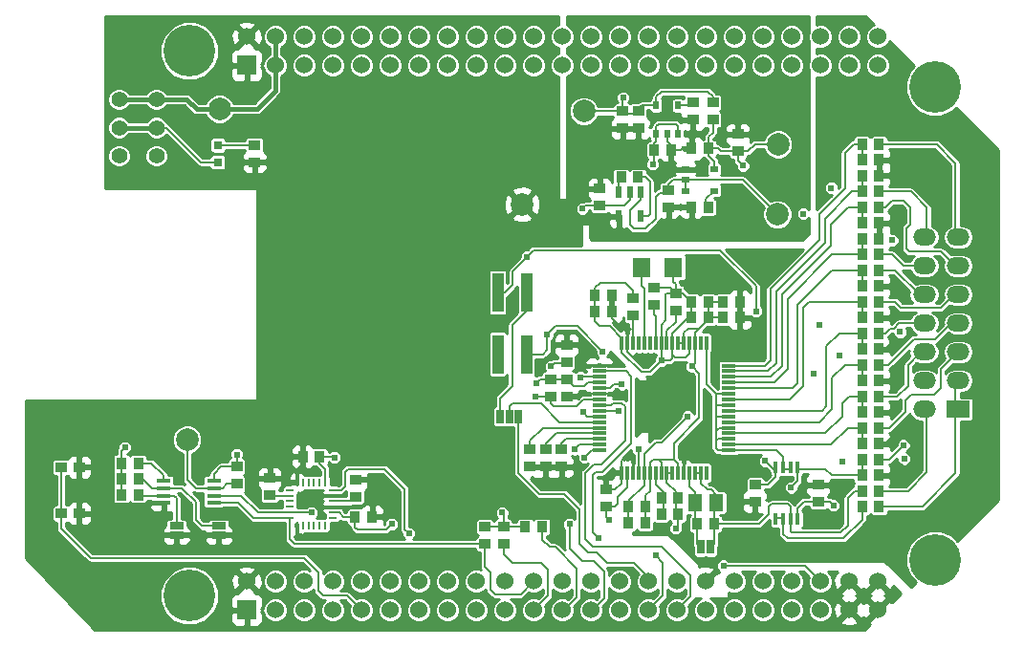
<source format=gtl>
G04 (created by PCBNEW (2013-05-31 BZR 4019)-stable) date 6/26/2014 3:48:14 PM*
%MOIN*%
G04 Gerber Fmt 3.4, Leading zero omitted, Abs format*
%FSLAX34Y34*%
G01*
G70*
G90*
G04 APERTURE LIST*
%ADD10C,0.00590551*%
%ADD11R,0.02X0.03*%
%ADD12R,0.03X0.02*%
%ADD13R,0.0393701X0.0354331*%
%ADD14R,0.0512X0.0138*%
%ADD15R,0.0138X0.0512*%
%ADD16R,0.0512X0.059*%
%ADD17C,0.0787*%
%ADD18O,0.0787402X0.0590551*%
%ADD19R,0.0787402X0.0590551*%
%ADD20R,0.0401575X0.135827*%
%ADD21R,0.0098X0.0275*%
%ADD22R,0.0275X0.0098*%
%ADD23R,0.0236X0.0394*%
%ADD24R,0.0394X0.0354*%
%ADD25R,0.0354X0.0394*%
%ADD26R,0.063X0.071*%
%ADD27C,0.18*%
%ADD28R,0.065X0.065*%
%ADD29C,0.06*%
%ADD30R,0.05X0.016*%
%ADD31R,0.025X0.05*%
%ADD32R,0.05X0.025*%
%ADD33C,0.055*%
%ADD34R,0.0314X0.0314*%
%ADD35R,0.0161X0.0402*%
%ADD36C,0.024*%
%ADD37C,0.008*%
%ADD38C,0.016*%
%ADD39C,0.01*%
G04 APERTURE END LIST*
G54D10*
G54D11*
X-9675Y-1650D03*
X-8925Y-1650D03*
X-9675Y-650D03*
X-9300Y-1650D03*
X-8925Y-650D03*
G54D12*
X-8650Y-2875D03*
X-8650Y-3625D03*
X-7650Y-2875D03*
X-8650Y-3250D03*
X-7650Y-3625D03*
G54D13*
X-30414Y-14882D03*
X-29785Y-14882D03*
X-30414Y-13267D03*
X-29785Y-13267D03*
G54D14*
X-7136Y-12086D03*
X-7136Y-11889D03*
X-7136Y-11692D03*
X-7136Y-11495D03*
X-7136Y-11298D03*
X-7136Y-12676D03*
X-7136Y-12480D03*
X-7136Y-12283D03*
G54D15*
X-7924Y-8936D03*
X-8120Y-8936D03*
X-8317Y-8936D03*
X-8514Y-8936D03*
X-8711Y-8936D03*
X-8908Y-8936D03*
X-9105Y-8936D03*
X-9302Y-8936D03*
G54D14*
X-11664Y-9724D03*
X-11664Y-9920D03*
X-11664Y-10117D03*
X-11664Y-10314D03*
X-11664Y-10511D03*
X-11664Y-10708D03*
X-11664Y-10905D03*
X-11664Y-11102D03*
G54D15*
X-10876Y-13464D03*
X-10680Y-13464D03*
X-10483Y-13464D03*
X-10286Y-13464D03*
X-10089Y-13464D03*
X-9892Y-13464D03*
X-9695Y-13464D03*
X-9498Y-13464D03*
G54D14*
X-7136Y-11102D03*
X-7136Y-10905D03*
X-7136Y-10708D03*
G54D15*
X-9498Y-8936D03*
X-9695Y-8936D03*
X-9892Y-8936D03*
G54D14*
X-11664Y-11298D03*
X-11664Y-11495D03*
X-11664Y-11692D03*
G54D15*
X-9302Y-13464D03*
X-9105Y-13464D03*
X-8908Y-13464D03*
G54D14*
X-7136Y-10511D03*
X-7136Y-10314D03*
X-7136Y-10117D03*
X-7136Y-9920D03*
X-7136Y-9724D03*
G54D15*
X-10089Y-8936D03*
X-10286Y-8936D03*
X-10483Y-8936D03*
X-10680Y-8936D03*
X-10876Y-8936D03*
G54D14*
X-11664Y-11889D03*
X-11664Y-12086D03*
X-11664Y-12283D03*
X-11664Y-12480D03*
X-11664Y-12676D03*
G54D15*
X-8711Y-13464D03*
X-8514Y-13464D03*
X-8317Y-13464D03*
X-8120Y-13464D03*
X-7924Y-13464D03*
G54D16*
X-7575Y-14500D03*
X-8325Y-14500D03*
G54D17*
X-26025Y-12300D03*
G54D18*
X-333Y-5250D03*
X863Y-5250D03*
X863Y-6250D03*
X-333Y-6250D03*
X-333Y-7250D03*
X863Y-7250D03*
X863Y-8250D03*
X-333Y-8250D03*
X-333Y-9250D03*
X863Y-9250D03*
G54D19*
X863Y-11250D03*
G54D18*
X-333Y-11250D03*
X863Y-10250D03*
X-333Y-10250D03*
G54D17*
X-5450Y-4450D03*
G54D20*
X-14200Y-7177D03*
X-14200Y-9322D03*
X-15200Y-7177D03*
X-15200Y-9322D03*
G54D17*
X-12200Y-850D03*
G54D21*
X-22192Y-15298D03*
X-21995Y-15298D03*
X-21798Y-15298D03*
X-21602Y-15298D03*
X-21405Y-15298D03*
X-21208Y-15298D03*
G54D22*
X-20952Y-15042D03*
X-20952Y-14845D03*
X-20952Y-14648D03*
X-20952Y-14452D03*
X-20952Y-14255D03*
X-20952Y-14058D03*
G54D21*
X-21208Y-13802D03*
X-21405Y-13802D03*
X-21602Y-13802D03*
X-21798Y-13802D03*
X-21995Y-13802D03*
X-22192Y-13802D03*
G54D22*
X-22448Y-14058D03*
X-22448Y-14255D03*
X-22448Y-14452D03*
X-22448Y-14648D03*
X-22448Y-14845D03*
X-22448Y-15042D03*
G54D23*
X-10225Y-3684D03*
X-10975Y-3684D03*
X-10600Y-3684D03*
X-10975Y-4516D03*
X-10225Y-4516D03*
G54D24*
X-10300Y-854D03*
X-10300Y-1446D03*
G54D25*
X-7854Y-2150D03*
X-8446Y-2150D03*
G54D17*
X-5425Y-2000D03*
G54D26*
X-10175Y-6300D03*
X-9075Y-6300D03*
G54D24*
X-9000Y-7204D03*
X-9000Y-7796D03*
G54D17*
X-14350Y-4100D03*
X-24900Y-775D03*
G54D27*
X50Y-16500D03*
X-25950Y-17750D03*
X-25950Y1250D03*
X50Y0D03*
G54D28*
X-23950Y-18250D03*
G54D29*
X-23950Y-17250D03*
X-22950Y-18250D03*
X-22950Y-17250D03*
X-21950Y-18250D03*
X-21950Y-17250D03*
X-20950Y-18250D03*
X-20950Y-17250D03*
X-19950Y-18250D03*
X-19950Y-17250D03*
X-18950Y-18250D03*
X-18950Y-17250D03*
X-17950Y-18250D03*
X-17950Y-17250D03*
X-16950Y-18250D03*
X-16950Y-17250D03*
X-15950Y-18250D03*
X-15950Y-17250D03*
X-14950Y-18250D03*
X-14950Y-17250D03*
X-13950Y-18250D03*
X-13950Y-17250D03*
X-12950Y-18250D03*
X-12950Y-17250D03*
X-11950Y-18250D03*
X-11950Y-17250D03*
X-10950Y-18250D03*
X-10950Y-17250D03*
X-9950Y-18250D03*
X-9950Y-17250D03*
X-8950Y-18250D03*
X-8950Y-17250D03*
X-7950Y-18250D03*
X-7950Y-17250D03*
X-6950Y-18250D03*
X-6950Y-17250D03*
X-5950Y-18250D03*
X-5950Y-17250D03*
X-4950Y-18250D03*
X-4950Y-17250D03*
X-3950Y-18250D03*
X-3950Y-17250D03*
X-2950Y-18250D03*
X-2950Y-17250D03*
X-1950Y-18250D03*
X-1950Y-17250D03*
G54D28*
X-23950Y750D03*
G54D29*
X-23950Y1750D03*
X-22950Y750D03*
X-22950Y1750D03*
X-21950Y750D03*
X-21950Y1750D03*
X-20950Y750D03*
X-20950Y1750D03*
X-19950Y750D03*
X-19950Y1750D03*
X-18950Y750D03*
X-18950Y1750D03*
X-17950Y750D03*
X-17950Y1750D03*
X-16950Y750D03*
X-16950Y1750D03*
X-15950Y750D03*
X-15950Y1750D03*
X-14950Y750D03*
X-14950Y1750D03*
X-13950Y750D03*
X-13950Y1750D03*
X-12950Y750D03*
X-12950Y1750D03*
X-11950Y750D03*
X-11950Y1750D03*
X-10950Y750D03*
X-10950Y1750D03*
X-9950Y750D03*
X-9950Y1750D03*
X-8950Y750D03*
X-8950Y1750D03*
X-7950Y750D03*
X-7950Y1750D03*
X-6950Y750D03*
X-6950Y1750D03*
X-5950Y750D03*
X-5950Y1750D03*
X-4950Y750D03*
X-4950Y1750D03*
X-3950Y750D03*
X-3950Y1750D03*
X-2950Y750D03*
X-2950Y1750D03*
X-1950Y750D03*
X-1950Y1750D03*
G54D30*
X-26850Y-13740D03*
X-26850Y-13995D03*
X-26850Y-14255D03*
X-26850Y-14510D03*
X-25100Y-14510D03*
X-25100Y-14255D03*
X-25100Y-13995D03*
X-25100Y-13740D03*
G54D25*
X-8246Y-15250D03*
X-7654Y-15250D03*
X-21404Y-12900D03*
X-21996Y-12900D03*
G54D24*
X-6825Y-2246D03*
X-6825Y-1654D03*
X-8400Y-554D03*
X-8400Y-1146D03*
G54D25*
X-10054Y-14650D03*
X-10646Y-14650D03*
X-7854Y-4200D03*
X-8446Y-4200D03*
G54D24*
X-10850Y-854D03*
X-10850Y-1446D03*
G54D25*
X-9746Y-2200D03*
X-9154Y-2200D03*
G54D24*
X-9250Y-3604D03*
X-9250Y-4196D03*
X-11650Y-4146D03*
X-11650Y-3554D03*
G54D25*
X-10304Y-3150D03*
X-10896Y-3150D03*
X-2496Y-13550D03*
X-1904Y-13550D03*
X-2496Y-12450D03*
X-1904Y-12450D03*
X-2496Y-11350D03*
X-1904Y-11350D03*
X-2496Y-10250D03*
X-1904Y-10250D03*
X-2496Y-8050D03*
X-1904Y-8050D03*
X-2496Y-6950D03*
X-1904Y-6950D03*
X-2496Y-5300D03*
X-1904Y-5300D03*
X-2496Y-9150D03*
X-1904Y-9150D03*
X-9496Y-14350D03*
X-8904Y-14350D03*
X-7346Y-7500D03*
X-6754Y-7500D03*
X-7854Y-7500D03*
X-8446Y-7500D03*
G54D24*
X-7700Y-554D03*
X-7700Y-1146D03*
X-9750Y-7596D03*
X-9750Y-7004D03*
G54D25*
X-2496Y-2550D03*
X-1904Y-2550D03*
G54D24*
X-12800Y-10204D03*
X-12800Y-10796D03*
X-6225Y-13879D03*
X-6225Y-14471D03*
G54D25*
X-7346Y-8050D03*
X-6754Y-8050D03*
X-9496Y-14900D03*
X-8904Y-14900D03*
X-7854Y-8050D03*
X-8446Y-8050D03*
X-20171Y-15000D03*
X-19579Y-15000D03*
G54D24*
X-23150Y-14246D03*
X-23150Y-13654D03*
G54D25*
X-2496Y-4750D03*
X-1904Y-4750D03*
G54D24*
X-20150Y-14296D03*
X-20150Y-13704D03*
G54D25*
X-10054Y-15200D03*
X-10646Y-15200D03*
G54D24*
X-11425Y-14646D03*
X-11425Y-14054D03*
G54D25*
X-2496Y-3100D03*
X-1904Y-3100D03*
G54D24*
X-10475Y-7971D03*
X-10475Y-7379D03*
X-4025Y-14471D03*
X-4025Y-13879D03*
G54D25*
X-1904Y-14650D03*
X-2496Y-14650D03*
X-1904Y-3650D03*
X-2496Y-3650D03*
X-1904Y-10800D03*
X-2496Y-10800D03*
X-1904Y-4200D03*
X-2496Y-4200D03*
X-1904Y-5850D03*
X-2496Y-5850D03*
X-1904Y-6400D03*
X-2496Y-6400D03*
X-1904Y-7500D03*
X-2496Y-7500D03*
X-1904Y-8600D03*
X-2496Y-8600D03*
X-1904Y-9700D03*
X-2496Y-9700D03*
X-1904Y-13000D03*
X-2496Y-13000D03*
X-1904Y-14100D03*
X-2496Y-14100D03*
X-1904Y-11900D03*
X-2496Y-11900D03*
G54D24*
X-14075Y-12654D03*
X-14075Y-13246D03*
X-15650Y-15354D03*
X-15650Y-15946D03*
X-15000Y-15354D03*
X-15000Y-15946D03*
X-24300Y-13254D03*
X-24300Y-13846D03*
G54D25*
X-28321Y-13675D03*
X-27729Y-13675D03*
X-28321Y-13125D03*
X-27729Y-13125D03*
X-28321Y-14225D03*
X-27729Y-14225D03*
X-14246Y-15350D03*
X-13654Y-15350D03*
G54D24*
X-13350Y-10204D03*
X-13350Y-10796D03*
G54D25*
X-1904Y-2000D03*
X-2496Y-2000D03*
G54D24*
X-12800Y-9596D03*
X-12800Y-9004D03*
X-12975Y-12654D03*
X-12975Y-13246D03*
X-13525Y-12654D03*
X-13525Y-13246D03*
G54D31*
X-15120Y-11500D03*
X-14800Y-11500D03*
X-14480Y-11500D03*
X-8127Y-16050D03*
X-7773Y-16050D03*
G54D32*
X-26400Y-15318D03*
X-26400Y-15637D03*
X-24925Y-15318D03*
X-24925Y-15637D03*
G54D33*
X-27100Y-440D03*
X-27100Y-1425D03*
X-27100Y-2409D03*
X-28399Y-440D03*
X-28399Y-1425D03*
X-28399Y-2409D03*
G54D25*
X-11821Y-7825D03*
X-11229Y-7825D03*
X-11821Y-7275D03*
X-11229Y-7275D03*
G54D24*
X-23680Y-2034D03*
X-23680Y-2626D03*
G54D34*
X-24960Y-2625D03*
X-24960Y-2035D03*
G54D35*
X-5509Y-15081D03*
X-5253Y-15081D03*
X-4997Y-15081D03*
X-4741Y-15081D03*
X-4741Y-13269D03*
X-4997Y-13269D03*
X-5253Y-13269D03*
X-5509Y-13269D03*
G54D36*
X-8425Y-9750D03*
X-4175Y-10000D03*
X-5875Y-13050D03*
X-4000Y-8300D03*
X-10825Y-375D03*
X-3575Y-3525D03*
X-13850Y-10325D03*
X-28200Y-12575D03*
X-15050Y-14850D03*
X-12175Y-12925D03*
X-24300Y-12825D03*
X-20900Y-12925D03*
X-18900Y-15250D03*
X-11325Y-15100D03*
X-9800Y-2700D03*
X-12250Y-4250D03*
X-9000Y-15400D03*
X-1175Y-8550D03*
X-3300Y-9375D03*
X-1450Y-5350D03*
X-8575Y-11500D03*
X-3500Y-14600D03*
X-1025Y-12975D03*
X-3200Y-13075D03*
X-9500Y-9550D03*
X-6650Y-2750D03*
X-4550Y-4425D03*
X-13900Y-10800D03*
X-10300Y-12650D03*
X-11000Y-11300D03*
X-1050Y-12500D03*
X-7325Y-16700D03*
X-12525Y-12650D03*
X-12700Y-15250D03*
X-12325Y-10125D03*
X-23160Y-2650D03*
X-19100Y-14800D03*
X-19650Y-13700D03*
X-22125Y-15675D03*
X-11125Y-10725D03*
X-1375Y-7975D03*
X-1450Y-8900D03*
X-1450Y-2575D03*
X-1200Y-4450D03*
X-1300Y-6950D03*
X-1275Y-10150D03*
X-1350Y-11125D03*
X-675Y-12000D03*
X-1300Y-13725D03*
X-11275Y-13625D03*
X-8775Y-12825D03*
X-6700Y-14500D03*
X-3425Y-14000D03*
X-6950Y-6925D03*
X-9350Y-11150D03*
X-12875Y-13700D03*
X-12250Y-9675D03*
X-10075Y-9575D03*
X-10875Y-10375D03*
X-11550Y-9225D03*
X-13475Y-8650D03*
X-21700Y-14850D03*
X-18300Y-15575D03*
X-11700Y-15725D03*
X-9700Y-16350D03*
X-13350Y-9750D03*
X-12225Y-11350D03*
X-14175Y-5925D03*
X-4975Y-13975D03*
X-6200Y-7825D03*
G54D37*
X-9050Y-13000D02*
X-9050Y-12425D01*
X-8317Y-9642D02*
X-8425Y-9750D01*
X-8317Y-9642D02*
X-8317Y-8936D01*
X-8175Y-10000D02*
X-8425Y-9750D01*
X-8175Y-11550D02*
X-8175Y-10000D01*
X-9050Y-12425D02*
X-8175Y-11550D01*
X-5509Y-13325D02*
X-5600Y-13325D01*
X-5600Y-13325D02*
X-5875Y-13050D01*
X-10850Y-854D02*
X-10850Y-400D01*
X-10850Y-400D02*
X-10825Y-375D01*
X-8711Y-8936D02*
X-8711Y-8586D01*
X-8550Y-8425D02*
X-8175Y-8425D01*
X-8711Y-8586D02*
X-8550Y-8425D01*
X-7346Y-8050D02*
X-7854Y-8050D01*
X-7346Y-7500D02*
X-7854Y-7500D01*
X-9675Y-650D02*
X-9675Y-350D01*
X-7700Y-350D02*
X-7700Y-554D01*
X-7875Y-175D02*
X-7700Y-350D01*
X-9500Y-175D02*
X-7875Y-175D01*
X-9675Y-350D02*
X-9500Y-175D01*
X-10850Y-854D02*
X-12196Y-854D01*
X-12196Y-854D02*
X-12200Y-850D01*
X-10054Y-14650D02*
X-10054Y-14254D01*
X-9892Y-14092D02*
X-9892Y-13464D01*
X-10054Y-14254D02*
X-9892Y-14092D01*
X-10054Y-14650D02*
X-10054Y-15200D01*
X-6225Y-13879D02*
X-5779Y-13879D01*
X-5779Y-13879D02*
X-5775Y-13875D01*
X-5509Y-13609D02*
X-5509Y-13325D01*
X-5779Y-13879D02*
X-5775Y-13875D01*
X-5775Y-13875D02*
X-5509Y-13609D01*
X-7854Y-8050D02*
X-7854Y-7500D01*
X-8317Y-8936D02*
X-8317Y-8567D01*
X-8317Y-8567D02*
X-8175Y-8425D01*
X-7854Y-8104D02*
X-7854Y-8050D01*
X-8175Y-8425D02*
X-7854Y-8104D01*
X-8908Y-8936D02*
X-8711Y-8936D01*
X-8908Y-13464D02*
X-8908Y-13142D01*
X-9050Y-13000D02*
X-9600Y-13000D01*
X-8908Y-13142D02*
X-9050Y-13000D01*
X-9892Y-13464D02*
X-9892Y-13092D01*
X-9800Y-13000D02*
X-9600Y-13000D01*
X-9892Y-13092D02*
X-9800Y-13000D01*
X-9498Y-13102D02*
X-9498Y-13464D01*
X-9600Y-13000D02*
X-9498Y-13102D01*
X-10850Y-934D02*
X-10380Y-934D01*
X-10380Y-934D02*
X-10300Y-854D01*
X-10300Y-854D02*
X-10300Y-750D01*
X-10200Y-650D02*
X-9675Y-650D01*
X-10300Y-750D02*
X-10200Y-650D01*
X-27100Y-1425D02*
X-26765Y-1425D01*
X-25565Y-2625D02*
X-24960Y-2625D01*
X-26765Y-1425D02*
X-25565Y-2625D01*
X-13350Y-10204D02*
X-13729Y-10204D01*
X-13729Y-10204D02*
X-13850Y-10325D01*
X-13350Y-10204D02*
X-12800Y-10204D01*
X-28321Y-13125D02*
X-28321Y-12696D01*
X-28321Y-12696D02*
X-28200Y-12575D01*
X-15000Y-15354D02*
X-15000Y-14900D01*
X-15000Y-14900D02*
X-15050Y-14850D01*
X-14246Y-15350D02*
X-14996Y-15350D01*
X-14996Y-15350D02*
X-15000Y-15354D01*
X-11664Y-12676D02*
X-11926Y-12676D01*
X-11926Y-12676D02*
X-12175Y-12925D01*
X-24300Y-13254D02*
X-24300Y-12825D01*
X-21404Y-12900D02*
X-20925Y-12900D01*
X-20925Y-12900D02*
X-20900Y-12925D01*
X-20171Y-15000D02*
X-20171Y-15379D01*
X-19100Y-15450D02*
X-18900Y-15250D01*
X-20100Y-15450D02*
X-19100Y-15450D01*
X-20171Y-15379D02*
X-20100Y-15450D01*
X-11425Y-15000D02*
X-11325Y-15100D01*
X-11425Y-15000D02*
X-11425Y-14646D01*
X-11664Y-10314D02*
X-12064Y-10314D01*
X-12554Y-10450D02*
X-12800Y-10204D01*
X-12200Y-10450D02*
X-12554Y-10450D01*
X-12064Y-10314D02*
X-12200Y-10450D01*
X-9746Y-2200D02*
X-9746Y-2646D01*
X-9746Y-2646D02*
X-9800Y-2700D01*
X-11650Y-4146D02*
X-12146Y-4146D01*
X-12146Y-4146D02*
X-12250Y-4250D01*
X-10680Y-13464D02*
X-10680Y-13955D01*
X-11121Y-14646D02*
X-11425Y-14646D01*
X-11025Y-14550D02*
X-11121Y-14646D01*
X-11025Y-14300D02*
X-11025Y-14550D01*
X-10680Y-13955D02*
X-11025Y-14300D01*
X-20952Y-14845D02*
X-20730Y-14845D01*
X-20575Y-15000D02*
X-20171Y-15000D01*
X-20730Y-14845D02*
X-20575Y-15000D01*
X-9746Y-2200D02*
X-9746Y-1971D01*
X-9675Y-1900D02*
X-9675Y-1650D01*
X-9746Y-1971D02*
X-9675Y-1900D01*
X-21208Y-13802D02*
X-21208Y-13342D01*
X-21404Y-13146D02*
X-21404Y-12900D01*
X-21208Y-13342D02*
X-21404Y-13146D01*
X-25100Y-13740D02*
X-25100Y-13500D01*
X-24854Y-13254D02*
X-24300Y-13254D01*
X-25100Y-13500D02*
X-24854Y-13254D01*
X-15650Y-15354D02*
X-15000Y-15354D01*
X-28321Y-13675D02*
X-28321Y-13125D01*
X-28321Y-14225D02*
X-28321Y-13675D01*
G54D38*
X-28399Y-1425D02*
X-27100Y-1425D01*
G54D37*
X-11650Y-4146D02*
X-10796Y-4146D01*
X-10600Y-3950D02*
X-10600Y-3684D01*
X-10796Y-4146D02*
X-10600Y-3950D01*
X-9675Y-1650D02*
X-9675Y-1375D01*
X-8925Y-1375D02*
X-8925Y-1650D01*
X-9000Y-1300D02*
X-8925Y-1375D01*
X-9600Y-1300D02*
X-9000Y-1300D01*
X-9675Y-1375D02*
X-9600Y-1300D01*
X-8904Y-14900D02*
X-8904Y-15304D01*
X-8904Y-15304D02*
X-9000Y-15400D01*
X-10089Y-13464D02*
X-10089Y-12789D01*
X-9475Y-12400D02*
X-8575Y-11500D01*
X-9700Y-12400D02*
X-9475Y-12400D01*
X-10089Y-12789D02*
X-9700Y-12400D01*
X-4025Y-14471D02*
X-3629Y-14471D01*
X-3629Y-14471D02*
X-3500Y-14600D01*
X-9075Y-6300D02*
X-9075Y-6800D01*
X-9000Y-6875D02*
X-9000Y-7204D01*
X-9075Y-6800D02*
X-9000Y-6875D01*
X-10876Y-8936D02*
X-10876Y-9274D01*
X-9498Y-9548D02*
X-9500Y-9550D01*
X-9498Y-9548D02*
X-9498Y-8936D01*
X-9105Y-9345D02*
X-9105Y-9455D01*
X-9200Y-9550D02*
X-9500Y-9550D01*
X-9105Y-9455D02*
X-9200Y-9550D01*
X-9900Y-9950D02*
X-9500Y-9550D01*
X-10200Y-9950D02*
X-9900Y-9950D01*
X-10876Y-9274D02*
X-10200Y-9950D01*
X-6825Y-2246D02*
X-6825Y-2575D01*
X-6825Y-2575D02*
X-6650Y-2750D01*
X-9105Y-8936D02*
X-9105Y-9345D01*
X-8514Y-9289D02*
X-8514Y-8936D01*
X-8650Y-9425D02*
X-8514Y-9289D01*
X-9025Y-9425D02*
X-8650Y-9425D01*
X-9105Y-9345D02*
X-9025Y-9425D01*
X-6825Y-2246D02*
X-6471Y-2246D01*
X-6225Y-2000D02*
X-5425Y-2000D01*
X-6471Y-2246D02*
X-6225Y-2000D01*
X-7854Y-2150D02*
X-7525Y-2150D01*
X-7429Y-2246D02*
X-6825Y-2246D01*
X-7525Y-2150D02*
X-7429Y-2246D01*
X-11821Y-7275D02*
X-11821Y-7021D01*
X-10475Y-7100D02*
X-10475Y-7379D01*
X-10750Y-6825D02*
X-10475Y-7100D01*
X-11625Y-6825D02*
X-10750Y-6825D01*
X-11821Y-7021D02*
X-11625Y-6825D01*
X-10876Y-8936D02*
X-10876Y-8774D01*
X-11821Y-8179D02*
X-11821Y-7825D01*
X-11650Y-8350D02*
X-11821Y-8179D01*
X-11300Y-8350D02*
X-11650Y-8350D01*
X-10876Y-8774D02*
X-11300Y-8350D01*
X-11821Y-7825D02*
X-11821Y-7275D01*
X-10089Y-13464D02*
X-10089Y-13889D01*
X-10646Y-14446D02*
X-10646Y-14650D01*
X-10089Y-13889D02*
X-10646Y-14446D01*
X-10646Y-14650D02*
X-10646Y-15200D01*
X-7854Y-2150D02*
X-7854Y-1754D01*
X-7700Y-1600D02*
X-7700Y-1146D01*
X-7854Y-1754D02*
X-7700Y-1600D01*
X-4025Y-14471D02*
X-4521Y-14471D01*
X-4741Y-14691D02*
X-4741Y-15025D01*
X-4521Y-14471D02*
X-4741Y-14691D01*
X-8446Y-8050D02*
X-8550Y-8050D01*
X-9105Y-8605D02*
X-9105Y-8936D01*
X-8550Y-8050D02*
X-9105Y-8605D01*
X-8446Y-7500D02*
X-8446Y-8050D01*
X-9000Y-7204D02*
X-8742Y-7204D01*
X-8742Y-7204D02*
X-8446Y-7500D01*
X-9750Y-7004D02*
X-9200Y-7004D01*
X-9200Y-7004D02*
X-9000Y-7204D01*
X-8984Y-14350D02*
X-8984Y-14750D01*
X-9302Y-13464D02*
X-9302Y-13798D01*
X-8984Y-14116D02*
X-8984Y-14350D01*
X-9302Y-13798D02*
X-8984Y-14116D01*
X-9105Y-13464D02*
X-9302Y-13464D01*
X-9000Y-7204D02*
X-9304Y-7204D01*
X-9304Y-7204D02*
X-9350Y-7250D01*
X-9350Y-7250D02*
X-9350Y-8150D01*
X-9350Y-8150D02*
X-9498Y-8298D01*
X-9498Y-8298D02*
X-9498Y-8936D01*
X-7650Y-2875D02*
X-7650Y-2600D01*
X-7854Y-2396D02*
X-7854Y-2150D01*
X-7650Y-2600D02*
X-7854Y-2396D01*
X-8650Y-3250D02*
X-6650Y-3250D01*
X-6650Y-3250D02*
X-5450Y-4450D01*
X-8650Y-3250D02*
X-8650Y-3625D01*
X-8650Y-3250D02*
X-9100Y-3250D01*
X-9250Y-3400D02*
X-9250Y-3684D01*
X-9100Y-3250D02*
X-9250Y-3400D01*
X-9250Y-3704D02*
X-9554Y-3704D01*
X-10225Y-3925D02*
X-10600Y-4300D01*
X-10600Y-4300D02*
X-10600Y-4800D01*
X-10600Y-4800D02*
X-10450Y-4950D01*
X-10450Y-4950D02*
X-10050Y-4950D01*
X-10050Y-4950D02*
X-9700Y-4600D01*
X-9700Y-4600D02*
X-9700Y-3850D01*
X-10225Y-3925D02*
X-10225Y-3684D01*
X-9554Y-3704D02*
X-9700Y-3850D01*
X-26850Y-13740D02*
X-26850Y-13550D01*
X-27275Y-13125D02*
X-27729Y-13125D01*
X-26850Y-13550D02*
X-27275Y-13125D01*
X-26850Y-13995D02*
X-26205Y-13995D01*
X-25507Y-15318D02*
X-24925Y-15318D01*
X-25725Y-15100D02*
X-25507Y-15318D01*
X-25725Y-14475D02*
X-25725Y-15100D01*
X-26205Y-13995D02*
X-25725Y-14475D01*
X-26850Y-13995D02*
X-27255Y-13995D01*
X-27255Y-13995D02*
X-27575Y-13675D01*
X-27575Y-13675D02*
X-27729Y-13675D01*
X-26850Y-14255D02*
X-26495Y-14255D01*
X-26400Y-14350D02*
X-26400Y-15318D01*
X-26495Y-14255D02*
X-26400Y-14350D01*
X-26850Y-14255D02*
X-27699Y-14255D01*
X-27699Y-14255D02*
X-27729Y-14225D01*
X-13896Y-10796D02*
X-13350Y-10796D01*
X-13900Y-10800D02*
X-13896Y-10796D01*
X-11664Y-10905D02*
X-12205Y-10905D01*
X-13350Y-11050D02*
X-13350Y-10796D01*
X-13250Y-11150D02*
X-13350Y-11050D01*
X-12450Y-11150D02*
X-13250Y-11150D01*
X-12205Y-10905D02*
X-12450Y-11150D01*
X-8127Y-16050D02*
X-8127Y-16048D01*
X-8246Y-15929D02*
X-8246Y-15250D01*
X-8127Y-16048D02*
X-8246Y-15929D01*
X-8325Y-14500D02*
X-8325Y-15091D01*
X-8325Y-15091D02*
X-8166Y-15250D01*
X-8514Y-13464D02*
X-8514Y-13936D01*
X-8325Y-14125D02*
X-8325Y-14500D01*
X-8514Y-13936D02*
X-8325Y-14125D01*
X-10286Y-12664D02*
X-10286Y-13464D01*
X-10300Y-12650D02*
X-10286Y-12664D01*
X-11664Y-11298D02*
X-11002Y-11298D01*
X-11002Y-11298D02*
X-11000Y-11300D01*
X-14800Y-11500D02*
X-14800Y-11150D01*
X-13058Y-11692D02*
X-11664Y-11692D01*
X-13700Y-11050D02*
X-13058Y-11692D01*
X-14700Y-11050D02*
X-13700Y-11050D01*
X-14800Y-11150D02*
X-14700Y-11050D01*
X-7600Y-11102D02*
X-7600Y-10708D01*
X-7136Y-10708D02*
X-7600Y-10708D01*
X-7600Y-10708D02*
X-7592Y-10708D01*
X-7592Y-10708D02*
X-7924Y-10376D01*
X-7924Y-10376D02*
X-7924Y-8936D01*
X-7136Y-12676D02*
X-5474Y-12676D01*
X-5253Y-12897D02*
X-5253Y-13325D01*
X-5474Y-12676D02*
X-5253Y-12897D01*
X-4997Y-13325D02*
X-5253Y-13325D01*
X-7136Y-11102D02*
X-7600Y-11102D01*
X-7600Y-11102D02*
X-7600Y-11100D01*
X-7136Y-11495D02*
X-7600Y-11495D01*
X-7600Y-11495D02*
X-7600Y-11550D01*
X-7136Y-11889D02*
X-7489Y-11889D01*
X-7489Y-11889D02*
X-7600Y-12000D01*
X-7600Y-11100D02*
X-7600Y-11550D01*
X-7600Y-11550D02*
X-7600Y-12000D01*
X-7600Y-12000D02*
X-7600Y-12350D01*
X-7136Y-12283D02*
X-7533Y-12283D01*
X-7524Y-12676D02*
X-7136Y-12676D01*
X-7600Y-12600D02*
X-7524Y-12676D01*
X-7600Y-12350D02*
X-7600Y-12600D01*
X-7533Y-12283D02*
X-7600Y-12350D01*
X-10175Y-6300D02*
X-10175Y-6950D01*
X-10089Y-7036D02*
X-10089Y-8936D01*
X-10175Y-6950D02*
X-10089Y-7036D01*
X-10483Y-8936D02*
X-10483Y-7979D01*
X-10483Y-7979D02*
X-10475Y-7971D01*
X-9416Y-14350D02*
X-9416Y-14750D01*
X-9695Y-13464D02*
X-9695Y-13855D01*
X-9416Y-14134D02*
X-9416Y-14350D01*
X-9695Y-13855D02*
X-9416Y-14134D01*
X-9695Y-8936D02*
X-9695Y-8005D01*
X-9750Y-7950D02*
X-9750Y-7596D01*
X-9695Y-8005D02*
X-9750Y-7950D01*
X-9695Y-7571D02*
X-9700Y-7566D01*
X-9302Y-8936D02*
X-9302Y-8502D01*
X-9000Y-8200D02*
X-9000Y-7796D01*
X-9302Y-8502D02*
X-9000Y-8200D01*
X-235Y-11250D02*
X-235Y-13435D01*
X-900Y-14100D02*
X-1904Y-14100D01*
X-235Y-13435D02*
X-900Y-14100D01*
X764Y-11250D02*
X764Y-10250D01*
X-1904Y-14650D02*
X-400Y-14650D01*
X764Y-13485D02*
X764Y-11250D01*
X-400Y-14650D02*
X764Y-13485D01*
X-1904Y-3650D02*
X-800Y-3650D01*
X-235Y-4214D02*
X-235Y-5250D01*
X-800Y-3650D02*
X-235Y-4214D01*
X-1904Y-2000D02*
X100Y-2000D01*
X764Y-2664D02*
X764Y-5250D01*
X100Y-2000D02*
X764Y-2664D01*
X-235Y-6250D02*
X-1050Y-6250D01*
X-1450Y-5850D02*
X-1904Y-5850D01*
X-1050Y-6250D02*
X-1450Y-5850D01*
X-1904Y-4200D02*
X-1675Y-4200D01*
X264Y-5750D02*
X764Y-6250D01*
X-850Y-5750D02*
X264Y-5750D01*
X-950Y-5650D02*
X-850Y-5750D01*
X-950Y-4925D02*
X-950Y-5650D01*
X-825Y-4800D02*
X-950Y-4925D01*
X-825Y-4200D02*
X-825Y-4800D01*
X-1050Y-3975D02*
X-825Y-4200D01*
X-1450Y-3975D02*
X-1050Y-3975D01*
X-1675Y-4200D02*
X-1450Y-3975D01*
X-235Y-7250D02*
X-500Y-7250D01*
X-1350Y-6400D02*
X-1904Y-6400D01*
X-500Y-7250D02*
X-1350Y-6400D01*
X764Y-7250D02*
X700Y-7250D01*
X-1350Y-7500D02*
X-1904Y-7500D01*
X-1150Y-7700D02*
X-1350Y-7500D01*
X250Y-7700D02*
X-1150Y-7700D01*
X700Y-7250D02*
X250Y-7700D01*
X-1904Y-8600D02*
X-1700Y-8600D01*
X-1225Y-8250D02*
X-235Y-8250D01*
X-1400Y-8425D02*
X-1225Y-8250D01*
X-1525Y-8425D02*
X-1400Y-8425D01*
X-1700Y-8600D02*
X-1525Y-8425D01*
X764Y-8250D02*
X600Y-8250D01*
X-1600Y-9700D02*
X-1904Y-9700D01*
X-700Y-8800D02*
X-1600Y-9700D01*
X50Y-8800D02*
X-700Y-8800D01*
X600Y-8250D02*
X50Y-8800D01*
X-235Y-9250D02*
X-450Y-9250D01*
X-1275Y-10800D02*
X-1904Y-10800D01*
X-900Y-10425D02*
X-1275Y-10800D01*
X-900Y-9700D02*
X-900Y-10425D01*
X-450Y-9250D02*
X-900Y-9700D01*
X764Y-9250D02*
X764Y-9335D01*
X-1550Y-11900D02*
X-1904Y-11900D01*
X-975Y-11325D02*
X-1550Y-11900D01*
X-975Y-10925D02*
X-975Y-11325D01*
X-800Y-10750D02*
X-975Y-10925D01*
X0Y-10750D02*
X-800Y-10750D01*
X250Y-10500D02*
X0Y-10750D01*
X250Y-9850D02*
X250Y-10500D01*
X764Y-9335D02*
X250Y-9850D01*
X-1550Y-13000D02*
X-1904Y-13000D01*
X-1050Y-12500D02*
X-1550Y-13000D01*
X-22448Y-14255D02*
X-23141Y-14255D01*
X-23141Y-14255D02*
X-23150Y-14246D01*
X-20952Y-14452D02*
X-20306Y-14452D01*
X-20306Y-14452D02*
X-20150Y-14296D01*
X-7325Y-16700D02*
X-4500Y-16700D01*
X-3950Y-17250D02*
X-4500Y-16700D01*
X-11664Y-12480D02*
X-12355Y-12480D01*
X-12355Y-12480D02*
X-12525Y-12650D01*
X-11950Y-18250D02*
X-11900Y-18250D01*
X-12700Y-16100D02*
X-12700Y-15250D01*
X-12250Y-16550D02*
X-12700Y-16100D01*
X-11850Y-16550D02*
X-12250Y-16550D01*
X-11500Y-16900D02*
X-11850Y-16550D01*
X-11500Y-17850D02*
X-11500Y-16900D01*
X-11900Y-18250D02*
X-11500Y-17850D01*
X-12317Y-10117D02*
X-12325Y-10125D01*
X-11664Y-10117D02*
X-12317Y-10117D01*
X-12950Y-18250D02*
X-12900Y-18250D01*
X-13654Y-15796D02*
X-13654Y-15350D01*
X-13400Y-16050D02*
X-13654Y-15796D01*
X-13200Y-16050D02*
X-13400Y-16050D01*
X-12450Y-16800D02*
X-13200Y-16050D01*
X-12450Y-17800D02*
X-12450Y-16800D01*
X-12900Y-18250D02*
X-12450Y-17800D01*
X-25100Y-13995D02*
X-25730Y-13995D01*
X-26025Y-13700D02*
X-26025Y-12300D01*
X-25730Y-13995D02*
X-26025Y-13700D01*
X-25100Y-13995D02*
X-24795Y-13995D01*
X-24646Y-13846D02*
X-24300Y-13846D01*
X-24795Y-13995D02*
X-24646Y-13846D01*
X-23680Y-2626D02*
X-23184Y-2626D01*
X-23184Y-2626D02*
X-23160Y-2650D01*
X-19579Y-15000D02*
X-19300Y-15000D01*
X-19300Y-15000D02*
X-19100Y-14800D01*
X-20150Y-13704D02*
X-19654Y-13704D01*
X-19654Y-13704D02*
X-19650Y-13700D01*
X-22192Y-15298D02*
X-22192Y-15608D01*
X-22192Y-15608D02*
X-22125Y-15675D01*
X-11664Y-10708D02*
X-11142Y-10708D01*
X-11142Y-10708D02*
X-11125Y-10725D01*
X-1904Y-8050D02*
X-1450Y-8050D01*
X-1450Y-8050D02*
X-1375Y-7975D01*
X-1904Y-9150D02*
X-1700Y-9150D01*
X-1700Y-9150D02*
X-1450Y-8900D01*
X-1904Y-2550D02*
X-1475Y-2550D01*
X-1475Y-2550D02*
X-1450Y-2575D01*
X-1904Y-4750D02*
X-1500Y-4750D01*
X-1500Y-4750D02*
X-1200Y-4450D01*
X-1904Y-6950D02*
X-1300Y-6950D01*
X-1904Y-10250D02*
X-1375Y-10250D01*
X-1375Y-10250D02*
X-1275Y-10150D01*
X-1904Y-11350D02*
X-1575Y-11350D01*
X-1575Y-11350D02*
X-1350Y-11125D01*
X-1904Y-12450D02*
X-1675Y-12450D01*
X-1225Y-12000D02*
X-675Y-12000D01*
X-1675Y-12450D02*
X-1225Y-12000D01*
X-1904Y-13550D02*
X-1475Y-13550D01*
X-1475Y-13550D02*
X-1300Y-13725D01*
X-11425Y-13775D02*
X-11275Y-13625D01*
X-11425Y-14054D02*
X-11425Y-13775D01*
X-8711Y-13464D02*
X-8711Y-12889D01*
X-8711Y-12889D02*
X-8775Y-12825D01*
X-6225Y-14471D02*
X-6671Y-14471D01*
X-6671Y-14471D02*
X-6700Y-14500D01*
X-4025Y-13879D02*
X-3546Y-13879D01*
X-3546Y-13879D02*
X-3425Y-14000D01*
X-8446Y-2150D02*
X-8775Y-2150D01*
X-8825Y-2200D02*
X-9154Y-2200D01*
X-8775Y-2150D02*
X-8825Y-2200D01*
X-6754Y-7500D02*
X-6754Y-7121D01*
X-6754Y-7121D02*
X-6950Y-6925D01*
X-6754Y-7500D02*
X-6754Y-8050D01*
X-10483Y-13464D02*
X-10483Y-13017D01*
X-10876Y-13051D02*
X-10876Y-13464D01*
X-10800Y-12975D02*
X-10876Y-13051D01*
X-10525Y-12975D02*
X-10800Y-12975D01*
X-10483Y-13017D02*
X-10525Y-12975D01*
X-12975Y-13246D02*
X-12975Y-13600D01*
X-12975Y-13600D02*
X-12875Y-13700D01*
X-11664Y-9724D02*
X-12201Y-9724D01*
X-12201Y-9724D02*
X-12250Y-9675D01*
X-10680Y-8936D02*
X-10680Y-9243D01*
X-10175Y-9475D02*
X-10075Y-9575D01*
X-10448Y-9475D02*
X-10175Y-9475D01*
X-10680Y-9243D02*
X-10448Y-9475D01*
X-29785Y-13267D02*
X-29785Y-14882D01*
X-11229Y-7825D02*
X-11229Y-8071D01*
X-10680Y-8520D02*
X-10680Y-8936D01*
X-10825Y-8375D02*
X-10680Y-8520D01*
X-10925Y-8375D02*
X-10825Y-8375D01*
X-11229Y-8071D02*
X-10925Y-8375D01*
X-11229Y-7275D02*
X-11229Y-7825D01*
X-11425Y-14054D02*
X-11104Y-14054D01*
X-10876Y-13826D02*
X-10876Y-13464D01*
X-11104Y-14054D02*
X-10876Y-13826D01*
X-9154Y-2200D02*
X-9154Y-2046D01*
X-9300Y-1900D02*
X-9300Y-1650D01*
X-9154Y-2046D02*
X-9300Y-1900D01*
X-21996Y-12900D02*
X-21996Y-13146D01*
X-22192Y-13342D02*
X-22192Y-13802D01*
X-21996Y-13146D02*
X-22192Y-13342D01*
X-13525Y-13246D02*
X-12975Y-13246D01*
X-14075Y-13246D02*
X-13525Y-13246D01*
X-11664Y-10708D02*
X-12308Y-10708D01*
X-12396Y-10796D02*
X-12800Y-10796D01*
X-12308Y-10708D02*
X-12396Y-10796D01*
X-1904Y-4750D02*
X-1904Y-5300D01*
X-1904Y-2550D02*
X-1904Y-3100D01*
X-7136Y-9920D02*
X-5770Y-9920D01*
X-2850Y-3650D02*
X-2496Y-3650D01*
X-3800Y-4600D02*
X-2850Y-3650D01*
X-3800Y-5450D02*
X-3800Y-4600D01*
X-5500Y-7150D02*
X-3800Y-5450D01*
X-5500Y-9650D02*
X-5500Y-7150D01*
X-5770Y-9920D02*
X-5500Y-9650D01*
X-2496Y-3100D02*
X-2496Y-3650D01*
X-2496Y-2000D02*
X-2800Y-2000D01*
X-5874Y-9724D02*
X-7136Y-9724D01*
X-5700Y-9550D02*
X-5874Y-9724D01*
X-5700Y-7050D02*
X-5700Y-9550D01*
X-4000Y-5350D02*
X-5700Y-7050D01*
X-4000Y-4450D02*
X-4000Y-5350D01*
X-3100Y-3550D02*
X-4000Y-4450D01*
X-3100Y-2300D02*
X-3100Y-3550D01*
X-2800Y-2000D02*
X-3100Y-2300D01*
X-2496Y-2000D02*
X-2496Y-2550D01*
X-7136Y-10314D02*
X-5564Y-10314D01*
X-3550Y-5850D02*
X-2496Y-5850D01*
X-5100Y-7400D02*
X-3550Y-5850D01*
X-5100Y-9850D02*
X-5100Y-7400D01*
X-5564Y-10314D02*
X-5100Y-9850D01*
X-2496Y-5300D02*
X-2496Y-5850D01*
X-2496Y-4200D02*
X-3000Y-4200D01*
X-5667Y-10117D02*
X-7136Y-10117D01*
X-5300Y-9750D02*
X-5667Y-10117D01*
X-5300Y-7250D02*
X-5300Y-9750D01*
X-3600Y-5550D02*
X-5300Y-7250D01*
X-3600Y-4800D02*
X-3600Y-5550D01*
X-3000Y-4200D02*
X-3600Y-4800D01*
X-2496Y-4200D02*
X-2496Y-4750D01*
X-7136Y-10511D02*
X-4911Y-10511D01*
X-3550Y-6400D02*
X-2496Y-6400D01*
X-4750Y-7600D02*
X-3550Y-6400D01*
X-4750Y-10350D02*
X-4750Y-7600D01*
X-4911Y-10511D02*
X-4750Y-10350D01*
X-2496Y-6400D02*
X-2496Y-6950D01*
X-7136Y-10905D02*
X-5030Y-10905D01*
X-4350Y-7500D02*
X-2496Y-7500D01*
X-4550Y-7700D02*
X-4350Y-7500D01*
X-4550Y-10425D02*
X-4550Y-7700D01*
X-5030Y-10905D02*
X-4550Y-10425D01*
X-2496Y-8050D02*
X-2496Y-7500D01*
X-7136Y-11298D02*
X-3898Y-11298D01*
X-3300Y-8600D02*
X-2496Y-8600D01*
X-3750Y-9050D02*
X-3300Y-8600D01*
X-3750Y-11150D02*
X-3750Y-9050D01*
X-3898Y-11298D02*
X-3750Y-11150D01*
X-2496Y-8600D02*
X-2496Y-9150D01*
X-7136Y-11692D02*
X-3992Y-11692D01*
X-3100Y-9700D02*
X-2496Y-9700D01*
X-3550Y-10150D02*
X-3100Y-9700D01*
X-3550Y-11250D02*
X-3550Y-10150D01*
X-3992Y-11692D02*
X-3550Y-11250D01*
X-2496Y-9700D02*
X-2496Y-10250D01*
X-7136Y-12086D02*
X-3786Y-12086D01*
X-2950Y-10800D02*
X-2496Y-10800D01*
X-3200Y-11050D02*
X-2950Y-10800D01*
X-3200Y-11500D02*
X-3200Y-11050D01*
X-3786Y-12086D02*
X-3200Y-11500D01*
X-2496Y-11350D02*
X-2496Y-10800D01*
X-7136Y-12480D02*
X-3580Y-12480D01*
X-3000Y-11900D02*
X-2496Y-11900D01*
X-3580Y-12480D02*
X-3000Y-11900D01*
X-2496Y-11900D02*
X-2496Y-12450D01*
X-7654Y-15250D02*
X-7654Y-15931D01*
X-7654Y-15931D02*
X-7773Y-16050D01*
X-4997Y-15025D02*
X-4997Y-15492D01*
X-2750Y-14100D02*
X-2496Y-14100D01*
X-3000Y-14350D02*
X-2750Y-14100D01*
X-3000Y-15300D02*
X-3000Y-14350D01*
X-3250Y-15550D02*
X-3000Y-15300D01*
X-4939Y-15550D02*
X-3250Y-15550D01*
X-4997Y-15492D02*
X-4939Y-15550D01*
X-4997Y-15025D02*
X-4997Y-14653D01*
X-6100Y-15250D02*
X-7654Y-15250D01*
X-5750Y-14900D02*
X-6100Y-15250D01*
X-5750Y-14650D02*
X-5750Y-14900D01*
X-5650Y-14550D02*
X-5750Y-14650D01*
X-5100Y-14550D02*
X-5650Y-14550D01*
X-4997Y-14653D02*
X-5100Y-14550D01*
X-7654Y-15250D02*
X-7654Y-14579D01*
X-7654Y-14579D02*
X-7575Y-14500D01*
X-8120Y-13464D02*
X-8120Y-13830D01*
X-8120Y-13830D02*
X-7900Y-14050D01*
X-7900Y-14050D02*
X-7750Y-14050D01*
X-7750Y-14050D02*
X-7575Y-14225D01*
X-7575Y-14225D02*
X-7575Y-14500D01*
X-8120Y-13464D02*
X-8317Y-13464D01*
X-11664Y-10511D02*
X-11286Y-10511D01*
X-11150Y-10375D02*
X-10875Y-10375D01*
X-11286Y-10511D02*
X-11150Y-10375D01*
X-13475Y-8650D02*
X-13175Y-8350D01*
X-12425Y-8350D02*
X-13175Y-8350D01*
X-11550Y-9225D02*
X-12425Y-8350D01*
X-13622Y-9322D02*
X-14200Y-9322D01*
X-13475Y-9175D02*
X-13622Y-9322D01*
X-13475Y-8650D02*
X-13475Y-9175D01*
X-14200Y-7177D02*
X-14200Y-7800D01*
X-15120Y-10870D02*
X-15120Y-11500D01*
X-14700Y-10450D02*
X-15120Y-10870D01*
X-14700Y-8300D02*
X-14700Y-10450D01*
X-14200Y-7800D02*
X-14700Y-8300D01*
X-21705Y-14845D02*
X-21700Y-14850D01*
X-21705Y-14845D02*
X-22448Y-14845D01*
X-15000Y-15946D02*
X-15000Y-16300D01*
X-13450Y-17750D02*
X-13950Y-18250D01*
X-13450Y-16850D02*
X-13450Y-17750D01*
X-13700Y-16600D02*
X-13450Y-16850D01*
X-14700Y-16600D02*
X-13700Y-16600D01*
X-15000Y-16300D02*
X-14700Y-16600D01*
X-25100Y-14255D02*
X-24145Y-14255D01*
X-23555Y-14845D02*
X-22448Y-14845D01*
X-24145Y-14255D02*
X-23555Y-14845D01*
X-15650Y-15946D02*
X-15650Y-16750D01*
X-14400Y-17700D02*
X-13950Y-17250D01*
X-15300Y-17700D02*
X-14400Y-17700D01*
X-15450Y-17550D02*
X-15300Y-17700D01*
X-15450Y-16950D02*
X-15450Y-17550D01*
X-15650Y-16750D02*
X-15450Y-16950D01*
X-22448Y-15042D02*
X-22448Y-15777D01*
X-22279Y-15946D02*
X-15650Y-15946D01*
X-22448Y-15777D02*
X-22279Y-15946D01*
X-25100Y-14510D02*
X-24240Y-14510D01*
X-23708Y-15042D02*
X-22448Y-15042D01*
X-24240Y-14510D02*
X-23708Y-15042D01*
X-20952Y-14058D02*
X-20658Y-14058D01*
X-18450Y-15425D02*
X-18300Y-15575D01*
X-18450Y-14025D02*
X-18450Y-15425D01*
X-19150Y-13325D02*
X-18450Y-14025D01*
X-20425Y-13325D02*
X-19150Y-13325D01*
X-20525Y-13425D02*
X-20425Y-13325D01*
X-20525Y-13925D02*
X-20525Y-13425D01*
X-20658Y-14058D02*
X-20525Y-13925D01*
X-9950Y-17250D02*
X-9950Y-17100D01*
X-14480Y-13470D02*
X-14480Y-11500D01*
X-13750Y-14200D02*
X-14480Y-13470D01*
X-12875Y-14200D02*
X-13750Y-14200D01*
X-12350Y-14725D02*
X-12875Y-14200D01*
X-12350Y-15950D02*
X-12350Y-14725D01*
X-12050Y-16250D02*
X-12350Y-15950D01*
X-11750Y-16250D02*
X-12050Y-16250D01*
X-11400Y-16600D02*
X-11750Y-16250D01*
X-10450Y-16600D02*
X-11400Y-16600D01*
X-9950Y-17100D02*
X-10450Y-16600D01*
X-10550Y-10100D02*
X-10550Y-12425D01*
X-10550Y-10100D02*
X-10730Y-9920D01*
X-11664Y-9920D02*
X-10730Y-9920D01*
X-11900Y-15525D02*
X-11700Y-15725D01*
X-11900Y-13550D02*
X-11900Y-15525D01*
X-11775Y-13425D02*
X-11900Y-13550D01*
X-9450Y-17750D02*
X-9450Y-16600D01*
X-9450Y-16600D02*
X-9700Y-16350D01*
X-9450Y-17750D02*
X-9950Y-18250D01*
X-11550Y-13425D02*
X-11775Y-13425D01*
X-10550Y-12425D02*
X-11550Y-13425D01*
X-11664Y-11495D02*
X-12080Y-11495D01*
X-12829Y-9625D02*
X-12800Y-9596D01*
X-13225Y-9625D02*
X-12829Y-9625D01*
X-13350Y-9750D02*
X-13225Y-9625D01*
X-12080Y-11495D02*
X-12225Y-11350D01*
X-11664Y-11889D02*
X-13614Y-11889D01*
X-14075Y-12350D02*
X-14075Y-12654D01*
X-13614Y-11889D02*
X-14075Y-12350D01*
X-11664Y-12086D02*
X-13161Y-12086D01*
X-13525Y-12450D02*
X-13525Y-12654D01*
X-13161Y-12086D02*
X-13525Y-12450D01*
X-11664Y-12283D02*
X-12808Y-12283D01*
X-12975Y-12450D02*
X-12975Y-12654D01*
X-12808Y-12283D02*
X-12975Y-12450D01*
X-7934Y-4200D02*
X-7934Y-3909D01*
X-7934Y-3909D02*
X-7650Y-3625D01*
X-8925Y-650D02*
X-8416Y-650D01*
X-8416Y-650D02*
X-8400Y-634D01*
X-24960Y-2035D02*
X-23681Y-2035D01*
X-23681Y-2035D02*
X-23680Y-2034D01*
X-10384Y-3150D02*
X-10050Y-3150D01*
X-9966Y-4516D02*
X-10225Y-4516D01*
X-9900Y-4450D02*
X-9966Y-4516D01*
X-9900Y-3300D02*
X-9900Y-4450D01*
X-10050Y-3150D02*
X-9900Y-3300D01*
X-10975Y-3684D02*
X-10975Y-3309D01*
X-10975Y-3309D02*
X-10816Y-3150D01*
X-30414Y-14882D02*
X-30414Y-15410D01*
X-20450Y-17750D02*
X-19950Y-18250D01*
X-21275Y-17750D02*
X-20450Y-17750D01*
X-21450Y-17575D02*
X-21275Y-17750D01*
X-21450Y-16925D02*
X-21450Y-17575D01*
X-21950Y-16425D02*
X-21450Y-16925D01*
X-29400Y-16425D02*
X-21950Y-16425D01*
X-30414Y-15410D02*
X-29400Y-16425D01*
X-30414Y-13267D02*
X-30414Y-14882D01*
X-4741Y-13325D02*
X-3775Y-13325D01*
X-3550Y-13550D02*
X-2496Y-13550D01*
X-3775Y-13325D02*
X-3550Y-13550D01*
X-15200Y-7177D02*
X-14952Y-7177D01*
X-4741Y-13741D02*
X-4741Y-13325D01*
X-4975Y-13975D02*
X-4741Y-13741D01*
X-6200Y-6950D02*
X-6200Y-7825D01*
X-7450Y-5700D02*
X-6200Y-6950D01*
X-13950Y-5700D02*
X-7450Y-5700D01*
X-14675Y-6425D02*
X-14175Y-5925D01*
X-14175Y-5925D02*
X-13950Y-5700D01*
X-14675Y-6900D02*
X-14675Y-6425D01*
X-14952Y-7177D02*
X-14675Y-6900D01*
X-2496Y-13000D02*
X-2496Y-13550D01*
X-10750Y-11150D02*
X-10750Y-12350D01*
X-11252Y-11102D02*
X-11175Y-11025D01*
X-11175Y-11025D02*
X-10875Y-11025D01*
X-10875Y-11025D02*
X-10750Y-11150D01*
X-11664Y-11102D02*
X-11252Y-11102D01*
X-11850Y-13175D02*
X-12137Y-13462D01*
X-11575Y-13175D02*
X-11850Y-13175D01*
X-10750Y-12350D02*
X-11575Y-13175D01*
X-8475Y-17775D02*
X-8475Y-17025D01*
X-8950Y-18250D02*
X-8475Y-17775D01*
X-12137Y-15787D02*
X-12137Y-13462D01*
X-11900Y-16025D02*
X-9475Y-16025D01*
X-12137Y-15787D02*
X-11900Y-16025D01*
X-8475Y-17025D02*
X-9475Y-16025D01*
X-12137Y-13462D02*
X-12150Y-13475D01*
X-5253Y-15025D02*
X-5253Y-15597D01*
X-2496Y-15096D02*
X-2496Y-14650D01*
X-3150Y-15750D02*
X-2496Y-15096D01*
X-5100Y-15750D02*
X-3150Y-15750D01*
X-5253Y-15597D02*
X-5100Y-15750D01*
X-5509Y-15025D02*
X-5253Y-15025D01*
G54D38*
X-24900Y-775D02*
X-23600Y-775D01*
X-22950Y-125D02*
X-22950Y750D01*
X-23600Y-775D02*
X-22950Y-125D01*
X-27100Y-440D02*
X-26034Y-440D01*
X-25700Y-775D02*
X-24900Y-775D01*
X-26034Y-440D02*
X-25700Y-775D01*
X-28399Y-440D02*
X-27100Y-440D01*
X-22950Y1750D02*
X-22950Y750D01*
G54D10*
G36*
X-18452Y-15776D02*
X-22208Y-15776D01*
X-22278Y-15706D01*
X-22278Y-15684D01*
X-22216Y-15623D01*
X-22216Y-15348D01*
X-22241Y-15348D01*
X-22241Y-15248D01*
X-22216Y-15248D01*
X-22216Y-15240D01*
X-22174Y-15240D01*
X-22174Y-15461D01*
X-22167Y-15477D01*
X-22167Y-15623D01*
X-22105Y-15685D01*
X-22093Y-15685D01*
X-22001Y-15647D01*
X-21931Y-15577D01*
X-21926Y-15565D01*
X-21920Y-15565D01*
X-21896Y-15555D01*
X-21872Y-15565D01*
X-21821Y-15565D01*
X-21723Y-15565D01*
X-21700Y-15555D01*
X-21676Y-15565D01*
X-21625Y-15565D01*
X-21527Y-15565D01*
X-21503Y-15555D01*
X-21479Y-15565D01*
X-21428Y-15565D01*
X-21330Y-15565D01*
X-21306Y-15555D01*
X-21282Y-15565D01*
X-21231Y-15565D01*
X-21133Y-15565D01*
X-21085Y-15545D01*
X-21048Y-15509D01*
X-21029Y-15461D01*
X-21028Y-15409D01*
X-21028Y-15221D01*
X-20788Y-15221D01*
X-20740Y-15201D01*
X-20704Y-15164D01*
X-20687Y-15125D01*
X-20640Y-15157D01*
X-20575Y-15170D01*
X-20575Y-15169D01*
X-20575Y-15170D01*
X-20478Y-15170D01*
X-20478Y-15222D01*
X-20458Y-15270D01*
X-20421Y-15307D01*
X-20373Y-15326D01*
X-20341Y-15327D01*
X-20341Y-15379D01*
X-20328Y-15444D01*
X-20291Y-15499D01*
X-20220Y-15570D01*
X-20165Y-15607D01*
X-20100Y-15620D01*
X-19100Y-15620D01*
X-19034Y-15607D01*
X-19034Y-15607D01*
X-18979Y-15570D01*
X-18909Y-15499D01*
X-18850Y-15500D01*
X-18758Y-15462D01*
X-18688Y-15391D01*
X-18650Y-15299D01*
X-18649Y-15200D01*
X-18687Y-15108D01*
X-18758Y-15038D01*
X-18850Y-15000D01*
X-18949Y-14999D01*
X-19041Y-15037D01*
X-19111Y-15108D01*
X-19149Y-15200D01*
X-19150Y-15259D01*
X-19162Y-15272D01*
X-19152Y-15246D01*
X-19151Y-15147D01*
X-19151Y-14852D01*
X-19152Y-14753D01*
X-19190Y-14661D01*
X-19260Y-14590D01*
X-19352Y-14552D01*
X-19466Y-14553D01*
X-19529Y-14615D01*
X-19529Y-14950D01*
X-19214Y-14950D01*
X-19152Y-14887D01*
X-19151Y-14852D01*
X-19151Y-15147D01*
X-19152Y-15112D01*
X-19214Y-15050D01*
X-19529Y-15050D01*
X-19529Y-15057D01*
X-19629Y-15057D01*
X-19629Y-15050D01*
X-19636Y-15050D01*
X-19636Y-14950D01*
X-19629Y-14950D01*
X-19629Y-14615D01*
X-19691Y-14553D01*
X-19805Y-14552D01*
X-19897Y-14590D01*
X-19967Y-14661D01*
X-19972Y-14673D01*
X-20019Y-14672D01*
X-20373Y-14672D01*
X-20421Y-14692D01*
X-20458Y-14729D01*
X-20477Y-14777D01*
X-20478Y-14828D01*
X-20478Y-14830D01*
X-20504Y-14830D01*
X-20571Y-14763D01*
X-20564Y-14746D01*
X-20564Y-14735D01*
X-20627Y-14672D01*
X-20772Y-14672D01*
X-20788Y-14666D01*
X-20840Y-14665D01*
X-21115Y-14665D01*
X-21131Y-14672D01*
X-21277Y-14672D01*
X-21339Y-14735D01*
X-21339Y-14746D01*
X-21301Y-14838D01*
X-21231Y-14908D01*
X-21219Y-14913D01*
X-21219Y-14919D01*
X-21209Y-14943D01*
X-21219Y-14967D01*
X-21219Y-15018D01*
X-21219Y-15030D01*
X-21282Y-15030D01*
X-21306Y-15040D01*
X-21330Y-15030D01*
X-21381Y-15030D01*
X-21479Y-15030D01*
X-21503Y-15040D01*
X-21526Y-15030D01*
X-21488Y-14991D01*
X-21450Y-14899D01*
X-21449Y-14800D01*
X-21487Y-14708D01*
X-21558Y-14638D01*
X-21650Y-14600D01*
X-21749Y-14599D01*
X-21841Y-14637D01*
X-21878Y-14675D01*
X-22180Y-14675D01*
X-22180Y-14671D01*
X-22180Y-14573D01*
X-22190Y-14550D01*
X-22180Y-14526D01*
X-22180Y-14475D01*
X-22180Y-14377D01*
X-22190Y-14353D01*
X-22180Y-14329D01*
X-22180Y-14278D01*
X-22180Y-14189D01*
X-22141Y-14189D01*
X-22141Y-14152D01*
X-22105Y-14189D01*
X-22093Y-14189D01*
X-22001Y-14151D01*
X-21931Y-14081D01*
X-21926Y-14069D01*
X-21920Y-14069D01*
X-21896Y-14059D01*
X-21872Y-14069D01*
X-21821Y-14069D01*
X-21723Y-14069D01*
X-21700Y-14059D01*
X-21676Y-14069D01*
X-21625Y-14069D01*
X-21527Y-14069D01*
X-21503Y-14059D01*
X-21479Y-14069D01*
X-21428Y-14069D01*
X-21330Y-14069D01*
X-21306Y-14059D01*
X-21299Y-14062D01*
X-21301Y-14064D01*
X-21339Y-14156D01*
X-21339Y-14168D01*
X-21277Y-14230D01*
X-21131Y-14230D01*
X-21115Y-14236D01*
X-21063Y-14237D01*
X-20788Y-14237D01*
X-20772Y-14230D01*
X-20627Y-14230D01*
X-20616Y-14219D01*
X-20592Y-14215D01*
X-20592Y-14215D01*
X-20537Y-14178D01*
X-20476Y-14117D01*
X-20477Y-14144D01*
X-20477Y-14282D01*
X-20624Y-14282D01*
X-20627Y-14279D01*
X-20772Y-14279D01*
X-20788Y-14273D01*
X-20840Y-14272D01*
X-21115Y-14272D01*
X-21131Y-14279D01*
X-21277Y-14279D01*
X-21339Y-14342D01*
X-21339Y-14353D01*
X-21301Y-14445D01*
X-21295Y-14451D01*
X-21301Y-14457D01*
X-21339Y-14549D01*
X-21339Y-14561D01*
X-21277Y-14623D01*
X-21133Y-14623D01*
X-21115Y-14630D01*
X-21063Y-14631D01*
X-20788Y-14631D01*
X-20770Y-14623D01*
X-20627Y-14623D01*
X-20625Y-14622D01*
X-20306Y-14622D01*
X-20240Y-14609D01*
X-20240Y-14609D01*
X-20231Y-14603D01*
X-20231Y-14603D01*
X-19927Y-14603D01*
X-19879Y-14583D01*
X-19842Y-14546D01*
X-19823Y-14498D01*
X-19822Y-14447D01*
X-19822Y-14097D01*
X-19811Y-14092D01*
X-19740Y-14022D01*
X-19702Y-13930D01*
X-19703Y-13816D01*
X-19765Y-13754D01*
X-20100Y-13754D01*
X-20100Y-13761D01*
X-20200Y-13761D01*
X-20200Y-13754D01*
X-20207Y-13754D01*
X-20207Y-13654D01*
X-20200Y-13654D01*
X-20200Y-13646D01*
X-20100Y-13646D01*
X-20100Y-13654D01*
X-19765Y-13654D01*
X-19703Y-13591D01*
X-19702Y-13495D01*
X-19220Y-13495D01*
X-18620Y-14095D01*
X-18620Y-15425D01*
X-18607Y-15490D01*
X-18570Y-15545D01*
X-18549Y-15565D01*
X-18550Y-15624D01*
X-18512Y-15716D01*
X-18452Y-15776D01*
X-18452Y-15776D01*
G37*
G54D39*
X-18452Y-15776D02*
X-22208Y-15776D01*
X-22278Y-15706D01*
X-22278Y-15684D01*
X-22216Y-15623D01*
X-22216Y-15348D01*
X-22241Y-15348D01*
X-22241Y-15248D01*
X-22216Y-15248D01*
X-22216Y-15240D01*
X-22174Y-15240D01*
X-22174Y-15461D01*
X-22167Y-15477D01*
X-22167Y-15623D01*
X-22105Y-15685D01*
X-22093Y-15685D01*
X-22001Y-15647D01*
X-21931Y-15577D01*
X-21926Y-15565D01*
X-21920Y-15565D01*
X-21896Y-15555D01*
X-21872Y-15565D01*
X-21821Y-15565D01*
X-21723Y-15565D01*
X-21700Y-15555D01*
X-21676Y-15565D01*
X-21625Y-15565D01*
X-21527Y-15565D01*
X-21503Y-15555D01*
X-21479Y-15565D01*
X-21428Y-15565D01*
X-21330Y-15565D01*
X-21306Y-15555D01*
X-21282Y-15565D01*
X-21231Y-15565D01*
X-21133Y-15565D01*
X-21085Y-15545D01*
X-21048Y-15509D01*
X-21029Y-15461D01*
X-21028Y-15409D01*
X-21028Y-15221D01*
X-20788Y-15221D01*
X-20740Y-15201D01*
X-20704Y-15164D01*
X-20687Y-15125D01*
X-20640Y-15157D01*
X-20575Y-15170D01*
X-20575Y-15169D01*
X-20575Y-15170D01*
X-20478Y-15170D01*
X-20478Y-15222D01*
X-20458Y-15270D01*
X-20421Y-15307D01*
X-20373Y-15326D01*
X-20341Y-15327D01*
X-20341Y-15379D01*
X-20328Y-15444D01*
X-20291Y-15499D01*
X-20220Y-15570D01*
X-20165Y-15607D01*
X-20100Y-15620D01*
X-19100Y-15620D01*
X-19034Y-15607D01*
X-19034Y-15607D01*
X-18979Y-15570D01*
X-18909Y-15499D01*
X-18850Y-15500D01*
X-18758Y-15462D01*
X-18688Y-15391D01*
X-18650Y-15299D01*
X-18649Y-15200D01*
X-18687Y-15108D01*
X-18758Y-15038D01*
X-18850Y-15000D01*
X-18949Y-14999D01*
X-19041Y-15037D01*
X-19111Y-15108D01*
X-19149Y-15200D01*
X-19150Y-15259D01*
X-19162Y-15272D01*
X-19152Y-15246D01*
X-19151Y-15147D01*
X-19151Y-14852D01*
X-19152Y-14753D01*
X-19190Y-14661D01*
X-19260Y-14590D01*
X-19352Y-14552D01*
X-19466Y-14553D01*
X-19529Y-14615D01*
X-19529Y-14950D01*
X-19214Y-14950D01*
X-19152Y-14887D01*
X-19151Y-14852D01*
X-19151Y-15147D01*
X-19152Y-15112D01*
X-19214Y-15050D01*
X-19529Y-15050D01*
X-19529Y-15057D01*
X-19629Y-15057D01*
X-19629Y-15050D01*
X-19636Y-15050D01*
X-19636Y-14950D01*
X-19629Y-14950D01*
X-19629Y-14615D01*
X-19691Y-14553D01*
X-19805Y-14552D01*
X-19897Y-14590D01*
X-19967Y-14661D01*
X-19972Y-14673D01*
X-20019Y-14672D01*
X-20373Y-14672D01*
X-20421Y-14692D01*
X-20458Y-14729D01*
X-20477Y-14777D01*
X-20478Y-14828D01*
X-20478Y-14830D01*
X-20504Y-14830D01*
X-20571Y-14763D01*
X-20564Y-14746D01*
X-20564Y-14735D01*
X-20627Y-14672D01*
X-20772Y-14672D01*
X-20788Y-14666D01*
X-20840Y-14665D01*
X-21115Y-14665D01*
X-21131Y-14672D01*
X-21277Y-14672D01*
X-21339Y-14735D01*
X-21339Y-14746D01*
X-21301Y-14838D01*
X-21231Y-14908D01*
X-21219Y-14913D01*
X-21219Y-14919D01*
X-21209Y-14943D01*
X-21219Y-14967D01*
X-21219Y-15018D01*
X-21219Y-15030D01*
X-21282Y-15030D01*
X-21306Y-15040D01*
X-21330Y-15030D01*
X-21381Y-15030D01*
X-21479Y-15030D01*
X-21503Y-15040D01*
X-21526Y-15030D01*
X-21488Y-14991D01*
X-21450Y-14899D01*
X-21449Y-14800D01*
X-21487Y-14708D01*
X-21558Y-14638D01*
X-21650Y-14600D01*
X-21749Y-14599D01*
X-21841Y-14637D01*
X-21878Y-14675D01*
X-22180Y-14675D01*
X-22180Y-14671D01*
X-22180Y-14573D01*
X-22190Y-14550D01*
X-22180Y-14526D01*
X-22180Y-14475D01*
X-22180Y-14377D01*
X-22190Y-14353D01*
X-22180Y-14329D01*
X-22180Y-14278D01*
X-22180Y-14189D01*
X-22141Y-14189D01*
X-22141Y-14152D01*
X-22105Y-14189D01*
X-22093Y-14189D01*
X-22001Y-14151D01*
X-21931Y-14081D01*
X-21926Y-14069D01*
X-21920Y-14069D01*
X-21896Y-14059D01*
X-21872Y-14069D01*
X-21821Y-14069D01*
X-21723Y-14069D01*
X-21700Y-14059D01*
X-21676Y-14069D01*
X-21625Y-14069D01*
X-21527Y-14069D01*
X-21503Y-14059D01*
X-21479Y-14069D01*
X-21428Y-14069D01*
X-21330Y-14069D01*
X-21306Y-14059D01*
X-21299Y-14062D01*
X-21301Y-14064D01*
X-21339Y-14156D01*
X-21339Y-14168D01*
X-21277Y-14230D01*
X-21131Y-14230D01*
X-21115Y-14236D01*
X-21063Y-14237D01*
X-20788Y-14237D01*
X-20772Y-14230D01*
X-20627Y-14230D01*
X-20616Y-14219D01*
X-20592Y-14215D01*
X-20592Y-14215D01*
X-20537Y-14178D01*
X-20476Y-14117D01*
X-20477Y-14144D01*
X-20477Y-14282D01*
X-20624Y-14282D01*
X-20627Y-14279D01*
X-20772Y-14279D01*
X-20788Y-14273D01*
X-20840Y-14272D01*
X-21115Y-14272D01*
X-21131Y-14279D01*
X-21277Y-14279D01*
X-21339Y-14342D01*
X-21339Y-14353D01*
X-21301Y-14445D01*
X-21295Y-14451D01*
X-21301Y-14457D01*
X-21339Y-14549D01*
X-21339Y-14561D01*
X-21277Y-14623D01*
X-21133Y-14623D01*
X-21115Y-14630D01*
X-21063Y-14631D01*
X-20788Y-14631D01*
X-20770Y-14623D01*
X-20627Y-14623D01*
X-20625Y-14622D01*
X-20306Y-14622D01*
X-20240Y-14609D01*
X-20240Y-14609D01*
X-20231Y-14603D01*
X-20231Y-14603D01*
X-19927Y-14603D01*
X-19879Y-14583D01*
X-19842Y-14546D01*
X-19823Y-14498D01*
X-19822Y-14447D01*
X-19822Y-14097D01*
X-19811Y-14092D01*
X-19740Y-14022D01*
X-19702Y-13930D01*
X-19703Y-13816D01*
X-19765Y-13754D01*
X-20100Y-13754D01*
X-20100Y-13761D01*
X-20200Y-13761D01*
X-20200Y-13754D01*
X-20207Y-13754D01*
X-20207Y-13654D01*
X-20200Y-13654D01*
X-20200Y-13646D01*
X-20100Y-13646D01*
X-20100Y-13654D01*
X-19765Y-13654D01*
X-19703Y-13591D01*
X-19702Y-13495D01*
X-19220Y-13495D01*
X-18620Y-14095D01*
X-18620Y-15425D01*
X-18607Y-15490D01*
X-18570Y-15545D01*
X-18549Y-15565D01*
X-18550Y-15624D01*
X-18512Y-15716D01*
X-18452Y-15776D01*
G54D10*
G36*
X-12065Y-13150D02*
X-12257Y-13342D01*
X-12270Y-13354D01*
X-12307Y-13409D01*
X-12320Y-13475D01*
X-12307Y-13537D01*
X-12307Y-14527D01*
X-12527Y-14306D01*
X-12527Y-13472D01*
X-12528Y-13358D01*
X-12590Y-13296D01*
X-12925Y-13296D01*
X-12925Y-13610D01*
X-12862Y-13673D01*
X-12827Y-13673D01*
X-12728Y-13672D01*
X-12636Y-13634D01*
X-12565Y-13564D01*
X-12527Y-13472D01*
X-12527Y-14306D01*
X-12754Y-14079D01*
X-12809Y-14042D01*
X-12875Y-14030D01*
X-13025Y-14030D01*
X-13025Y-13610D01*
X-13025Y-13296D01*
X-13140Y-13296D01*
X-13359Y-13296D01*
X-13475Y-13296D01*
X-13475Y-13610D01*
X-13412Y-13673D01*
X-13377Y-13673D01*
X-13278Y-13672D01*
X-13250Y-13661D01*
X-13221Y-13672D01*
X-13122Y-13673D01*
X-13087Y-13673D01*
X-13025Y-13610D01*
X-13025Y-14030D01*
X-13575Y-14030D01*
X-13679Y-14030D01*
X-14036Y-13673D01*
X-14024Y-13673D01*
X-14024Y-13610D01*
X-13962Y-13673D01*
X-13927Y-13673D01*
X-13828Y-13672D01*
X-13800Y-13661D01*
X-13771Y-13672D01*
X-13672Y-13673D01*
X-13637Y-13673D01*
X-13575Y-13610D01*
X-13575Y-13296D01*
X-13690Y-13296D01*
X-13909Y-13296D01*
X-14025Y-13296D01*
X-14025Y-13303D01*
X-14125Y-13303D01*
X-14125Y-13296D01*
X-14132Y-13296D01*
X-14132Y-13196D01*
X-14125Y-13196D01*
X-14125Y-13188D01*
X-14025Y-13188D01*
X-14025Y-13196D01*
X-13909Y-13196D01*
X-13690Y-13196D01*
X-13575Y-13196D01*
X-13575Y-13188D01*
X-13475Y-13188D01*
X-13475Y-13196D01*
X-13359Y-13196D01*
X-13140Y-13196D01*
X-13025Y-13196D01*
X-13025Y-13188D01*
X-12925Y-13188D01*
X-12925Y-13196D01*
X-12590Y-13196D01*
X-12528Y-13133D01*
X-12527Y-13019D01*
X-12565Y-12927D01*
X-12606Y-12886D01*
X-12574Y-12899D01*
X-12475Y-12900D01*
X-12424Y-12879D01*
X-12425Y-12974D01*
X-12387Y-13066D01*
X-12316Y-13136D01*
X-12224Y-13174D01*
X-12125Y-13175D01*
X-12065Y-13150D01*
X-12065Y-13150D01*
G37*
G54D39*
X-12065Y-13150D02*
X-12257Y-13342D01*
X-12270Y-13354D01*
X-12307Y-13409D01*
X-12320Y-13475D01*
X-12307Y-13537D01*
X-12307Y-14527D01*
X-12527Y-14306D01*
X-12527Y-13472D01*
X-12528Y-13358D01*
X-12590Y-13296D01*
X-12925Y-13296D01*
X-12925Y-13610D01*
X-12862Y-13673D01*
X-12827Y-13673D01*
X-12728Y-13672D01*
X-12636Y-13634D01*
X-12565Y-13564D01*
X-12527Y-13472D01*
X-12527Y-14306D01*
X-12754Y-14079D01*
X-12809Y-14042D01*
X-12875Y-14030D01*
X-13025Y-14030D01*
X-13025Y-13610D01*
X-13025Y-13296D01*
X-13140Y-13296D01*
X-13359Y-13296D01*
X-13475Y-13296D01*
X-13475Y-13610D01*
X-13412Y-13673D01*
X-13377Y-13673D01*
X-13278Y-13672D01*
X-13250Y-13661D01*
X-13221Y-13672D01*
X-13122Y-13673D01*
X-13087Y-13673D01*
X-13025Y-13610D01*
X-13025Y-14030D01*
X-13575Y-14030D01*
X-13679Y-14030D01*
X-14036Y-13673D01*
X-14024Y-13673D01*
X-14024Y-13610D01*
X-13962Y-13673D01*
X-13927Y-13673D01*
X-13828Y-13672D01*
X-13800Y-13661D01*
X-13771Y-13672D01*
X-13672Y-13673D01*
X-13637Y-13673D01*
X-13575Y-13610D01*
X-13575Y-13296D01*
X-13690Y-13296D01*
X-13909Y-13296D01*
X-14025Y-13296D01*
X-14025Y-13303D01*
X-14125Y-13303D01*
X-14125Y-13296D01*
X-14132Y-13296D01*
X-14132Y-13196D01*
X-14125Y-13196D01*
X-14125Y-13188D01*
X-14025Y-13188D01*
X-14025Y-13196D01*
X-13909Y-13196D01*
X-13690Y-13196D01*
X-13575Y-13196D01*
X-13575Y-13188D01*
X-13475Y-13188D01*
X-13475Y-13196D01*
X-13359Y-13196D01*
X-13140Y-13196D01*
X-13025Y-13196D01*
X-13025Y-13188D01*
X-12925Y-13188D01*
X-12925Y-13196D01*
X-12590Y-13196D01*
X-12528Y-13133D01*
X-12527Y-13019D01*
X-12565Y-12927D01*
X-12606Y-12886D01*
X-12574Y-12899D01*
X-12475Y-12900D01*
X-12424Y-12879D01*
X-12425Y-12974D01*
X-12387Y-13066D01*
X-12316Y-13136D01*
X-12224Y-13174D01*
X-12125Y-13175D01*
X-12065Y-13150D01*
G54D10*
G36*
X-11950Y-10708D02*
X-11993Y-10725D01*
X-12002Y-10735D01*
X-12205Y-10735D01*
X-12270Y-10747D01*
X-12325Y-10784D01*
X-12400Y-10860D01*
X-12415Y-10846D01*
X-12750Y-10846D01*
X-12750Y-10853D01*
X-12850Y-10853D01*
X-12850Y-10846D01*
X-12857Y-10846D01*
X-12857Y-10746D01*
X-12850Y-10746D01*
X-12850Y-10738D01*
X-12750Y-10738D01*
X-12750Y-10746D01*
X-12415Y-10746D01*
X-12353Y-10683D01*
X-12352Y-10620D01*
X-12200Y-10620D01*
X-12167Y-10613D01*
X-12107Y-10673D01*
X-12010Y-10673D01*
X-11993Y-10690D01*
X-11950Y-10708D01*
X-11950Y-10708D01*
G37*
G54D39*
X-11950Y-10708D02*
X-11993Y-10725D01*
X-12002Y-10735D01*
X-12205Y-10735D01*
X-12270Y-10747D01*
X-12325Y-10784D01*
X-12400Y-10860D01*
X-12415Y-10846D01*
X-12750Y-10846D01*
X-12750Y-10853D01*
X-12850Y-10853D01*
X-12850Y-10846D01*
X-12857Y-10846D01*
X-12857Y-10746D01*
X-12850Y-10746D01*
X-12850Y-10738D01*
X-12750Y-10738D01*
X-12750Y-10746D01*
X-12415Y-10746D01*
X-12353Y-10683D01*
X-12352Y-10620D01*
X-12200Y-10620D01*
X-12167Y-10613D01*
X-12107Y-10673D01*
X-12010Y-10673D01*
X-11993Y-10690D01*
X-11950Y-10708D01*
G54D10*
G36*
X-11171Y-7875D02*
X-11179Y-7875D01*
X-11179Y-7882D01*
X-11279Y-7882D01*
X-11279Y-7875D01*
X-11286Y-7875D01*
X-11286Y-7775D01*
X-11279Y-7775D01*
X-11279Y-7659D01*
X-11279Y-7440D01*
X-11279Y-7325D01*
X-11286Y-7325D01*
X-11286Y-7225D01*
X-11279Y-7225D01*
X-11279Y-7217D01*
X-11179Y-7217D01*
X-11179Y-7225D01*
X-11171Y-7225D01*
X-11171Y-7325D01*
X-11179Y-7325D01*
X-11179Y-7440D01*
X-11179Y-7659D01*
X-11179Y-7775D01*
X-11171Y-7775D01*
X-11171Y-7875D01*
X-11171Y-7875D01*
G37*
G54D39*
X-11171Y-7875D02*
X-11179Y-7875D01*
X-11179Y-7882D01*
X-11279Y-7882D01*
X-11279Y-7875D01*
X-11286Y-7875D01*
X-11286Y-7775D01*
X-11279Y-7775D01*
X-11279Y-7659D01*
X-11279Y-7440D01*
X-11279Y-7325D01*
X-11286Y-7325D01*
X-11286Y-7225D01*
X-11279Y-7225D01*
X-11279Y-7217D01*
X-11179Y-7217D01*
X-11179Y-7225D01*
X-11171Y-7225D01*
X-11171Y-7325D01*
X-11179Y-7325D01*
X-11179Y-7440D01*
X-11179Y-7659D01*
X-11179Y-7775D01*
X-11171Y-7775D01*
X-11171Y-7875D01*
G54D10*
G36*
X-10879Y-13521D02*
X-10910Y-13521D01*
X-10910Y-13514D01*
X-11132Y-13514D01*
X-11195Y-13576D01*
X-11195Y-13627D01*
X-11277Y-13626D01*
X-11312Y-13627D01*
X-11375Y-13689D01*
X-11375Y-14004D01*
X-11367Y-14004D01*
X-11367Y-14104D01*
X-11375Y-14104D01*
X-11375Y-14111D01*
X-11475Y-14111D01*
X-11475Y-14104D01*
X-11482Y-14104D01*
X-11482Y-14004D01*
X-11475Y-14004D01*
X-11475Y-13689D01*
X-11537Y-13627D01*
X-11572Y-13626D01*
X-11671Y-13627D01*
X-11730Y-13651D01*
X-11730Y-13620D01*
X-11704Y-13595D01*
X-11550Y-13595D01*
X-11484Y-13582D01*
X-11484Y-13582D01*
X-11429Y-13545D01*
X-11195Y-13310D01*
X-11195Y-13351D01*
X-11132Y-13414D01*
X-10910Y-13414D01*
X-10910Y-13406D01*
X-10879Y-13406D01*
X-10879Y-13521D01*
X-10879Y-13521D01*
G37*
G54D39*
X-10879Y-13521D02*
X-10910Y-13521D01*
X-10910Y-13514D01*
X-11132Y-13514D01*
X-11195Y-13576D01*
X-11195Y-13627D01*
X-11277Y-13626D01*
X-11312Y-13627D01*
X-11375Y-13689D01*
X-11375Y-14004D01*
X-11367Y-14004D01*
X-11367Y-14104D01*
X-11375Y-14104D01*
X-11375Y-14111D01*
X-11475Y-14111D01*
X-11475Y-14104D01*
X-11482Y-14104D01*
X-11482Y-14004D01*
X-11475Y-14004D01*
X-11475Y-13689D01*
X-11537Y-13627D01*
X-11572Y-13626D01*
X-11671Y-13627D01*
X-11730Y-13651D01*
X-11730Y-13620D01*
X-11704Y-13595D01*
X-11550Y-13595D01*
X-11484Y-13582D01*
X-11484Y-13582D01*
X-11429Y-13545D01*
X-11195Y-13310D01*
X-11195Y-13351D01*
X-11132Y-13414D01*
X-10910Y-13414D01*
X-10910Y-13406D01*
X-10879Y-13406D01*
X-10879Y-13521D01*
G54D10*
G36*
X-10795Y-9750D02*
X-11325Y-9750D01*
X-11334Y-9740D01*
X-11382Y-9721D01*
X-11433Y-9720D01*
X-11714Y-9720D01*
X-11945Y-9720D01*
X-11993Y-9740D01*
X-12011Y-9758D01*
X-12107Y-9758D01*
X-12170Y-9821D01*
X-12170Y-9842D01*
X-12132Y-9934D01*
X-12119Y-9947D01*
X-12149Y-9947D01*
X-12183Y-9913D01*
X-12275Y-9875D01*
X-12374Y-9874D01*
X-12466Y-9912D01*
X-12499Y-9946D01*
X-12529Y-9916D01*
X-12569Y-9899D01*
X-12529Y-9883D01*
X-12492Y-9846D01*
X-12473Y-9798D01*
X-12472Y-9747D01*
X-12472Y-9397D01*
X-12461Y-9392D01*
X-12390Y-9322D01*
X-12352Y-9230D01*
X-12352Y-8777D01*
X-12390Y-8685D01*
X-12461Y-8615D01*
X-12553Y-8577D01*
X-12652Y-8576D01*
X-12687Y-8577D01*
X-12750Y-8639D01*
X-12750Y-8954D01*
X-12415Y-8954D01*
X-12353Y-8891D01*
X-12352Y-8777D01*
X-12352Y-9230D01*
X-12353Y-9116D01*
X-12415Y-9054D01*
X-12750Y-9054D01*
X-12750Y-9061D01*
X-12850Y-9061D01*
X-12850Y-9054D01*
X-12850Y-8954D01*
X-12850Y-8639D01*
X-12912Y-8577D01*
X-12947Y-8576D01*
X-13046Y-8577D01*
X-13138Y-8615D01*
X-13209Y-8685D01*
X-13247Y-8777D01*
X-13247Y-8891D01*
X-13184Y-8954D01*
X-12850Y-8954D01*
X-12850Y-9054D01*
X-13184Y-9054D01*
X-13247Y-9116D01*
X-13247Y-9230D01*
X-13209Y-9322D01*
X-13138Y-9392D01*
X-13126Y-9397D01*
X-13127Y-9444D01*
X-13127Y-9455D01*
X-13225Y-9455D01*
X-13225Y-9455D01*
X-13290Y-9467D01*
X-13338Y-9500D01*
X-13338Y-9500D01*
X-13399Y-9499D01*
X-13491Y-9537D01*
X-13561Y-9608D01*
X-13599Y-9700D01*
X-13600Y-9799D01*
X-13562Y-9891D01*
X-13556Y-9896D01*
X-13572Y-9896D01*
X-13620Y-9916D01*
X-13657Y-9953D01*
X-13676Y-10001D01*
X-13677Y-10034D01*
X-13729Y-10034D01*
X-13794Y-10046D01*
X-13836Y-10075D01*
X-13836Y-10075D01*
X-13888Y-10074D01*
X-13869Y-10027D01*
X-13869Y-9976D01*
X-13869Y-9492D01*
X-13622Y-9492D01*
X-13557Y-9479D01*
X-13557Y-9479D01*
X-13502Y-9443D01*
X-13354Y-9295D01*
X-13317Y-9240D01*
X-13305Y-9175D01*
X-13305Y-8833D01*
X-13263Y-8791D01*
X-13225Y-8699D01*
X-13224Y-8640D01*
X-13104Y-8520D01*
X-12495Y-8520D01*
X-11799Y-9215D01*
X-11800Y-9274D01*
X-11762Y-9366D01*
X-11714Y-9414D01*
X-11714Y-9467D01*
X-11776Y-9405D01*
X-11870Y-9404D01*
X-11969Y-9405D01*
X-12061Y-9443D01*
X-12132Y-9513D01*
X-12170Y-9605D01*
X-12170Y-9627D01*
X-12107Y-9689D01*
X-11714Y-9689D01*
X-11714Y-9666D01*
X-11614Y-9666D01*
X-11614Y-9689D01*
X-11220Y-9689D01*
X-11158Y-9627D01*
X-11157Y-9605D01*
X-11195Y-9513D01*
X-11266Y-9443D01*
X-11358Y-9405D01*
X-11376Y-9405D01*
X-11338Y-9366D01*
X-11300Y-9274D01*
X-11300Y-9245D01*
X-10795Y-9750D01*
X-10795Y-9750D01*
G37*
G54D39*
X-10795Y-9750D02*
X-11325Y-9750D01*
X-11334Y-9740D01*
X-11382Y-9721D01*
X-11433Y-9720D01*
X-11714Y-9720D01*
X-11945Y-9720D01*
X-11993Y-9740D01*
X-12011Y-9758D01*
X-12107Y-9758D01*
X-12170Y-9821D01*
X-12170Y-9842D01*
X-12132Y-9934D01*
X-12119Y-9947D01*
X-12149Y-9947D01*
X-12183Y-9913D01*
X-12275Y-9875D01*
X-12374Y-9874D01*
X-12466Y-9912D01*
X-12499Y-9946D01*
X-12529Y-9916D01*
X-12569Y-9899D01*
X-12529Y-9883D01*
X-12492Y-9846D01*
X-12473Y-9798D01*
X-12472Y-9747D01*
X-12472Y-9397D01*
X-12461Y-9392D01*
X-12390Y-9322D01*
X-12352Y-9230D01*
X-12352Y-8777D01*
X-12390Y-8685D01*
X-12461Y-8615D01*
X-12553Y-8577D01*
X-12652Y-8576D01*
X-12687Y-8577D01*
X-12750Y-8639D01*
X-12750Y-8954D01*
X-12415Y-8954D01*
X-12353Y-8891D01*
X-12352Y-8777D01*
X-12352Y-9230D01*
X-12353Y-9116D01*
X-12415Y-9054D01*
X-12750Y-9054D01*
X-12750Y-9061D01*
X-12850Y-9061D01*
X-12850Y-9054D01*
X-12850Y-8954D01*
X-12850Y-8639D01*
X-12912Y-8577D01*
X-12947Y-8576D01*
X-13046Y-8577D01*
X-13138Y-8615D01*
X-13209Y-8685D01*
X-13247Y-8777D01*
X-13247Y-8891D01*
X-13184Y-8954D01*
X-12850Y-8954D01*
X-12850Y-9054D01*
X-13184Y-9054D01*
X-13247Y-9116D01*
X-13247Y-9230D01*
X-13209Y-9322D01*
X-13138Y-9392D01*
X-13126Y-9397D01*
X-13127Y-9444D01*
X-13127Y-9455D01*
X-13225Y-9455D01*
X-13225Y-9455D01*
X-13290Y-9467D01*
X-13338Y-9500D01*
X-13338Y-9500D01*
X-13399Y-9499D01*
X-13491Y-9537D01*
X-13561Y-9608D01*
X-13599Y-9700D01*
X-13600Y-9799D01*
X-13562Y-9891D01*
X-13556Y-9896D01*
X-13572Y-9896D01*
X-13620Y-9916D01*
X-13657Y-9953D01*
X-13676Y-10001D01*
X-13677Y-10034D01*
X-13729Y-10034D01*
X-13794Y-10046D01*
X-13836Y-10075D01*
X-13836Y-10075D01*
X-13888Y-10074D01*
X-13869Y-10027D01*
X-13869Y-9976D01*
X-13869Y-9492D01*
X-13622Y-9492D01*
X-13557Y-9479D01*
X-13557Y-9479D01*
X-13502Y-9443D01*
X-13354Y-9295D01*
X-13317Y-9240D01*
X-13305Y-9175D01*
X-13305Y-8833D01*
X-13263Y-8791D01*
X-13225Y-8699D01*
X-13224Y-8640D01*
X-13104Y-8520D01*
X-12495Y-8520D01*
X-11799Y-9215D01*
X-11800Y-9274D01*
X-11762Y-9366D01*
X-11714Y-9414D01*
X-11714Y-9467D01*
X-11776Y-9405D01*
X-11870Y-9404D01*
X-11969Y-9405D01*
X-12061Y-9443D01*
X-12132Y-9513D01*
X-12170Y-9605D01*
X-12170Y-9627D01*
X-12107Y-9689D01*
X-11714Y-9689D01*
X-11714Y-9666D01*
X-11614Y-9666D01*
X-11614Y-9689D01*
X-11220Y-9689D01*
X-11158Y-9627D01*
X-11157Y-9605D01*
X-11195Y-9513D01*
X-11266Y-9443D01*
X-11358Y-9405D01*
X-11376Y-9405D01*
X-11338Y-9366D01*
X-11300Y-9274D01*
X-11300Y-9245D01*
X-10795Y-9750D01*
G54D10*
G36*
X-10720Y-10939D02*
X-10754Y-10904D01*
X-10809Y-10867D01*
X-10875Y-10855D01*
X-11169Y-10855D01*
X-11157Y-10826D01*
X-11158Y-10805D01*
X-11220Y-10742D01*
X-11317Y-10742D01*
X-11334Y-10725D01*
X-11377Y-10707D01*
X-11334Y-10690D01*
X-11325Y-10681D01*
X-11286Y-10681D01*
X-11248Y-10673D01*
X-11248Y-10673D01*
X-11220Y-10673D01*
X-11203Y-10656D01*
X-11203Y-10656D01*
X-11165Y-10631D01*
X-11079Y-10545D01*
X-11058Y-10545D01*
X-11016Y-10586D01*
X-10924Y-10624D01*
X-10825Y-10625D01*
X-10733Y-10587D01*
X-10720Y-10573D01*
X-10720Y-10939D01*
X-10720Y-10939D01*
G37*
G54D39*
X-10720Y-10939D02*
X-10754Y-10904D01*
X-10809Y-10867D01*
X-10875Y-10855D01*
X-11169Y-10855D01*
X-11157Y-10826D01*
X-11158Y-10805D01*
X-11220Y-10742D01*
X-11317Y-10742D01*
X-11334Y-10725D01*
X-11377Y-10707D01*
X-11334Y-10690D01*
X-11325Y-10681D01*
X-11286Y-10681D01*
X-11248Y-10673D01*
X-11248Y-10673D01*
X-11220Y-10673D01*
X-11203Y-10656D01*
X-11203Y-10656D01*
X-11165Y-10631D01*
X-11079Y-10545D01*
X-11058Y-10545D01*
X-11016Y-10586D01*
X-10924Y-10624D01*
X-10825Y-10625D01*
X-10733Y-10587D01*
X-10720Y-10573D01*
X-10720Y-10939D01*
G54D10*
G36*
X-10583Y-8430D02*
X-10583Y-8430D01*
X-10653Y-8429D01*
X-10653Y-8597D01*
X-10662Y-8606D01*
X-10679Y-8648D01*
X-10696Y-8606D01*
X-10714Y-8588D01*
X-10714Y-8492D01*
X-10776Y-8430D01*
X-10798Y-8430D01*
X-10890Y-8468D01*
X-10916Y-8493D01*
X-11178Y-8230D01*
X-11178Y-8209D01*
X-11116Y-8272D01*
X-11002Y-8272D01*
X-10910Y-8234D01*
X-10840Y-8163D01*
X-10802Y-8071D01*
X-10802Y-8047D01*
X-10802Y-8173D01*
X-10782Y-8221D01*
X-10745Y-8258D01*
X-10697Y-8277D01*
X-10653Y-8278D01*
X-10653Y-8429D01*
X-10583Y-8430D01*
X-10583Y-8430D01*
G37*
G54D39*
X-10583Y-8430D02*
X-10583Y-8430D01*
X-10653Y-8429D01*
X-10653Y-8597D01*
X-10662Y-8606D01*
X-10679Y-8648D01*
X-10696Y-8606D01*
X-10714Y-8588D01*
X-10714Y-8492D01*
X-10776Y-8430D01*
X-10798Y-8430D01*
X-10890Y-8468D01*
X-10916Y-8493D01*
X-11178Y-8230D01*
X-11178Y-8209D01*
X-11116Y-8272D01*
X-11002Y-8272D01*
X-10910Y-8234D01*
X-10840Y-8163D01*
X-10802Y-8071D01*
X-10802Y-8047D01*
X-10802Y-8173D01*
X-10782Y-8221D01*
X-10745Y-8258D01*
X-10697Y-8277D01*
X-10653Y-8278D01*
X-10653Y-8429D01*
X-10583Y-8430D01*
G54D10*
G36*
X-10450Y-12957D02*
X-10456Y-12957D01*
X-10456Y-13125D01*
X-10465Y-13134D01*
X-10483Y-13177D01*
X-10500Y-13134D01*
X-10517Y-13117D01*
X-10517Y-13020D01*
X-10579Y-12958D01*
X-10601Y-12958D01*
X-10679Y-12990D01*
X-10757Y-12958D01*
X-10779Y-12958D01*
X-10825Y-13004D01*
X-10825Y-12958D01*
X-10842Y-12958D01*
X-10842Y-12957D01*
X-10856Y-12957D01*
X-10842Y-12957D01*
X-10550Y-12665D01*
X-10550Y-12699D01*
X-10512Y-12791D01*
X-10456Y-12847D01*
X-10456Y-12957D01*
X-10450Y-12957D01*
X-10450Y-12957D01*
X-10450Y-12957D01*
G37*
G54D39*
X-10450Y-12957D02*
X-10456Y-12957D01*
X-10456Y-13125D01*
X-10465Y-13134D01*
X-10483Y-13177D01*
X-10500Y-13134D01*
X-10517Y-13117D01*
X-10517Y-13020D01*
X-10579Y-12958D01*
X-10601Y-12958D01*
X-10679Y-12990D01*
X-10757Y-12958D01*
X-10779Y-12958D01*
X-10825Y-13004D01*
X-10825Y-12958D01*
X-10842Y-12958D01*
X-10842Y-12957D01*
X-10856Y-12957D01*
X-10842Y-12957D01*
X-10550Y-12665D01*
X-10550Y-12699D01*
X-10512Y-12791D01*
X-10456Y-12847D01*
X-10456Y-12957D01*
X-10450Y-12957D01*
X-10450Y-12957D01*
G54D10*
G36*
X-9668Y-9364D02*
X-9711Y-9408D01*
X-9749Y-9500D01*
X-9750Y-9559D01*
X-9970Y-9780D01*
X-10129Y-9780D01*
X-10495Y-9414D01*
X-10469Y-9403D01*
X-10398Y-9333D01*
X-10394Y-9322D01*
X-10388Y-9322D01*
X-10384Y-9320D01*
X-10380Y-9321D01*
X-10329Y-9322D01*
X-10191Y-9322D01*
X-10187Y-9320D01*
X-10183Y-9321D01*
X-10132Y-9322D01*
X-9994Y-9322D01*
X-9990Y-9320D01*
X-9986Y-9321D01*
X-9935Y-9322D01*
X-9797Y-9322D01*
X-9793Y-9320D01*
X-9789Y-9321D01*
X-9738Y-9322D01*
X-9668Y-9322D01*
X-9668Y-9364D01*
X-9668Y-9364D01*
G37*
G54D39*
X-9668Y-9364D02*
X-9711Y-9408D01*
X-9749Y-9500D01*
X-9750Y-9559D01*
X-9970Y-9780D01*
X-10129Y-9780D01*
X-10495Y-9414D01*
X-10469Y-9403D01*
X-10398Y-9333D01*
X-10394Y-9322D01*
X-10388Y-9322D01*
X-10384Y-9320D01*
X-10380Y-9321D01*
X-10329Y-9322D01*
X-10191Y-9322D01*
X-10187Y-9320D01*
X-10183Y-9321D01*
X-10132Y-9322D01*
X-9994Y-9322D01*
X-9990Y-9320D01*
X-9986Y-9321D01*
X-9935Y-9322D01*
X-9797Y-9322D01*
X-9793Y-9320D01*
X-9789Y-9321D01*
X-9738Y-9322D01*
X-9668Y-9322D01*
X-9668Y-9364D01*
G54D10*
G36*
X-9242Y-1700D02*
X-9250Y-1700D01*
X-9250Y-1707D01*
X-9350Y-1707D01*
X-9350Y-1700D01*
X-9357Y-1700D01*
X-9357Y-1600D01*
X-9350Y-1600D01*
X-9350Y-1592D01*
X-9250Y-1592D01*
X-9250Y-1600D01*
X-9242Y-1600D01*
X-9242Y-1700D01*
X-9242Y-1700D01*
G37*
G54D39*
X-9242Y-1700D02*
X-9250Y-1700D01*
X-9250Y-1707D01*
X-9350Y-1707D01*
X-9350Y-1700D01*
X-9357Y-1700D01*
X-9357Y-1600D01*
X-9350Y-1600D01*
X-9350Y-1592D01*
X-9250Y-1592D01*
X-9250Y-1600D01*
X-9242Y-1600D01*
X-9242Y-1700D01*
G54D10*
G36*
X-8345Y-11401D02*
X-8362Y-11358D01*
X-8433Y-11288D01*
X-8525Y-11250D01*
X-8624Y-11249D01*
X-8716Y-11287D01*
X-8786Y-11358D01*
X-8824Y-11450D01*
X-8825Y-11509D01*
X-9545Y-12230D01*
X-9700Y-12230D01*
X-9700Y-12230D01*
X-9765Y-12242D01*
X-9820Y-12279D01*
X-9820Y-12279D01*
X-9925Y-12384D01*
X-9925Y-12000D01*
X-10195Y-12000D01*
X-10380Y-12184D01*
X-10380Y-10165D01*
X-10270Y-10275D01*
X-9975Y-10275D01*
X-9975Y-10154D01*
X-10009Y-10120D01*
X-9900Y-10120D01*
X-9834Y-10107D01*
X-9834Y-10107D01*
X-9779Y-10070D01*
X-9509Y-9799D01*
X-9450Y-9800D01*
X-9358Y-9762D01*
X-9316Y-9720D01*
X-9200Y-9720D01*
X-9134Y-9707D01*
X-9134Y-9707D01*
X-9079Y-9670D01*
X-9004Y-9595D01*
X-8650Y-9595D01*
X-8617Y-9588D01*
X-8636Y-9608D01*
X-8674Y-9700D01*
X-8675Y-9799D01*
X-8637Y-9891D01*
X-8566Y-9961D01*
X-8474Y-9999D01*
X-8415Y-10000D01*
X-8345Y-10070D01*
X-8345Y-11401D01*
X-8345Y-11401D01*
G37*
G54D39*
X-8345Y-11401D02*
X-8362Y-11358D01*
X-8433Y-11288D01*
X-8525Y-11250D01*
X-8624Y-11249D01*
X-8716Y-11287D01*
X-8786Y-11358D01*
X-8824Y-11450D01*
X-8825Y-11509D01*
X-9545Y-12230D01*
X-9700Y-12230D01*
X-9700Y-12230D01*
X-9765Y-12242D01*
X-9820Y-12279D01*
X-9820Y-12279D01*
X-9925Y-12384D01*
X-9925Y-12000D01*
X-10195Y-12000D01*
X-10380Y-12184D01*
X-10380Y-10165D01*
X-10270Y-10275D01*
X-9975Y-10275D01*
X-9975Y-10154D01*
X-10009Y-10120D01*
X-9900Y-10120D01*
X-9834Y-10107D01*
X-9834Y-10107D01*
X-9779Y-10070D01*
X-9509Y-9799D01*
X-9450Y-9800D01*
X-9358Y-9762D01*
X-9316Y-9720D01*
X-9200Y-9720D01*
X-9134Y-9707D01*
X-9134Y-9707D01*
X-9079Y-9670D01*
X-9004Y-9595D01*
X-8650Y-9595D01*
X-8617Y-9588D01*
X-8636Y-9608D01*
X-8674Y-9700D01*
X-8675Y-9799D01*
X-8637Y-9891D01*
X-8566Y-9961D01*
X-8474Y-9999D01*
X-8415Y-10000D01*
X-8345Y-10070D01*
X-8345Y-11401D01*
G54D10*
G36*
X-7870Y-1529D02*
X-7974Y-1633D01*
X-8011Y-1688D01*
X-8024Y-1754D01*
X-8024Y-1822D01*
X-8052Y-1822D01*
X-8057Y-1811D01*
X-8127Y-1740D01*
X-8219Y-1702D01*
X-8333Y-1703D01*
X-8396Y-1765D01*
X-8396Y-2100D01*
X-8388Y-2100D01*
X-8388Y-2200D01*
X-8396Y-2200D01*
X-8396Y-2207D01*
X-8450Y-2207D01*
X-8496Y-2207D01*
X-8496Y-2200D01*
X-8727Y-2200D01*
X-8727Y-2149D01*
X-8789Y-2149D01*
X-8739Y-2100D01*
X-8496Y-2100D01*
X-8496Y-1765D01*
X-8558Y-1703D01*
X-8672Y-1702D01*
X-8694Y-1712D01*
X-8694Y-1553D01*
X-8646Y-1572D01*
X-8547Y-1573D01*
X-8512Y-1573D01*
X-8450Y-1510D01*
X-8450Y-1196D01*
X-8784Y-1196D01*
X-8824Y-1235D01*
X-8879Y-1179D01*
X-8934Y-1142D01*
X-9000Y-1130D01*
X-9600Y-1130D01*
X-9665Y-1142D01*
X-9720Y-1179D01*
X-9720Y-1179D01*
X-9795Y-1254D01*
X-9832Y-1309D01*
X-9845Y-1375D01*
X-9845Y-1388D01*
X-9848Y-1389D01*
X-9854Y-1395D01*
X-9915Y-1395D01*
X-9853Y-1333D01*
X-9852Y-1219D01*
X-9890Y-1127D01*
X-9961Y-1057D01*
X-9973Y-1052D01*
X-9972Y-1005D01*
X-9972Y-820D01*
X-9905Y-820D01*
X-9905Y-825D01*
X-9885Y-873D01*
X-9848Y-910D01*
X-9800Y-929D01*
X-9749Y-930D01*
X-9549Y-930D01*
X-9501Y-910D01*
X-9464Y-873D01*
X-9445Y-825D01*
X-9444Y-774D01*
X-9444Y-474D01*
X-9464Y-426D01*
X-9487Y-403D01*
X-9429Y-345D01*
X-8724Y-345D01*
X-8726Y-351D01*
X-8727Y-402D01*
X-8727Y-414D01*
X-8751Y-389D01*
X-8799Y-370D01*
X-8850Y-369D01*
X-9050Y-369D01*
X-9098Y-389D01*
X-9135Y-426D01*
X-9154Y-474D01*
X-9155Y-525D01*
X-9155Y-825D01*
X-9135Y-873D01*
X-9098Y-910D01*
X-9050Y-929D01*
X-8999Y-930D01*
X-8847Y-930D01*
X-8847Y-1033D01*
X-8784Y-1096D01*
X-8450Y-1096D01*
X-8450Y-1088D01*
X-8350Y-1088D01*
X-8350Y-1096D01*
X-8342Y-1096D01*
X-8342Y-1196D01*
X-8350Y-1196D01*
X-8350Y-1510D01*
X-8287Y-1573D01*
X-8252Y-1573D01*
X-8153Y-1572D01*
X-8061Y-1534D01*
X-7990Y-1464D01*
X-7975Y-1427D01*
X-7970Y-1433D01*
X-7922Y-1452D01*
X-7871Y-1453D01*
X-7870Y-1453D01*
X-7870Y-1529D01*
X-7870Y-1529D01*
G37*
G54D39*
X-7870Y-1529D02*
X-7974Y-1633D01*
X-8011Y-1688D01*
X-8024Y-1754D01*
X-8024Y-1822D01*
X-8052Y-1822D01*
X-8057Y-1811D01*
X-8127Y-1740D01*
X-8219Y-1702D01*
X-8333Y-1703D01*
X-8396Y-1765D01*
X-8396Y-2100D01*
X-8388Y-2100D01*
X-8388Y-2200D01*
X-8396Y-2200D01*
X-8396Y-2207D01*
X-8450Y-2207D01*
X-8496Y-2207D01*
X-8496Y-2200D01*
X-8727Y-2200D01*
X-8727Y-2149D01*
X-8789Y-2149D01*
X-8739Y-2100D01*
X-8496Y-2100D01*
X-8496Y-1765D01*
X-8558Y-1703D01*
X-8672Y-1702D01*
X-8694Y-1712D01*
X-8694Y-1553D01*
X-8646Y-1572D01*
X-8547Y-1573D01*
X-8512Y-1573D01*
X-8450Y-1510D01*
X-8450Y-1196D01*
X-8784Y-1196D01*
X-8824Y-1235D01*
X-8879Y-1179D01*
X-8934Y-1142D01*
X-9000Y-1130D01*
X-9600Y-1130D01*
X-9665Y-1142D01*
X-9720Y-1179D01*
X-9720Y-1179D01*
X-9795Y-1254D01*
X-9832Y-1309D01*
X-9845Y-1375D01*
X-9845Y-1388D01*
X-9848Y-1389D01*
X-9854Y-1395D01*
X-9915Y-1395D01*
X-9853Y-1333D01*
X-9852Y-1219D01*
X-9890Y-1127D01*
X-9961Y-1057D01*
X-9973Y-1052D01*
X-9972Y-1005D01*
X-9972Y-820D01*
X-9905Y-820D01*
X-9905Y-825D01*
X-9885Y-873D01*
X-9848Y-910D01*
X-9800Y-929D01*
X-9749Y-930D01*
X-9549Y-930D01*
X-9501Y-910D01*
X-9464Y-873D01*
X-9445Y-825D01*
X-9444Y-774D01*
X-9444Y-474D01*
X-9464Y-426D01*
X-9487Y-403D01*
X-9429Y-345D01*
X-8724Y-345D01*
X-8726Y-351D01*
X-8727Y-402D01*
X-8727Y-414D01*
X-8751Y-389D01*
X-8799Y-370D01*
X-8850Y-369D01*
X-9050Y-369D01*
X-9098Y-389D01*
X-9135Y-426D01*
X-9154Y-474D01*
X-9155Y-525D01*
X-9155Y-825D01*
X-9135Y-873D01*
X-9098Y-910D01*
X-9050Y-929D01*
X-8999Y-930D01*
X-8847Y-930D01*
X-8847Y-1033D01*
X-8784Y-1096D01*
X-8450Y-1096D01*
X-8450Y-1088D01*
X-8350Y-1088D01*
X-8350Y-1096D01*
X-8342Y-1096D01*
X-8342Y-1196D01*
X-8350Y-1196D01*
X-8350Y-1510D01*
X-8287Y-1573D01*
X-8252Y-1573D01*
X-8153Y-1572D01*
X-8061Y-1534D01*
X-7990Y-1464D01*
X-7975Y-1427D01*
X-7970Y-1433D01*
X-7922Y-1452D01*
X-7871Y-1453D01*
X-7870Y-1453D01*
X-7870Y-1529D01*
G54D10*
G36*
X-5691Y-13551D02*
X-5849Y-13709D01*
X-5897Y-13709D01*
X-5897Y-13676D01*
X-5917Y-13628D01*
X-5954Y-13591D01*
X-6002Y-13572D01*
X-6053Y-13571D01*
X-6447Y-13571D01*
X-6495Y-13591D01*
X-6532Y-13628D01*
X-6551Y-13676D01*
X-6552Y-13727D01*
X-6552Y-14077D01*
X-6563Y-14082D01*
X-6634Y-14152D01*
X-6672Y-14244D01*
X-6672Y-14358D01*
X-6609Y-14421D01*
X-6275Y-14421D01*
X-6275Y-14413D01*
X-6175Y-14413D01*
X-6175Y-14421D01*
X-6167Y-14421D01*
X-6167Y-14521D01*
X-6175Y-14521D01*
X-6175Y-14835D01*
X-6112Y-14898D01*
X-6077Y-14898D01*
X-5988Y-14897D01*
X-6170Y-15080D01*
X-6275Y-15080D01*
X-6275Y-14835D01*
X-6275Y-14521D01*
X-6609Y-14521D01*
X-6672Y-14583D01*
X-6672Y-14697D01*
X-6634Y-14789D01*
X-6563Y-14859D01*
X-6471Y-14897D01*
X-6372Y-14898D01*
X-6337Y-14898D01*
X-6275Y-14835D01*
X-6275Y-15080D01*
X-7346Y-15080D01*
X-7346Y-15027D01*
X-7366Y-14979D01*
X-7403Y-14942D01*
X-7446Y-14925D01*
X-7293Y-14925D01*
X-7245Y-14905D01*
X-7208Y-14868D01*
X-7189Y-14820D01*
X-7188Y-14769D01*
X-7188Y-14179D01*
X-7208Y-14131D01*
X-7245Y-14094D01*
X-7293Y-14075D01*
X-7344Y-14074D01*
X-7484Y-14074D01*
X-7629Y-13929D01*
X-7684Y-13892D01*
X-7750Y-13880D01*
X-7829Y-13880D01*
X-7859Y-13850D01*
X-7829Y-13850D01*
X-7781Y-13830D01*
X-7744Y-13793D01*
X-7725Y-13745D01*
X-7724Y-13694D01*
X-7724Y-13182D01*
X-7744Y-13134D01*
X-7781Y-13097D01*
X-7829Y-13078D01*
X-7880Y-13077D01*
X-8018Y-13077D01*
X-8021Y-13079D01*
X-8025Y-13078D01*
X-8076Y-13077D01*
X-8214Y-13077D01*
X-8218Y-13079D01*
X-8222Y-13078D01*
X-8273Y-13077D01*
X-8411Y-13077D01*
X-8415Y-13079D01*
X-8419Y-13078D01*
X-8425Y-13078D01*
X-8429Y-13066D01*
X-8500Y-12996D01*
X-8592Y-12958D01*
X-8614Y-12958D01*
X-8676Y-13020D01*
X-8676Y-13117D01*
X-8693Y-13134D01*
X-8711Y-13177D01*
X-8728Y-13134D01*
X-8742Y-13120D01*
X-8745Y-13104D01*
X-8745Y-13020D01*
X-8807Y-12958D01*
X-8829Y-12958D01*
X-8845Y-12964D01*
X-8880Y-12929D01*
X-8880Y-12495D01*
X-8054Y-11670D01*
X-8054Y-11670D01*
X-8054Y-11670D01*
X-8017Y-11615D01*
X-8005Y-11550D01*
X-8005Y-10535D01*
X-7770Y-10770D01*
X-7770Y-11100D01*
X-7770Y-11102D01*
X-7770Y-11495D01*
X-7770Y-11550D01*
X-7770Y-12000D01*
X-7770Y-12350D01*
X-7770Y-12600D01*
X-7757Y-12665D01*
X-7720Y-12720D01*
X-7644Y-12796D01*
X-7644Y-12796D01*
X-7589Y-12833D01*
X-7524Y-12846D01*
X-7524Y-12845D01*
X-7524Y-12846D01*
X-7474Y-12846D01*
X-7465Y-12855D01*
X-7417Y-12874D01*
X-7366Y-12875D01*
X-6854Y-12875D01*
X-6806Y-12855D01*
X-6797Y-12846D01*
X-6024Y-12846D01*
X-6086Y-12908D01*
X-6124Y-13000D01*
X-6125Y-13099D01*
X-6087Y-13191D01*
X-6016Y-13261D01*
X-5924Y-13299D01*
X-5865Y-13300D01*
X-5720Y-13445D01*
X-5719Y-13445D01*
X-5719Y-13495D01*
X-5699Y-13543D01*
X-5691Y-13551D01*
X-5691Y-13551D01*
G37*
G54D39*
X-5691Y-13551D02*
X-5849Y-13709D01*
X-5897Y-13709D01*
X-5897Y-13676D01*
X-5917Y-13628D01*
X-5954Y-13591D01*
X-6002Y-13572D01*
X-6053Y-13571D01*
X-6447Y-13571D01*
X-6495Y-13591D01*
X-6532Y-13628D01*
X-6551Y-13676D01*
X-6552Y-13727D01*
X-6552Y-14077D01*
X-6563Y-14082D01*
X-6634Y-14152D01*
X-6672Y-14244D01*
X-6672Y-14358D01*
X-6609Y-14421D01*
X-6275Y-14421D01*
X-6275Y-14413D01*
X-6175Y-14413D01*
X-6175Y-14421D01*
X-6167Y-14421D01*
X-6167Y-14521D01*
X-6175Y-14521D01*
X-6175Y-14835D01*
X-6112Y-14898D01*
X-6077Y-14898D01*
X-5988Y-14897D01*
X-6170Y-15080D01*
X-6275Y-15080D01*
X-6275Y-14835D01*
X-6275Y-14521D01*
X-6609Y-14521D01*
X-6672Y-14583D01*
X-6672Y-14697D01*
X-6634Y-14789D01*
X-6563Y-14859D01*
X-6471Y-14897D01*
X-6372Y-14898D01*
X-6337Y-14898D01*
X-6275Y-14835D01*
X-6275Y-15080D01*
X-7346Y-15080D01*
X-7346Y-15027D01*
X-7366Y-14979D01*
X-7403Y-14942D01*
X-7446Y-14925D01*
X-7293Y-14925D01*
X-7245Y-14905D01*
X-7208Y-14868D01*
X-7189Y-14820D01*
X-7188Y-14769D01*
X-7188Y-14179D01*
X-7208Y-14131D01*
X-7245Y-14094D01*
X-7293Y-14075D01*
X-7344Y-14074D01*
X-7484Y-14074D01*
X-7629Y-13929D01*
X-7684Y-13892D01*
X-7750Y-13880D01*
X-7829Y-13880D01*
X-7859Y-13850D01*
X-7829Y-13850D01*
X-7781Y-13830D01*
X-7744Y-13793D01*
X-7725Y-13745D01*
X-7724Y-13694D01*
X-7724Y-13182D01*
X-7744Y-13134D01*
X-7781Y-13097D01*
X-7829Y-13078D01*
X-7880Y-13077D01*
X-8018Y-13077D01*
X-8021Y-13079D01*
X-8025Y-13078D01*
X-8076Y-13077D01*
X-8214Y-13077D01*
X-8218Y-13079D01*
X-8222Y-13078D01*
X-8273Y-13077D01*
X-8411Y-13077D01*
X-8415Y-13079D01*
X-8419Y-13078D01*
X-8425Y-13078D01*
X-8429Y-13066D01*
X-8500Y-12996D01*
X-8592Y-12958D01*
X-8614Y-12958D01*
X-8676Y-13020D01*
X-8676Y-13117D01*
X-8693Y-13134D01*
X-8711Y-13177D01*
X-8728Y-13134D01*
X-8742Y-13120D01*
X-8745Y-13104D01*
X-8745Y-13020D01*
X-8807Y-12958D01*
X-8829Y-12958D01*
X-8845Y-12964D01*
X-8880Y-12929D01*
X-8880Y-12495D01*
X-8054Y-11670D01*
X-8054Y-11670D01*
X-8054Y-11670D01*
X-8017Y-11615D01*
X-8005Y-11550D01*
X-8005Y-10535D01*
X-7770Y-10770D01*
X-7770Y-11100D01*
X-7770Y-11102D01*
X-7770Y-11495D01*
X-7770Y-11550D01*
X-7770Y-12000D01*
X-7770Y-12350D01*
X-7770Y-12600D01*
X-7757Y-12665D01*
X-7720Y-12720D01*
X-7644Y-12796D01*
X-7644Y-12796D01*
X-7589Y-12833D01*
X-7524Y-12846D01*
X-7524Y-12845D01*
X-7524Y-12846D01*
X-7474Y-12846D01*
X-7465Y-12855D01*
X-7417Y-12874D01*
X-7366Y-12875D01*
X-6854Y-12875D01*
X-6806Y-12855D01*
X-6797Y-12846D01*
X-6024Y-12846D01*
X-6086Y-12908D01*
X-6124Y-13000D01*
X-6125Y-13099D01*
X-6087Y-13191D01*
X-6016Y-13261D01*
X-5924Y-13299D01*
X-5865Y-13300D01*
X-5720Y-13445D01*
X-5719Y-13445D01*
X-5719Y-13495D01*
X-5699Y-13543D01*
X-5691Y-13551D01*
G54D10*
G36*
X-4565Y-5675D02*
X-5820Y-6929D01*
X-5857Y-6984D01*
X-5870Y-7050D01*
X-5870Y-9479D01*
X-5944Y-9554D01*
X-6326Y-9554D01*
X-6326Y-8197D01*
X-6327Y-8162D01*
X-6389Y-8100D01*
X-6704Y-8100D01*
X-6704Y-8434D01*
X-6641Y-8497D01*
X-6527Y-8497D01*
X-6435Y-8459D01*
X-6365Y-8388D01*
X-6327Y-8296D01*
X-6326Y-8197D01*
X-6326Y-9554D01*
X-6797Y-9554D01*
X-6806Y-9544D01*
X-6854Y-9525D01*
X-6905Y-9524D01*
X-7417Y-9524D01*
X-7465Y-9544D01*
X-7502Y-9581D01*
X-7521Y-9629D01*
X-7522Y-9680D01*
X-7522Y-9818D01*
X-7520Y-9821D01*
X-7521Y-9825D01*
X-7522Y-9876D01*
X-7522Y-10014D01*
X-7520Y-10018D01*
X-7521Y-10022D01*
X-7522Y-10073D01*
X-7522Y-10211D01*
X-7520Y-10215D01*
X-7521Y-10219D01*
X-7522Y-10270D01*
X-7522Y-10408D01*
X-7520Y-10412D01*
X-7521Y-10416D01*
X-7522Y-10467D01*
X-7522Y-10537D01*
X-7754Y-10305D01*
X-7754Y-9274D01*
X-7744Y-9265D01*
X-7725Y-9217D01*
X-7724Y-9166D01*
X-7724Y-8654D01*
X-7744Y-8606D01*
X-7781Y-8569D01*
X-7829Y-8550D01*
X-7880Y-8549D01*
X-8018Y-8549D01*
X-8021Y-8551D01*
X-8025Y-8550D01*
X-8059Y-8549D01*
X-8054Y-8545D01*
X-8054Y-8545D01*
X-8054Y-8545D01*
X-7886Y-8377D01*
X-7651Y-8377D01*
X-7603Y-8357D01*
X-7600Y-8353D01*
X-7596Y-8357D01*
X-7548Y-8376D01*
X-7497Y-8377D01*
X-7147Y-8377D01*
X-7142Y-8388D01*
X-7072Y-8459D01*
X-6980Y-8497D01*
X-6866Y-8497D01*
X-6804Y-8434D01*
X-6804Y-8100D01*
X-6811Y-8100D01*
X-6811Y-8000D01*
X-6804Y-8000D01*
X-6804Y-7884D01*
X-6804Y-7665D01*
X-6804Y-7550D01*
X-6811Y-7550D01*
X-6811Y-7450D01*
X-6804Y-7450D01*
X-6804Y-7115D01*
X-6866Y-7053D01*
X-6980Y-7052D01*
X-7072Y-7090D01*
X-7142Y-7161D01*
X-7147Y-7173D01*
X-7194Y-7172D01*
X-7548Y-7172D01*
X-7596Y-7192D01*
X-7599Y-7196D01*
X-7603Y-7192D01*
X-7651Y-7173D01*
X-7702Y-7172D01*
X-8056Y-7172D01*
X-8104Y-7192D01*
X-8141Y-7229D01*
X-8149Y-7250D01*
X-8158Y-7229D01*
X-8195Y-7192D01*
X-8243Y-7173D01*
X-8294Y-7172D01*
X-8532Y-7172D01*
X-8621Y-7083D01*
X-8672Y-7049D01*
X-8672Y-7001D01*
X-8692Y-6953D01*
X-8729Y-6916D01*
X-8777Y-6897D01*
X-8828Y-6896D01*
X-8830Y-6896D01*
X-8830Y-6875D01*
X-8842Y-6809D01*
X-8859Y-6785D01*
X-8734Y-6785D01*
X-8686Y-6765D01*
X-8649Y-6728D01*
X-8630Y-6680D01*
X-8629Y-6629D01*
X-8629Y-5919D01*
X-8649Y-5871D01*
X-8651Y-5870D01*
X-7520Y-5870D01*
X-6370Y-7020D01*
X-6370Y-7156D01*
X-6435Y-7090D01*
X-6527Y-7052D01*
X-6641Y-7053D01*
X-6704Y-7115D01*
X-6704Y-7450D01*
X-6696Y-7450D01*
X-6696Y-7550D01*
X-6704Y-7550D01*
X-6704Y-7665D01*
X-6704Y-7884D01*
X-6704Y-8000D01*
X-6389Y-8000D01*
X-6384Y-7994D01*
X-6341Y-8036D01*
X-6249Y-8074D01*
X-6150Y-8075D01*
X-6058Y-8037D01*
X-5988Y-7966D01*
X-5950Y-7874D01*
X-5949Y-7775D01*
X-5987Y-7683D01*
X-6030Y-7641D01*
X-6030Y-6950D01*
X-6042Y-6884D01*
X-6042Y-6884D01*
X-6079Y-6829D01*
X-7234Y-5675D01*
X-4565Y-5675D01*
X-4565Y-5675D01*
G37*
G54D39*
X-4565Y-5675D02*
X-5820Y-6929D01*
X-5857Y-6984D01*
X-5870Y-7050D01*
X-5870Y-9479D01*
X-5944Y-9554D01*
X-6326Y-9554D01*
X-6326Y-8197D01*
X-6327Y-8162D01*
X-6389Y-8100D01*
X-6704Y-8100D01*
X-6704Y-8434D01*
X-6641Y-8497D01*
X-6527Y-8497D01*
X-6435Y-8459D01*
X-6365Y-8388D01*
X-6327Y-8296D01*
X-6326Y-8197D01*
X-6326Y-9554D01*
X-6797Y-9554D01*
X-6806Y-9544D01*
X-6854Y-9525D01*
X-6905Y-9524D01*
X-7417Y-9524D01*
X-7465Y-9544D01*
X-7502Y-9581D01*
X-7521Y-9629D01*
X-7522Y-9680D01*
X-7522Y-9818D01*
X-7520Y-9821D01*
X-7521Y-9825D01*
X-7522Y-9876D01*
X-7522Y-10014D01*
X-7520Y-10018D01*
X-7521Y-10022D01*
X-7522Y-10073D01*
X-7522Y-10211D01*
X-7520Y-10215D01*
X-7521Y-10219D01*
X-7522Y-10270D01*
X-7522Y-10408D01*
X-7520Y-10412D01*
X-7521Y-10416D01*
X-7522Y-10467D01*
X-7522Y-10537D01*
X-7754Y-10305D01*
X-7754Y-9274D01*
X-7744Y-9265D01*
X-7725Y-9217D01*
X-7724Y-9166D01*
X-7724Y-8654D01*
X-7744Y-8606D01*
X-7781Y-8569D01*
X-7829Y-8550D01*
X-7880Y-8549D01*
X-8018Y-8549D01*
X-8021Y-8551D01*
X-8025Y-8550D01*
X-8059Y-8549D01*
X-8054Y-8545D01*
X-8054Y-8545D01*
X-8054Y-8545D01*
X-7886Y-8377D01*
X-7651Y-8377D01*
X-7603Y-8357D01*
X-7600Y-8353D01*
X-7596Y-8357D01*
X-7548Y-8376D01*
X-7497Y-8377D01*
X-7147Y-8377D01*
X-7142Y-8388D01*
X-7072Y-8459D01*
X-6980Y-8497D01*
X-6866Y-8497D01*
X-6804Y-8434D01*
X-6804Y-8100D01*
X-6811Y-8100D01*
X-6811Y-8000D01*
X-6804Y-8000D01*
X-6804Y-7884D01*
X-6804Y-7665D01*
X-6804Y-7550D01*
X-6811Y-7550D01*
X-6811Y-7450D01*
X-6804Y-7450D01*
X-6804Y-7115D01*
X-6866Y-7053D01*
X-6980Y-7052D01*
X-7072Y-7090D01*
X-7142Y-7161D01*
X-7147Y-7173D01*
X-7194Y-7172D01*
X-7548Y-7172D01*
X-7596Y-7192D01*
X-7599Y-7196D01*
X-7603Y-7192D01*
X-7651Y-7173D01*
X-7702Y-7172D01*
X-8056Y-7172D01*
X-8104Y-7192D01*
X-8141Y-7229D01*
X-8149Y-7250D01*
X-8158Y-7229D01*
X-8195Y-7192D01*
X-8243Y-7173D01*
X-8294Y-7172D01*
X-8532Y-7172D01*
X-8621Y-7083D01*
X-8672Y-7049D01*
X-8672Y-7001D01*
X-8692Y-6953D01*
X-8729Y-6916D01*
X-8777Y-6897D01*
X-8828Y-6896D01*
X-8830Y-6896D01*
X-8830Y-6875D01*
X-8842Y-6809D01*
X-8859Y-6785D01*
X-8734Y-6785D01*
X-8686Y-6765D01*
X-8649Y-6728D01*
X-8630Y-6680D01*
X-8629Y-6629D01*
X-8629Y-5919D01*
X-8649Y-5871D01*
X-8651Y-5870D01*
X-7520Y-5870D01*
X-6370Y-7020D01*
X-6370Y-7156D01*
X-6435Y-7090D01*
X-6527Y-7052D01*
X-6641Y-7053D01*
X-6704Y-7115D01*
X-6704Y-7450D01*
X-6696Y-7450D01*
X-6696Y-7550D01*
X-6704Y-7550D01*
X-6704Y-7665D01*
X-6704Y-7884D01*
X-6704Y-8000D01*
X-6389Y-8000D01*
X-6384Y-7994D01*
X-6341Y-8036D01*
X-6249Y-8074D01*
X-6150Y-8075D01*
X-6058Y-8037D01*
X-5988Y-7966D01*
X-5950Y-7874D01*
X-5949Y-7775D01*
X-5987Y-7683D01*
X-6030Y-7641D01*
X-6030Y-6950D01*
X-6042Y-6884D01*
X-6042Y-6884D01*
X-6079Y-6829D01*
X-7234Y-5675D01*
X-4565Y-5675D01*
G54D10*
G36*
X-2778Y-13824D02*
X-2783Y-13829D01*
X-2802Y-13877D01*
X-2803Y-13928D01*
X-2803Y-13940D01*
X-2815Y-13942D01*
X-2870Y-13979D01*
X-2870Y-13979D01*
X-3120Y-14229D01*
X-3157Y-14284D01*
X-3170Y-14350D01*
X-3170Y-15229D01*
X-3320Y-15380D01*
X-4574Y-15380D01*
X-4550Y-15355D01*
X-4530Y-15307D01*
X-4530Y-15256D01*
X-4530Y-14854D01*
X-4550Y-14806D01*
X-4571Y-14785D01*
X-4571Y-14761D01*
X-4450Y-14641D01*
X-4352Y-14641D01*
X-4352Y-14673D01*
X-4332Y-14721D01*
X-4295Y-14758D01*
X-4247Y-14777D01*
X-4196Y-14778D01*
X-3802Y-14778D01*
X-3754Y-14758D01*
X-3719Y-14723D01*
X-3712Y-14741D01*
X-3641Y-14811D01*
X-3549Y-14849D01*
X-3450Y-14850D01*
X-3358Y-14812D01*
X-3288Y-14741D01*
X-3250Y-14649D01*
X-3249Y-14550D01*
X-3287Y-14458D01*
X-3358Y-14388D01*
X-3450Y-14350D01*
X-3509Y-14349D01*
X-3563Y-14313D01*
X-3629Y-14301D01*
X-3697Y-14301D01*
X-3697Y-14272D01*
X-3686Y-14267D01*
X-3615Y-14197D01*
X-3577Y-14105D01*
X-3578Y-13991D01*
X-3640Y-13929D01*
X-3975Y-13929D01*
X-3975Y-13936D01*
X-4075Y-13936D01*
X-4075Y-13929D01*
X-4409Y-13929D01*
X-4472Y-13991D01*
X-4472Y-14105D01*
X-4434Y-14197D01*
X-4363Y-14267D01*
X-4351Y-14272D01*
X-4352Y-14301D01*
X-4521Y-14301D01*
X-4586Y-14313D01*
X-4641Y-14350D01*
X-4641Y-14350D01*
X-4855Y-14564D01*
X-4876Y-14532D01*
X-4876Y-14532D01*
X-4979Y-14429D01*
X-5034Y-14392D01*
X-5100Y-14380D01*
X-5650Y-14380D01*
X-5715Y-14392D01*
X-5770Y-14429D01*
X-5778Y-14437D01*
X-5778Y-14420D01*
X-5840Y-14420D01*
X-5778Y-14358D01*
X-5777Y-14244D01*
X-5815Y-14152D01*
X-5886Y-14082D01*
X-5898Y-14077D01*
X-5897Y-14049D01*
X-5779Y-14049D01*
X-5713Y-14036D01*
X-5713Y-14036D01*
X-5658Y-13999D01*
X-5654Y-13995D01*
X-5654Y-13995D01*
X-5654Y-13995D01*
X-5388Y-13729D01*
X-5351Y-13674D01*
X-5339Y-13609D01*
X-5339Y-13599D01*
X-5307Y-13600D01*
X-5146Y-13600D01*
X-5125Y-13591D01*
X-5103Y-13599D01*
X-5051Y-13600D01*
X-4911Y-13600D01*
X-4911Y-13670D01*
X-4965Y-13725D01*
X-5024Y-13724D01*
X-5116Y-13762D01*
X-5186Y-13833D01*
X-5224Y-13925D01*
X-5225Y-14024D01*
X-5187Y-14116D01*
X-5116Y-14186D01*
X-5024Y-14224D01*
X-4925Y-14225D01*
X-4833Y-14187D01*
X-4763Y-14116D01*
X-4725Y-14024D01*
X-4724Y-13965D01*
X-4620Y-13861D01*
X-4620Y-13861D01*
X-4620Y-13861D01*
X-4583Y-13806D01*
X-4571Y-13741D01*
X-4571Y-13741D01*
X-4571Y-13741D01*
X-4571Y-13564D01*
X-4550Y-13543D01*
X-4530Y-13495D01*
X-4530Y-13495D01*
X-4368Y-13495D01*
X-4434Y-13560D01*
X-4472Y-13652D01*
X-4472Y-13766D01*
X-4409Y-13829D01*
X-4075Y-13829D01*
X-4075Y-13821D01*
X-3975Y-13821D01*
X-3975Y-13829D01*
X-3640Y-13829D01*
X-3578Y-13766D01*
X-3577Y-13714D01*
X-3550Y-13720D01*
X-2803Y-13720D01*
X-2803Y-13772D01*
X-2783Y-13820D01*
X-2778Y-13824D01*
X-2778Y-13824D01*
G37*
G54D39*
X-2778Y-13824D02*
X-2783Y-13829D01*
X-2802Y-13877D01*
X-2803Y-13928D01*
X-2803Y-13940D01*
X-2815Y-13942D01*
X-2870Y-13979D01*
X-2870Y-13979D01*
X-3120Y-14229D01*
X-3157Y-14284D01*
X-3170Y-14350D01*
X-3170Y-15229D01*
X-3320Y-15380D01*
X-4574Y-15380D01*
X-4550Y-15355D01*
X-4530Y-15307D01*
X-4530Y-15256D01*
X-4530Y-14854D01*
X-4550Y-14806D01*
X-4571Y-14785D01*
X-4571Y-14761D01*
X-4450Y-14641D01*
X-4352Y-14641D01*
X-4352Y-14673D01*
X-4332Y-14721D01*
X-4295Y-14758D01*
X-4247Y-14777D01*
X-4196Y-14778D01*
X-3802Y-14778D01*
X-3754Y-14758D01*
X-3719Y-14723D01*
X-3712Y-14741D01*
X-3641Y-14811D01*
X-3549Y-14849D01*
X-3450Y-14850D01*
X-3358Y-14812D01*
X-3288Y-14741D01*
X-3250Y-14649D01*
X-3249Y-14550D01*
X-3287Y-14458D01*
X-3358Y-14388D01*
X-3450Y-14350D01*
X-3509Y-14349D01*
X-3563Y-14313D01*
X-3629Y-14301D01*
X-3697Y-14301D01*
X-3697Y-14272D01*
X-3686Y-14267D01*
X-3615Y-14197D01*
X-3577Y-14105D01*
X-3578Y-13991D01*
X-3640Y-13929D01*
X-3975Y-13929D01*
X-3975Y-13936D01*
X-4075Y-13936D01*
X-4075Y-13929D01*
X-4409Y-13929D01*
X-4472Y-13991D01*
X-4472Y-14105D01*
X-4434Y-14197D01*
X-4363Y-14267D01*
X-4351Y-14272D01*
X-4352Y-14301D01*
X-4521Y-14301D01*
X-4586Y-14313D01*
X-4641Y-14350D01*
X-4641Y-14350D01*
X-4855Y-14564D01*
X-4876Y-14532D01*
X-4876Y-14532D01*
X-4979Y-14429D01*
X-5034Y-14392D01*
X-5100Y-14380D01*
X-5650Y-14380D01*
X-5715Y-14392D01*
X-5770Y-14429D01*
X-5778Y-14437D01*
X-5778Y-14420D01*
X-5840Y-14420D01*
X-5778Y-14358D01*
X-5777Y-14244D01*
X-5815Y-14152D01*
X-5886Y-14082D01*
X-5898Y-14077D01*
X-5897Y-14049D01*
X-5779Y-14049D01*
X-5713Y-14036D01*
X-5713Y-14036D01*
X-5658Y-13999D01*
X-5654Y-13995D01*
X-5654Y-13995D01*
X-5654Y-13995D01*
X-5388Y-13729D01*
X-5351Y-13674D01*
X-5339Y-13609D01*
X-5339Y-13599D01*
X-5307Y-13600D01*
X-5146Y-13600D01*
X-5125Y-13591D01*
X-5103Y-13599D01*
X-5051Y-13600D01*
X-4911Y-13600D01*
X-4911Y-13670D01*
X-4965Y-13725D01*
X-5024Y-13724D01*
X-5116Y-13762D01*
X-5186Y-13833D01*
X-5224Y-13925D01*
X-5225Y-14024D01*
X-5187Y-14116D01*
X-5116Y-14186D01*
X-5024Y-14224D01*
X-4925Y-14225D01*
X-4833Y-14187D01*
X-4763Y-14116D01*
X-4725Y-14024D01*
X-4724Y-13965D01*
X-4620Y-13861D01*
X-4620Y-13861D01*
X-4620Y-13861D01*
X-4583Y-13806D01*
X-4571Y-13741D01*
X-4571Y-13741D01*
X-4571Y-13741D01*
X-4571Y-13564D01*
X-4550Y-13543D01*
X-4530Y-13495D01*
X-4530Y-13495D01*
X-4368Y-13495D01*
X-4434Y-13560D01*
X-4472Y-13652D01*
X-4472Y-13766D01*
X-4409Y-13829D01*
X-4075Y-13829D01*
X-4075Y-13821D01*
X-3975Y-13821D01*
X-3975Y-13829D01*
X-3640Y-13829D01*
X-3578Y-13766D01*
X-3577Y-13714D01*
X-3550Y-13720D01*
X-2803Y-13720D01*
X-2803Y-13772D01*
X-2783Y-13820D01*
X-2778Y-13824D01*
G54D10*
G36*
X-1145Y-17675D02*
X-1458Y-17987D01*
X-1468Y-17962D01*
X-1564Y-17934D01*
X-1634Y-18005D01*
X-1634Y-17864D01*
X-1662Y-17768D01*
X-1710Y-17751D01*
X-1662Y-17731D01*
X-1634Y-17635D01*
X-1950Y-17320D01*
X-2020Y-17391D01*
X-2265Y-17635D01*
X-2237Y-17731D01*
X-2189Y-17748D01*
X-2237Y-17768D01*
X-2265Y-17864D01*
X-1950Y-18179D01*
X-1634Y-17864D01*
X-1634Y-18005D01*
X-1879Y-18250D01*
X-1873Y-18255D01*
X-1944Y-18326D01*
X-1950Y-18320D01*
X-2020Y-18391D01*
X-2020Y-18250D01*
X-2335Y-17934D01*
X-2431Y-17962D01*
X-2448Y-18010D01*
X-2468Y-17962D01*
X-2564Y-17934D01*
X-2634Y-18005D01*
X-2634Y-17864D01*
X-2662Y-17768D01*
X-2710Y-17751D01*
X-2662Y-17731D01*
X-2634Y-17635D01*
X-2950Y-17320D01*
X-3020Y-17391D01*
X-3265Y-17635D01*
X-3237Y-17731D01*
X-3189Y-17748D01*
X-3237Y-17768D01*
X-3265Y-17864D01*
X-2950Y-18179D01*
X-2634Y-17864D01*
X-2634Y-18005D01*
X-2879Y-18250D01*
X-2564Y-18565D01*
X-2468Y-18537D01*
X-2451Y-18489D01*
X-2431Y-18537D01*
X-2335Y-18565D01*
X-2020Y-18250D01*
X-2020Y-18391D01*
X-2265Y-18635D01*
X-2237Y-18731D01*
X-2211Y-18740D01*
X-2420Y-18950D01*
X-2634Y-18950D01*
X-2634Y-18635D01*
X-2950Y-18320D01*
X-3020Y-18391D01*
X-3020Y-18250D01*
X-3335Y-17934D01*
X-3431Y-17962D01*
X-3504Y-18168D01*
X-3493Y-18386D01*
X-3431Y-18537D01*
X-3335Y-18565D01*
X-3020Y-18250D01*
X-3020Y-18391D01*
X-3265Y-18635D01*
X-3237Y-18731D01*
X-3031Y-18804D01*
X-2813Y-18793D01*
X-2662Y-18731D01*
X-2634Y-18635D01*
X-2634Y-18950D01*
X-3519Y-18950D01*
X-3519Y-18164D01*
X-3585Y-18006D01*
X-3706Y-17885D01*
X-3864Y-17820D01*
X-4035Y-17819D01*
X-4193Y-17885D01*
X-4314Y-18006D01*
X-4379Y-18164D01*
X-4380Y-18335D01*
X-4314Y-18493D01*
X-4193Y-18614D01*
X-4035Y-18679D01*
X-3864Y-18680D01*
X-3706Y-18614D01*
X-3585Y-18493D01*
X-3520Y-18335D01*
X-3519Y-18164D01*
X-3519Y-18950D01*
X-3800Y-18950D01*
X-4519Y-18950D01*
X-4519Y-18164D01*
X-4585Y-18006D01*
X-4706Y-17885D01*
X-4864Y-17820D01*
X-5035Y-17819D01*
X-5193Y-17885D01*
X-5314Y-18006D01*
X-5379Y-18164D01*
X-5380Y-18335D01*
X-5314Y-18493D01*
X-5193Y-18614D01*
X-5035Y-18679D01*
X-4864Y-18680D01*
X-4706Y-18614D01*
X-4585Y-18493D01*
X-4520Y-18335D01*
X-4519Y-18164D01*
X-4519Y-18950D01*
X-5519Y-18950D01*
X-5519Y-18164D01*
X-5585Y-18006D01*
X-5706Y-17885D01*
X-5864Y-17820D01*
X-6035Y-17819D01*
X-6193Y-17885D01*
X-6314Y-18006D01*
X-6379Y-18164D01*
X-6380Y-18335D01*
X-6314Y-18493D01*
X-6193Y-18614D01*
X-6035Y-18679D01*
X-5864Y-18680D01*
X-5706Y-18614D01*
X-5585Y-18493D01*
X-5520Y-18335D01*
X-5519Y-18164D01*
X-5519Y-18950D01*
X-6519Y-18950D01*
X-6519Y-18164D01*
X-6585Y-18006D01*
X-6706Y-17885D01*
X-6864Y-17820D01*
X-7035Y-17819D01*
X-7193Y-17885D01*
X-7314Y-18006D01*
X-7379Y-18164D01*
X-7380Y-18335D01*
X-7314Y-18493D01*
X-7193Y-18614D01*
X-7035Y-18679D01*
X-6864Y-18680D01*
X-6706Y-18614D01*
X-6585Y-18493D01*
X-6520Y-18335D01*
X-6519Y-18164D01*
X-6519Y-18950D01*
X-10519Y-18950D01*
X-10519Y-18164D01*
X-10585Y-18006D01*
X-10706Y-17885D01*
X-10864Y-17820D01*
X-11035Y-17819D01*
X-11193Y-17885D01*
X-11314Y-18006D01*
X-11379Y-18164D01*
X-11380Y-18335D01*
X-11314Y-18493D01*
X-11193Y-18614D01*
X-11035Y-18679D01*
X-10864Y-18680D01*
X-10706Y-18614D01*
X-10585Y-18493D01*
X-10520Y-18335D01*
X-10519Y-18164D01*
X-10519Y-18950D01*
X-15519Y-18950D01*
X-15519Y-18164D01*
X-15585Y-18006D01*
X-15706Y-17885D01*
X-15864Y-17820D01*
X-16035Y-17819D01*
X-16193Y-17885D01*
X-16314Y-18006D01*
X-16379Y-18164D01*
X-16380Y-18335D01*
X-16314Y-18493D01*
X-16193Y-18614D01*
X-16035Y-18679D01*
X-15864Y-18680D01*
X-15706Y-18614D01*
X-15585Y-18493D01*
X-15520Y-18335D01*
X-15519Y-18164D01*
X-15519Y-18950D01*
X-16519Y-18950D01*
X-16519Y-18164D01*
X-16519Y-17164D01*
X-16585Y-17006D01*
X-16706Y-16885D01*
X-16864Y-16820D01*
X-17035Y-16819D01*
X-17193Y-16885D01*
X-17314Y-17006D01*
X-17379Y-17164D01*
X-17380Y-17335D01*
X-17314Y-17493D01*
X-17193Y-17614D01*
X-17035Y-17679D01*
X-16864Y-17680D01*
X-16706Y-17614D01*
X-16585Y-17493D01*
X-16520Y-17335D01*
X-16519Y-17164D01*
X-16519Y-18164D01*
X-16585Y-18006D01*
X-16706Y-17885D01*
X-16864Y-17820D01*
X-17035Y-17819D01*
X-17193Y-17885D01*
X-17314Y-18006D01*
X-17379Y-18164D01*
X-17380Y-18335D01*
X-17314Y-18493D01*
X-17193Y-18614D01*
X-17035Y-18679D01*
X-16864Y-18680D01*
X-16706Y-18614D01*
X-16585Y-18493D01*
X-16520Y-18335D01*
X-16519Y-18164D01*
X-16519Y-18950D01*
X-17519Y-18950D01*
X-17519Y-18164D01*
X-17519Y-17164D01*
X-17585Y-17006D01*
X-17706Y-16885D01*
X-17864Y-16820D01*
X-18035Y-16819D01*
X-18193Y-16885D01*
X-18314Y-17006D01*
X-18379Y-17164D01*
X-18380Y-17335D01*
X-18314Y-17493D01*
X-18193Y-17614D01*
X-18035Y-17679D01*
X-17864Y-17680D01*
X-17706Y-17614D01*
X-17585Y-17493D01*
X-17520Y-17335D01*
X-17519Y-17164D01*
X-17519Y-18164D01*
X-17585Y-18006D01*
X-17706Y-17885D01*
X-17864Y-17820D01*
X-18035Y-17819D01*
X-18193Y-17885D01*
X-18314Y-18006D01*
X-18379Y-18164D01*
X-18380Y-18335D01*
X-18314Y-18493D01*
X-18193Y-18614D01*
X-18035Y-18679D01*
X-17864Y-18680D01*
X-17706Y-18614D01*
X-17585Y-18493D01*
X-17520Y-18335D01*
X-17519Y-18164D01*
X-17519Y-18950D01*
X-18519Y-18950D01*
X-18519Y-18164D01*
X-18519Y-17164D01*
X-18585Y-17006D01*
X-18706Y-16885D01*
X-18864Y-16820D01*
X-19035Y-16819D01*
X-19193Y-16885D01*
X-19314Y-17006D01*
X-19379Y-17164D01*
X-19380Y-17335D01*
X-19314Y-17493D01*
X-19193Y-17614D01*
X-19035Y-17679D01*
X-18864Y-17680D01*
X-18706Y-17614D01*
X-18585Y-17493D01*
X-18520Y-17335D01*
X-18519Y-17164D01*
X-18519Y-18164D01*
X-18585Y-18006D01*
X-18706Y-17885D01*
X-18864Y-17820D01*
X-19035Y-17819D01*
X-19193Y-17885D01*
X-19314Y-18006D01*
X-19379Y-18164D01*
X-19380Y-18335D01*
X-19314Y-18493D01*
X-19193Y-18614D01*
X-19035Y-18679D01*
X-18864Y-18680D01*
X-18706Y-18614D01*
X-18585Y-18493D01*
X-18520Y-18335D01*
X-18519Y-18164D01*
X-18519Y-18950D01*
X-19519Y-18950D01*
X-19519Y-18164D01*
X-19519Y-17164D01*
X-19585Y-17006D01*
X-19706Y-16885D01*
X-19864Y-16820D01*
X-20035Y-16819D01*
X-20193Y-16885D01*
X-20314Y-17006D01*
X-20379Y-17164D01*
X-20380Y-17335D01*
X-20314Y-17493D01*
X-20193Y-17614D01*
X-20035Y-17679D01*
X-19864Y-17680D01*
X-19706Y-17614D01*
X-19585Y-17493D01*
X-19520Y-17335D01*
X-19519Y-17164D01*
X-19519Y-18164D01*
X-19585Y-18006D01*
X-19706Y-17885D01*
X-19864Y-17820D01*
X-20035Y-17819D01*
X-20109Y-17850D01*
X-20329Y-17629D01*
X-20384Y-17592D01*
X-20450Y-17580D01*
X-20671Y-17580D01*
X-20585Y-17493D01*
X-20520Y-17335D01*
X-20519Y-17164D01*
X-20585Y-17006D01*
X-20706Y-16885D01*
X-20864Y-16820D01*
X-21035Y-16819D01*
X-21193Y-16885D01*
X-21280Y-16971D01*
X-21280Y-16925D01*
X-21292Y-16859D01*
X-21329Y-16804D01*
X-21829Y-16304D01*
X-21884Y-16267D01*
X-21950Y-16255D01*
X-24424Y-16255D01*
X-24424Y-15811D01*
X-24425Y-15749D01*
X-24487Y-15687D01*
X-24875Y-15687D01*
X-24875Y-15949D01*
X-24812Y-16012D01*
X-24724Y-16012D01*
X-24625Y-16011D01*
X-24533Y-15973D01*
X-24462Y-15903D01*
X-24424Y-15811D01*
X-24424Y-16255D01*
X-24975Y-16255D01*
X-24975Y-15949D01*
X-24975Y-15687D01*
X-25362Y-15687D01*
X-25425Y-15749D01*
X-25425Y-15811D01*
X-25387Y-15903D01*
X-25316Y-15973D01*
X-25224Y-16011D01*
X-25125Y-16012D01*
X-25037Y-16012D01*
X-24975Y-15949D01*
X-24975Y-16255D01*
X-25899Y-16255D01*
X-25899Y-15811D01*
X-25900Y-15749D01*
X-25962Y-15687D01*
X-26350Y-15687D01*
X-26350Y-15949D01*
X-26287Y-16012D01*
X-26199Y-16012D01*
X-26100Y-16011D01*
X-26008Y-15973D01*
X-25937Y-15903D01*
X-25899Y-15811D01*
X-25899Y-16255D01*
X-26450Y-16255D01*
X-26450Y-15949D01*
X-26450Y-15687D01*
X-26837Y-15687D01*
X-26900Y-15749D01*
X-26900Y-15811D01*
X-26862Y-15903D01*
X-26791Y-15973D01*
X-26699Y-16011D01*
X-26600Y-16012D01*
X-26512Y-16012D01*
X-26450Y-15949D01*
X-26450Y-16255D01*
X-29329Y-16255D01*
X-29338Y-16246D01*
X-29338Y-15108D01*
X-29338Y-14655D01*
X-29338Y-13494D01*
X-29338Y-13041D01*
X-29376Y-12949D01*
X-29446Y-12878D01*
X-29538Y-12840D01*
X-29637Y-12840D01*
X-29672Y-12840D01*
X-29735Y-12903D01*
X-29735Y-13217D01*
X-29400Y-13217D01*
X-29338Y-13155D01*
X-29338Y-13041D01*
X-29338Y-13494D01*
X-29338Y-13380D01*
X-29400Y-13317D01*
X-29735Y-13317D01*
X-29735Y-13632D01*
X-29672Y-13695D01*
X-29637Y-13695D01*
X-29538Y-13695D01*
X-29446Y-13656D01*
X-29376Y-13586D01*
X-29338Y-13494D01*
X-29338Y-14655D01*
X-29376Y-14563D01*
X-29446Y-14493D01*
X-29538Y-14454D01*
X-29637Y-14454D01*
X-29672Y-14454D01*
X-29735Y-14517D01*
X-29735Y-14832D01*
X-29400Y-14832D01*
X-29338Y-14769D01*
X-29338Y-14655D01*
X-29338Y-15108D01*
X-29338Y-14994D01*
X-29400Y-14932D01*
X-29735Y-14932D01*
X-29735Y-15246D01*
X-29672Y-15309D01*
X-29637Y-15309D01*
X-29538Y-15309D01*
X-29446Y-15271D01*
X-29376Y-15200D01*
X-29338Y-15108D01*
X-29338Y-16246D01*
X-30244Y-15339D01*
X-30244Y-15189D01*
X-30198Y-15189D01*
X-30193Y-15200D01*
X-30123Y-15271D01*
X-30031Y-15309D01*
X-29932Y-15309D01*
X-29897Y-15309D01*
X-29835Y-15246D01*
X-29835Y-14932D01*
X-29842Y-14932D01*
X-29842Y-14832D01*
X-29835Y-14832D01*
X-29835Y-14517D01*
X-29897Y-14454D01*
X-29932Y-14454D01*
X-30031Y-14454D01*
X-30123Y-14493D01*
X-30193Y-14563D01*
X-30198Y-14574D01*
X-30243Y-14574D01*
X-30244Y-14574D01*
X-30244Y-13575D01*
X-30198Y-13575D01*
X-30193Y-13586D01*
X-30123Y-13656D01*
X-30031Y-13695D01*
X-29932Y-13695D01*
X-29897Y-13695D01*
X-29835Y-13632D01*
X-29835Y-13317D01*
X-29842Y-13317D01*
X-29842Y-13217D01*
X-29835Y-13217D01*
X-29835Y-12903D01*
X-29897Y-12840D01*
X-29932Y-12840D01*
X-30031Y-12840D01*
X-30123Y-12878D01*
X-30193Y-12949D01*
X-30198Y-12960D01*
X-30243Y-12960D01*
X-30637Y-12960D01*
X-30685Y-12980D01*
X-30721Y-13017D01*
X-30741Y-13064D01*
X-30741Y-13116D01*
X-30741Y-13470D01*
X-30722Y-13518D01*
X-30685Y-13555D01*
X-30637Y-13575D01*
X-30586Y-13575D01*
X-30584Y-13575D01*
X-30584Y-14574D01*
X-30637Y-14574D01*
X-30685Y-14594D01*
X-30721Y-14631D01*
X-30741Y-14678D01*
X-30741Y-14730D01*
X-30741Y-15084D01*
X-30722Y-15132D01*
X-30685Y-15169D01*
X-30637Y-15189D01*
X-30586Y-15189D01*
X-30584Y-15189D01*
X-30584Y-15410D01*
X-30572Y-15475D01*
X-30535Y-15530D01*
X-29520Y-16545D01*
X-29520Y-16545D01*
X-29465Y-16582D01*
X-29400Y-16595D01*
X-22020Y-16595D01*
X-21746Y-16868D01*
X-21864Y-16820D01*
X-22035Y-16819D01*
X-22193Y-16885D01*
X-22314Y-17006D01*
X-22379Y-17164D01*
X-22380Y-17335D01*
X-22314Y-17493D01*
X-22193Y-17614D01*
X-22035Y-17679D01*
X-21864Y-17680D01*
X-21706Y-17614D01*
X-21620Y-17528D01*
X-21620Y-17575D01*
X-21607Y-17640D01*
X-21570Y-17695D01*
X-21395Y-17870D01*
X-21395Y-17870D01*
X-21340Y-17907D01*
X-21275Y-17920D01*
X-21275Y-17919D01*
X-21275Y-17920D01*
X-21228Y-17920D01*
X-21314Y-18006D01*
X-21379Y-18164D01*
X-21380Y-18335D01*
X-21314Y-18493D01*
X-21193Y-18614D01*
X-21035Y-18679D01*
X-20864Y-18680D01*
X-20706Y-18614D01*
X-20585Y-18493D01*
X-20520Y-18335D01*
X-20519Y-18164D01*
X-20585Y-18006D01*
X-20671Y-17920D01*
X-20520Y-17920D01*
X-20349Y-18090D01*
X-20379Y-18164D01*
X-20380Y-18335D01*
X-20314Y-18493D01*
X-20193Y-18614D01*
X-20035Y-18679D01*
X-19864Y-18680D01*
X-19706Y-18614D01*
X-19585Y-18493D01*
X-19520Y-18335D01*
X-19519Y-18164D01*
X-19519Y-18950D01*
X-21519Y-18950D01*
X-21519Y-18164D01*
X-21585Y-18006D01*
X-21706Y-17885D01*
X-21864Y-17820D01*
X-22035Y-17819D01*
X-22193Y-17885D01*
X-22314Y-18006D01*
X-22379Y-18164D01*
X-22380Y-18335D01*
X-22314Y-18493D01*
X-22193Y-18614D01*
X-22035Y-18679D01*
X-21864Y-18680D01*
X-21706Y-18614D01*
X-21585Y-18493D01*
X-21520Y-18335D01*
X-21519Y-18164D01*
X-21519Y-18950D01*
X-22519Y-18950D01*
X-22519Y-18164D01*
X-22519Y-17164D01*
X-22585Y-17006D01*
X-22706Y-16885D01*
X-22864Y-16820D01*
X-23035Y-16819D01*
X-23193Y-16885D01*
X-23314Y-17006D01*
X-23379Y-17164D01*
X-23380Y-17335D01*
X-23314Y-17493D01*
X-23193Y-17614D01*
X-23035Y-17679D01*
X-22864Y-17680D01*
X-22706Y-17614D01*
X-22585Y-17493D01*
X-22520Y-17335D01*
X-22519Y-17164D01*
X-22519Y-18164D01*
X-22585Y-18006D01*
X-22706Y-17885D01*
X-22864Y-17820D01*
X-23035Y-17819D01*
X-23193Y-17885D01*
X-23314Y-18006D01*
X-23374Y-18152D01*
X-23379Y-18164D01*
X-23379Y-18199D01*
X-23437Y-18199D01*
X-23375Y-18137D01*
X-23374Y-17974D01*
X-23375Y-17875D01*
X-23395Y-17826D01*
X-23395Y-17331D01*
X-23406Y-17113D01*
X-23468Y-16962D01*
X-23564Y-16934D01*
X-23634Y-17005D01*
X-23634Y-16864D01*
X-23662Y-16768D01*
X-23868Y-16695D01*
X-24086Y-16706D01*
X-24237Y-16768D01*
X-24265Y-16864D01*
X-23950Y-17179D01*
X-23634Y-16864D01*
X-23634Y-17005D01*
X-23879Y-17250D01*
X-23564Y-17565D01*
X-23468Y-17537D01*
X-23395Y-17331D01*
X-23395Y-17826D01*
X-23413Y-17783D01*
X-23483Y-17712D01*
X-23575Y-17674D01*
X-23646Y-17674D01*
X-23634Y-17635D01*
X-23950Y-17320D01*
X-24020Y-17391D01*
X-24020Y-17250D01*
X-24335Y-16934D01*
X-24431Y-16962D01*
X-24504Y-17168D01*
X-24493Y-17386D01*
X-24431Y-17537D01*
X-24335Y-17565D01*
X-24020Y-17250D01*
X-24020Y-17391D01*
X-24265Y-17635D01*
X-24253Y-17674D01*
X-24324Y-17674D01*
X-24416Y-17712D01*
X-24486Y-17783D01*
X-24524Y-17875D01*
X-24525Y-17974D01*
X-24525Y-18137D01*
X-24462Y-18200D01*
X-24000Y-18200D01*
X-24000Y-18192D01*
X-23900Y-18192D01*
X-23900Y-18200D01*
X-23892Y-18200D01*
X-23892Y-18300D01*
X-23900Y-18300D01*
X-23900Y-18762D01*
X-23837Y-18825D01*
X-23575Y-18825D01*
X-23483Y-18787D01*
X-23413Y-18716D01*
X-23375Y-18624D01*
X-23374Y-18525D01*
X-23375Y-18362D01*
X-23437Y-18300D01*
X-23380Y-18300D01*
X-23380Y-18335D01*
X-23314Y-18493D01*
X-23193Y-18614D01*
X-23035Y-18679D01*
X-22864Y-18680D01*
X-22706Y-18614D01*
X-22585Y-18493D01*
X-22520Y-18335D01*
X-22519Y-18164D01*
X-22519Y-18950D01*
X-23374Y-18950D01*
X-24000Y-18950D01*
X-24000Y-18762D01*
X-24000Y-18300D01*
X-24462Y-18300D01*
X-24525Y-18362D01*
X-24525Y-18525D01*
X-24524Y-18624D01*
X-24486Y-18716D01*
X-24416Y-18787D01*
X-24324Y-18825D01*
X-24062Y-18825D01*
X-24000Y-18762D01*
X-24000Y-18950D01*
X-24919Y-18950D01*
X-24919Y-17546D01*
X-25076Y-17167D01*
X-25365Y-16877D01*
X-25744Y-16720D01*
X-26153Y-16719D01*
X-26532Y-16876D01*
X-26822Y-17165D01*
X-26979Y-17544D01*
X-26980Y-17953D01*
X-26823Y-18332D01*
X-26534Y-18622D01*
X-26155Y-18779D01*
X-25746Y-18780D01*
X-25367Y-18623D01*
X-25077Y-18334D01*
X-24920Y-17955D01*
X-24919Y-17546D01*
X-24919Y-18950D01*
X-29250Y-18950D01*
X-29250Y-18929D01*
X-31650Y-16454D01*
X-31650Y-10950D01*
X-23600Y-10950D01*
X-23600Y-3550D01*
X-23730Y-3550D01*
X-23730Y-2990D01*
X-23730Y-2676D01*
X-24064Y-2676D01*
X-24127Y-2738D01*
X-24127Y-2852D01*
X-24089Y-2944D01*
X-24018Y-3014D01*
X-23926Y-3052D01*
X-23827Y-3053D01*
X-23792Y-3053D01*
X-23730Y-2990D01*
X-23730Y-3550D01*
X-24672Y-3550D01*
X-24672Y-2756D01*
X-24672Y-2442D01*
X-24692Y-2394D01*
X-24729Y-2357D01*
X-24777Y-2338D01*
X-24828Y-2337D01*
X-25142Y-2337D01*
X-25190Y-2357D01*
X-25227Y-2394D01*
X-25246Y-2442D01*
X-25246Y-2455D01*
X-25494Y-2455D01*
X-26644Y-1304D01*
X-26699Y-1267D01*
X-26729Y-1262D01*
X-26756Y-1195D01*
X-26870Y-1081D01*
X-27019Y-1020D01*
X-27180Y-1019D01*
X-27329Y-1081D01*
X-27443Y-1195D01*
X-27451Y-1215D01*
X-28048Y-1215D01*
X-28056Y-1195D01*
X-28169Y-1081D01*
X-28318Y-1020D01*
X-28479Y-1019D01*
X-28628Y-1081D01*
X-28742Y-1195D01*
X-28804Y-1344D01*
X-28804Y-1505D01*
X-28743Y-1654D01*
X-28629Y-1768D01*
X-28480Y-1829D01*
X-28319Y-1830D01*
X-28170Y-1768D01*
X-28056Y-1654D01*
X-28048Y-1635D01*
X-27451Y-1635D01*
X-27443Y-1654D01*
X-27330Y-1768D01*
X-27181Y-1829D01*
X-27020Y-1830D01*
X-26871Y-1768D01*
X-26766Y-1663D01*
X-25685Y-2745D01*
X-25685Y-2745D01*
X-25630Y-2782D01*
X-25565Y-2795D01*
X-25565Y-2794D01*
X-25565Y-2795D01*
X-25247Y-2795D01*
X-25247Y-2807D01*
X-25227Y-2855D01*
X-25190Y-2892D01*
X-25142Y-2911D01*
X-25091Y-2912D01*
X-24777Y-2912D01*
X-24729Y-2892D01*
X-24692Y-2855D01*
X-24673Y-2807D01*
X-24672Y-2756D01*
X-24672Y-3550D01*
X-26695Y-3550D01*
X-26695Y-2329D01*
X-26756Y-2180D01*
X-26870Y-2066D01*
X-27019Y-2004D01*
X-27180Y-2004D01*
X-27329Y-2065D01*
X-27443Y-2179D01*
X-27505Y-2328D01*
X-27505Y-2489D01*
X-27443Y-2638D01*
X-27330Y-2752D01*
X-27181Y-2814D01*
X-27020Y-2814D01*
X-26871Y-2752D01*
X-26757Y-2638D01*
X-26695Y-2490D01*
X-26695Y-2329D01*
X-26695Y-3550D01*
X-27994Y-3550D01*
X-27994Y-2329D01*
X-28056Y-2180D01*
X-28169Y-2066D01*
X-28318Y-2004D01*
X-28479Y-2004D01*
X-28628Y-2065D01*
X-28742Y-2179D01*
X-28804Y-2328D01*
X-28804Y-2489D01*
X-28743Y-2638D01*
X-28629Y-2752D01*
X-28480Y-2814D01*
X-28319Y-2814D01*
X-28170Y-2752D01*
X-28056Y-2638D01*
X-27994Y-2490D01*
X-27994Y-2329D01*
X-27994Y-3550D01*
X-28900Y-3550D01*
X-28900Y2450D01*
X-13100Y2450D01*
X-13100Y2153D01*
X-13193Y2114D01*
X-13314Y1993D01*
X-13379Y1835D01*
X-13380Y1664D01*
X-13314Y1506D01*
X-13193Y1385D01*
X-13100Y1346D01*
X-13100Y1153D01*
X-13193Y1114D01*
X-13314Y993D01*
X-13379Y835D01*
X-13380Y664D01*
X-13314Y506D01*
X-13193Y385D01*
X-13100Y346D01*
X-13100Y-3950D01*
X-12800Y-3950D01*
X-12800Y346D01*
X-12706Y385D01*
X-12585Y506D01*
X-12520Y664D01*
X-12519Y835D01*
X-12585Y993D01*
X-12706Y1114D01*
X-12800Y1153D01*
X-12800Y1346D01*
X-12706Y1385D01*
X-12585Y1506D01*
X-12520Y1664D01*
X-12519Y1835D01*
X-12585Y1993D01*
X-12706Y2114D01*
X-12800Y2153D01*
X-12800Y2450D01*
X-4350Y2450D01*
X-4350Y1907D01*
X-4379Y1835D01*
X-4380Y1664D01*
X-4350Y1592D01*
X-4350Y907D01*
X-4379Y835D01*
X-4380Y664D01*
X-4350Y592D01*
X-4350Y-4271D01*
X-4408Y-4213D01*
X-4500Y-4175D01*
X-4519Y-4175D01*
X-4519Y835D01*
X-4519Y1835D01*
X-4585Y1993D01*
X-4706Y2114D01*
X-4864Y2179D01*
X-5035Y2180D01*
X-5193Y2114D01*
X-5314Y1993D01*
X-5379Y1835D01*
X-5380Y1664D01*
X-5314Y1506D01*
X-5193Y1385D01*
X-5035Y1320D01*
X-4864Y1319D01*
X-4706Y1385D01*
X-4585Y1506D01*
X-4520Y1664D01*
X-4519Y1835D01*
X-4519Y835D01*
X-4585Y993D01*
X-4706Y1114D01*
X-4864Y1179D01*
X-5035Y1180D01*
X-5193Y1114D01*
X-5314Y993D01*
X-5379Y835D01*
X-5380Y664D01*
X-5314Y506D01*
X-5193Y385D01*
X-5035Y320D01*
X-4864Y319D01*
X-4706Y385D01*
X-4585Y506D01*
X-4520Y664D01*
X-4519Y835D01*
X-4519Y-4175D01*
X-4599Y-4174D01*
X-4691Y-4212D01*
X-4761Y-4283D01*
X-4799Y-4375D01*
X-4800Y-4474D01*
X-4762Y-4566D01*
X-4691Y-4636D01*
X-4599Y-4674D01*
X-4500Y-4675D01*
X-4408Y-4637D01*
X-4350Y-4578D01*
X-4350Y-5129D01*
X-4570Y-5350D01*
X-4901Y-5350D01*
X-4901Y-1896D01*
X-4980Y-1703D01*
X-5128Y-1556D01*
X-5320Y-1476D01*
X-5519Y-1476D01*
X-5519Y835D01*
X-5519Y1835D01*
X-5585Y1993D01*
X-5706Y2114D01*
X-5864Y2179D01*
X-6035Y2180D01*
X-6193Y2114D01*
X-6314Y1993D01*
X-6379Y1835D01*
X-6380Y1664D01*
X-6314Y1506D01*
X-6193Y1385D01*
X-6035Y1320D01*
X-5864Y1319D01*
X-5706Y1385D01*
X-5585Y1506D01*
X-5520Y1664D01*
X-5519Y1835D01*
X-5519Y835D01*
X-5585Y993D01*
X-5706Y1114D01*
X-5864Y1179D01*
X-6035Y1180D01*
X-6193Y1114D01*
X-6314Y993D01*
X-6379Y835D01*
X-6380Y664D01*
X-6314Y506D01*
X-6193Y385D01*
X-6035Y320D01*
X-5864Y319D01*
X-5706Y385D01*
X-5585Y506D01*
X-5520Y664D01*
X-5519Y835D01*
X-5519Y-1476D01*
X-5528Y-1476D01*
X-5721Y-1555D01*
X-5868Y-1703D01*
X-5921Y-1830D01*
X-6225Y-1830D01*
X-6290Y-1842D01*
X-6345Y-1879D01*
X-6400Y-1935D01*
X-6377Y-1880D01*
X-6377Y-1427D01*
X-6415Y-1335D01*
X-6486Y-1265D01*
X-6519Y-1251D01*
X-6519Y835D01*
X-6519Y1835D01*
X-6585Y1993D01*
X-6706Y2114D01*
X-6864Y2179D01*
X-7035Y2180D01*
X-7193Y2114D01*
X-7314Y1993D01*
X-7379Y1835D01*
X-7380Y1664D01*
X-7314Y1506D01*
X-7193Y1385D01*
X-7035Y1320D01*
X-6864Y1319D01*
X-6706Y1385D01*
X-6585Y1506D01*
X-6520Y1664D01*
X-6519Y1835D01*
X-6519Y835D01*
X-6585Y993D01*
X-6706Y1114D01*
X-6864Y1179D01*
X-7035Y1180D01*
X-7193Y1114D01*
X-7314Y993D01*
X-7379Y835D01*
X-7380Y664D01*
X-7314Y506D01*
X-7193Y385D01*
X-7035Y320D01*
X-6864Y319D01*
X-6706Y385D01*
X-6585Y506D01*
X-6520Y664D01*
X-6519Y835D01*
X-6519Y-1251D01*
X-6578Y-1227D01*
X-6677Y-1226D01*
X-6712Y-1227D01*
X-6775Y-1289D01*
X-6775Y-1604D01*
X-6440Y-1604D01*
X-6378Y-1541D01*
X-6377Y-1427D01*
X-6377Y-1880D01*
X-6378Y-1766D01*
X-6440Y-1704D01*
X-6775Y-1704D01*
X-6775Y-1711D01*
X-6875Y-1711D01*
X-6875Y-1704D01*
X-6875Y-1604D01*
X-6875Y-1289D01*
X-6937Y-1227D01*
X-6972Y-1226D01*
X-7071Y-1227D01*
X-7163Y-1265D01*
X-7234Y-1335D01*
X-7272Y-1427D01*
X-7272Y-1541D01*
X-7209Y-1604D01*
X-6875Y-1604D01*
X-6875Y-1704D01*
X-7209Y-1704D01*
X-7272Y-1766D01*
X-7272Y-1880D01*
X-7234Y-1972D01*
X-7163Y-2042D01*
X-7151Y-2047D01*
X-7152Y-2076D01*
X-7358Y-2076D01*
X-7404Y-2029D01*
X-7459Y-1992D01*
X-7525Y-1980D01*
X-7546Y-1980D01*
X-7546Y-1927D01*
X-7566Y-1879D01*
X-7603Y-1842D01*
X-7651Y-1823D01*
X-7682Y-1822D01*
X-7579Y-1720D01*
X-7579Y-1720D01*
X-7579Y-1720D01*
X-7542Y-1665D01*
X-7530Y-1600D01*
X-7530Y-1600D01*
X-7530Y-1600D01*
X-7530Y-1453D01*
X-7477Y-1453D01*
X-7429Y-1433D01*
X-7392Y-1396D01*
X-7373Y-1348D01*
X-7372Y-1297D01*
X-7372Y-943D01*
X-7392Y-895D01*
X-7429Y-858D01*
X-7450Y-850D01*
X-7429Y-841D01*
X-7392Y-804D01*
X-7373Y-756D01*
X-7372Y-705D01*
X-7372Y-351D01*
X-7392Y-303D01*
X-7429Y-266D01*
X-7477Y-247D01*
X-7519Y-246D01*
X-7519Y835D01*
X-7519Y1835D01*
X-7585Y1993D01*
X-7706Y2114D01*
X-7864Y2179D01*
X-8035Y2180D01*
X-8193Y2114D01*
X-8314Y1993D01*
X-8379Y1835D01*
X-8380Y1664D01*
X-8314Y1506D01*
X-8193Y1385D01*
X-8035Y1320D01*
X-7864Y1319D01*
X-7706Y1385D01*
X-7585Y1506D01*
X-7520Y1664D01*
X-7519Y1835D01*
X-7519Y835D01*
X-7585Y993D01*
X-7706Y1114D01*
X-7864Y1179D01*
X-8035Y1180D01*
X-8193Y1114D01*
X-8314Y993D01*
X-8379Y835D01*
X-8380Y664D01*
X-8314Y506D01*
X-8193Y385D01*
X-8035Y320D01*
X-7864Y319D01*
X-7706Y385D01*
X-7585Y506D01*
X-7520Y664D01*
X-7519Y835D01*
X-7519Y-246D01*
X-7528Y-246D01*
X-7568Y-246D01*
X-7579Y-229D01*
X-7579Y-229D01*
X-7754Y-54D01*
X-7809Y-17D01*
X-7875Y-5D01*
X-8519Y-5D01*
X-8519Y835D01*
X-8519Y1835D01*
X-8585Y1993D01*
X-8706Y2114D01*
X-8864Y2179D01*
X-9035Y2180D01*
X-9193Y2114D01*
X-9314Y1993D01*
X-9379Y1835D01*
X-9380Y1664D01*
X-9314Y1506D01*
X-9193Y1385D01*
X-9035Y1320D01*
X-8864Y1319D01*
X-8706Y1385D01*
X-8585Y1506D01*
X-8520Y1664D01*
X-8519Y1835D01*
X-8519Y835D01*
X-8585Y993D01*
X-8706Y1114D01*
X-8864Y1179D01*
X-9035Y1180D01*
X-9193Y1114D01*
X-9314Y993D01*
X-9379Y835D01*
X-9380Y664D01*
X-9314Y506D01*
X-9193Y385D01*
X-9035Y320D01*
X-8864Y319D01*
X-8706Y385D01*
X-8585Y506D01*
X-8520Y664D01*
X-8519Y835D01*
X-8519Y-5D01*
X-9500Y-5D01*
X-9500Y-5D01*
X-9519Y-8D01*
X-9519Y835D01*
X-9519Y1835D01*
X-9585Y1993D01*
X-9706Y2114D01*
X-9864Y2179D01*
X-10035Y2180D01*
X-10193Y2114D01*
X-10314Y1993D01*
X-10379Y1835D01*
X-10380Y1664D01*
X-10314Y1506D01*
X-10193Y1385D01*
X-10035Y1320D01*
X-9864Y1319D01*
X-9706Y1385D01*
X-9585Y1506D01*
X-9520Y1664D01*
X-9519Y1835D01*
X-9519Y835D01*
X-9585Y993D01*
X-9706Y1114D01*
X-9864Y1179D01*
X-10035Y1180D01*
X-10193Y1114D01*
X-10314Y993D01*
X-10379Y835D01*
X-10380Y664D01*
X-10314Y506D01*
X-10193Y385D01*
X-10035Y320D01*
X-9864Y319D01*
X-9706Y385D01*
X-9585Y506D01*
X-9520Y664D01*
X-9519Y835D01*
X-9519Y-8D01*
X-9565Y-17D01*
X-9620Y-54D01*
X-9620Y-54D01*
X-9795Y-229D01*
X-9832Y-284D01*
X-9845Y-350D01*
X-9845Y-388D01*
X-9848Y-389D01*
X-9885Y-426D01*
X-9904Y-474D01*
X-9904Y-480D01*
X-10200Y-480D01*
X-10265Y-492D01*
X-10320Y-529D01*
X-10337Y-546D01*
X-10519Y-546D01*
X-10519Y835D01*
X-10519Y1835D01*
X-10585Y1993D01*
X-10706Y2114D01*
X-10864Y2179D01*
X-11035Y2180D01*
X-11193Y2114D01*
X-11314Y1993D01*
X-11379Y1835D01*
X-11380Y1664D01*
X-11314Y1506D01*
X-11193Y1385D01*
X-11035Y1320D01*
X-10864Y1319D01*
X-10706Y1385D01*
X-10585Y1506D01*
X-10520Y1664D01*
X-10519Y1835D01*
X-10519Y835D01*
X-10585Y993D01*
X-10706Y1114D01*
X-10864Y1179D01*
X-11035Y1180D01*
X-11193Y1114D01*
X-11314Y993D01*
X-11379Y835D01*
X-11380Y664D01*
X-11314Y506D01*
X-11193Y385D01*
X-11035Y320D01*
X-10864Y319D01*
X-10706Y385D01*
X-10585Y506D01*
X-10520Y664D01*
X-10519Y835D01*
X-10519Y-546D01*
X-10522Y-546D01*
X-10570Y-566D01*
X-10574Y-571D01*
X-10579Y-566D01*
X-10627Y-547D01*
X-10643Y-547D01*
X-10613Y-516D01*
X-10575Y-424D01*
X-10574Y-325D01*
X-10612Y-233D01*
X-10683Y-163D01*
X-10775Y-125D01*
X-10874Y-124D01*
X-10966Y-162D01*
X-11036Y-233D01*
X-11074Y-325D01*
X-11075Y-424D01*
X-11037Y-516D01*
X-11020Y-533D01*
X-11020Y-546D01*
X-11072Y-546D01*
X-11120Y-566D01*
X-11157Y-603D01*
X-11176Y-651D01*
X-11177Y-684D01*
X-11519Y-684D01*
X-11519Y835D01*
X-11519Y1835D01*
X-11585Y1993D01*
X-11706Y2114D01*
X-11864Y2179D01*
X-12035Y2180D01*
X-12193Y2114D01*
X-12314Y1993D01*
X-12379Y1835D01*
X-12380Y1664D01*
X-12314Y1506D01*
X-12193Y1385D01*
X-12035Y1320D01*
X-11864Y1319D01*
X-11706Y1385D01*
X-11585Y1506D01*
X-11520Y1664D01*
X-11519Y1835D01*
X-11519Y835D01*
X-11585Y993D01*
X-11706Y1114D01*
X-11864Y1179D01*
X-12035Y1180D01*
X-12193Y1114D01*
X-12314Y993D01*
X-12379Y835D01*
X-12380Y664D01*
X-12314Y506D01*
X-12193Y385D01*
X-12035Y320D01*
X-11864Y319D01*
X-11706Y385D01*
X-11585Y506D01*
X-11520Y664D01*
X-11519Y835D01*
X-11519Y-684D01*
X-11702Y-684D01*
X-11755Y-553D01*
X-11903Y-406D01*
X-12095Y-326D01*
X-12303Y-326D01*
X-12496Y-405D01*
X-12643Y-553D01*
X-12723Y-745D01*
X-12723Y-953D01*
X-12644Y-1146D01*
X-12496Y-1293D01*
X-12304Y-1373D01*
X-12096Y-1373D01*
X-11903Y-1294D01*
X-11756Y-1146D01*
X-11705Y-1024D01*
X-11177Y-1024D01*
X-11177Y-1052D01*
X-11188Y-1057D01*
X-11259Y-1127D01*
X-11297Y-1219D01*
X-11297Y-1333D01*
X-11234Y-1396D01*
X-10900Y-1396D01*
X-10900Y-1388D01*
X-10800Y-1388D01*
X-10800Y-1396D01*
X-10684Y-1396D01*
X-10465Y-1396D01*
X-10350Y-1396D01*
X-10350Y-1388D01*
X-10250Y-1388D01*
X-10250Y-1396D01*
X-10242Y-1396D01*
X-10242Y-1496D01*
X-10250Y-1496D01*
X-10250Y-1810D01*
X-10187Y-1873D01*
X-10152Y-1873D01*
X-10053Y-1872D01*
X-9961Y-1834D01*
X-9905Y-1778D01*
X-9905Y-1825D01*
X-9885Y-1872D01*
X-9948Y-1872D01*
X-9996Y-1892D01*
X-10033Y-1929D01*
X-10052Y-1977D01*
X-10053Y-2028D01*
X-10053Y-2422D01*
X-10033Y-2470D01*
X-9996Y-2507D01*
X-9971Y-2517D01*
X-10011Y-2558D01*
X-10049Y-2650D01*
X-10050Y-2749D01*
X-10012Y-2841D01*
X-9941Y-2911D01*
X-9849Y-2949D01*
X-9750Y-2950D01*
X-9658Y-2912D01*
X-9588Y-2841D01*
X-9550Y-2749D01*
X-9549Y-2650D01*
X-9576Y-2587D01*
X-9576Y-2527D01*
X-9547Y-2527D01*
X-9542Y-2538D01*
X-9472Y-2609D01*
X-9380Y-2647D01*
X-9266Y-2647D01*
X-9204Y-2584D01*
X-9204Y-2250D01*
X-9211Y-2250D01*
X-9211Y-2150D01*
X-9204Y-2150D01*
X-9204Y-2142D01*
X-9104Y-2142D01*
X-9104Y-2150D01*
X-9096Y-2150D01*
X-9096Y-2250D01*
X-9104Y-2250D01*
X-9104Y-2584D01*
X-9041Y-2647D01*
X-9017Y-2647D01*
X-9050Y-2725D01*
X-9050Y-2762D01*
X-8987Y-2825D01*
X-8700Y-2825D01*
X-8700Y-2817D01*
X-8600Y-2817D01*
X-8600Y-2825D01*
X-8312Y-2825D01*
X-8250Y-2762D01*
X-8249Y-2725D01*
X-8287Y-2633D01*
X-8324Y-2597D01*
X-8219Y-2597D01*
X-8127Y-2559D01*
X-8057Y-2488D01*
X-8052Y-2476D01*
X-8005Y-2477D01*
X-8000Y-2477D01*
X-7974Y-2516D01*
X-7839Y-2650D01*
X-7873Y-2664D01*
X-7910Y-2701D01*
X-7929Y-2749D01*
X-7930Y-2800D01*
X-7930Y-3000D01*
X-7910Y-3048D01*
X-7878Y-3080D01*
X-8272Y-3080D01*
X-8249Y-3024D01*
X-8250Y-2987D01*
X-8312Y-2925D01*
X-8600Y-2925D01*
X-8600Y-2932D01*
X-8700Y-2932D01*
X-8700Y-2925D01*
X-8987Y-2925D01*
X-9050Y-2987D01*
X-9050Y-3024D01*
X-9027Y-3080D01*
X-9100Y-3080D01*
X-9165Y-3092D01*
X-9220Y-3129D01*
X-9220Y-3129D01*
X-9370Y-3279D01*
X-9381Y-3296D01*
X-9472Y-3296D01*
X-9520Y-3316D01*
X-9557Y-3353D01*
X-9576Y-3401D01*
X-9577Y-3452D01*
X-9577Y-3538D01*
X-9619Y-3546D01*
X-9674Y-3583D01*
X-9674Y-3583D01*
X-9730Y-3639D01*
X-9730Y-3300D01*
X-9742Y-3234D01*
X-9779Y-3179D01*
X-9779Y-3179D01*
X-9929Y-3029D01*
X-9984Y-2992D01*
X-9996Y-2990D01*
X-9996Y-2927D01*
X-10016Y-2879D01*
X-10053Y-2842D01*
X-10101Y-2823D01*
X-10152Y-2822D01*
X-10350Y-2822D01*
X-10350Y-1810D01*
X-10350Y-1496D01*
X-10465Y-1496D01*
X-10684Y-1496D01*
X-10800Y-1496D01*
X-10800Y-1810D01*
X-10737Y-1873D01*
X-10702Y-1873D01*
X-10603Y-1872D01*
X-10575Y-1861D01*
X-10546Y-1872D01*
X-10447Y-1873D01*
X-10412Y-1873D01*
X-10350Y-1810D01*
X-10350Y-2822D01*
X-10506Y-2822D01*
X-10554Y-2842D01*
X-10591Y-2879D01*
X-10599Y-2900D01*
X-10608Y-2879D01*
X-10645Y-2842D01*
X-10693Y-2823D01*
X-10744Y-2822D01*
X-10900Y-2822D01*
X-10900Y-1810D01*
X-10900Y-1496D01*
X-11234Y-1496D01*
X-11297Y-1558D01*
X-11297Y-1672D01*
X-11259Y-1764D01*
X-11188Y-1834D01*
X-11096Y-1872D01*
X-10997Y-1873D01*
X-10962Y-1873D01*
X-10900Y-1810D01*
X-10900Y-2822D01*
X-11098Y-2822D01*
X-11146Y-2842D01*
X-11183Y-2879D01*
X-11202Y-2927D01*
X-11203Y-2978D01*
X-11203Y-3327D01*
X-11240Y-3235D01*
X-11311Y-3165D01*
X-11403Y-3127D01*
X-11502Y-3126D01*
X-11537Y-3127D01*
X-11600Y-3189D01*
X-11600Y-3504D01*
X-11592Y-3504D01*
X-11592Y-3604D01*
X-11600Y-3604D01*
X-11600Y-3611D01*
X-11700Y-3611D01*
X-11700Y-3604D01*
X-11700Y-3504D01*
X-11700Y-3189D01*
X-11762Y-3127D01*
X-11797Y-3126D01*
X-11896Y-3127D01*
X-11988Y-3165D01*
X-12059Y-3235D01*
X-12097Y-3327D01*
X-12097Y-3441D01*
X-12034Y-3504D01*
X-11700Y-3504D01*
X-11700Y-3604D01*
X-12034Y-3604D01*
X-12097Y-3666D01*
X-12097Y-3780D01*
X-12059Y-3872D01*
X-11988Y-3942D01*
X-11976Y-3947D01*
X-11977Y-3976D01*
X-12146Y-3976D01*
X-12211Y-3988D01*
X-12227Y-4000D01*
X-12299Y-3999D01*
X-12391Y-4037D01*
X-12461Y-4108D01*
X-12499Y-4200D01*
X-12500Y-4299D01*
X-12462Y-4391D01*
X-12391Y-4461D01*
X-12299Y-4499D01*
X-12200Y-4500D01*
X-12108Y-4462D01*
X-12038Y-4391D01*
X-12006Y-4316D01*
X-11977Y-4316D01*
X-11977Y-4348D01*
X-11957Y-4396D01*
X-11920Y-4433D01*
X-11872Y-4452D01*
X-11821Y-4453D01*
X-11427Y-4453D01*
X-11379Y-4433D01*
X-11343Y-4396D01*
X-11343Y-4403D01*
X-11280Y-4466D01*
X-11025Y-4466D01*
X-11025Y-4458D01*
X-10925Y-4458D01*
X-10925Y-4466D01*
X-10917Y-4466D01*
X-10917Y-4566D01*
X-10925Y-4566D01*
X-10925Y-4900D01*
X-10862Y-4963D01*
X-10807Y-4963D01*
X-10715Y-4925D01*
X-10715Y-4924D01*
X-10570Y-5070D01*
X-10570Y-5070D01*
X-10515Y-5107D01*
X-10450Y-5120D01*
X-10050Y-5120D01*
X-9984Y-5107D01*
X-9984Y-5107D01*
X-9929Y-5070D01*
X-9579Y-4720D01*
X-9579Y-4720D01*
X-9579Y-4720D01*
X-9542Y-4665D01*
X-9531Y-4608D01*
X-9496Y-4622D01*
X-9397Y-4623D01*
X-9362Y-4623D01*
X-9300Y-4560D01*
X-9300Y-4246D01*
X-9307Y-4246D01*
X-9307Y-4146D01*
X-9300Y-4146D01*
X-9300Y-4138D01*
X-9200Y-4138D01*
X-9200Y-4146D01*
X-8865Y-4146D01*
X-8840Y-4120D01*
X-8810Y-4150D01*
X-8496Y-4150D01*
X-8496Y-4142D01*
X-8396Y-4142D01*
X-8396Y-4150D01*
X-8388Y-4150D01*
X-8388Y-4250D01*
X-8396Y-4250D01*
X-8396Y-4584D01*
X-8333Y-4647D01*
X-8219Y-4647D01*
X-8127Y-4609D01*
X-8057Y-4538D01*
X-8052Y-4526D01*
X-8005Y-4527D01*
X-7651Y-4527D01*
X-7603Y-4507D01*
X-7566Y-4470D01*
X-7547Y-4422D01*
X-7546Y-4371D01*
X-7546Y-3977D01*
X-7566Y-3929D01*
X-7603Y-3892D01*
X-7651Y-3873D01*
X-7657Y-3873D01*
X-7639Y-3855D01*
X-7474Y-3855D01*
X-7426Y-3835D01*
X-7389Y-3798D01*
X-7370Y-3750D01*
X-7369Y-3699D01*
X-7369Y-3499D01*
X-7389Y-3451D01*
X-7421Y-3420D01*
X-6720Y-3420D01*
X-5921Y-4219D01*
X-5973Y-4345D01*
X-5973Y-4553D01*
X-5894Y-4746D01*
X-5746Y-4893D01*
X-5554Y-4973D01*
X-5346Y-4973D01*
X-5153Y-4894D01*
X-5006Y-4746D01*
X-4926Y-4554D01*
X-4926Y-4346D01*
X-5005Y-4153D01*
X-5153Y-4006D01*
X-5345Y-3926D01*
X-5553Y-3926D01*
X-5680Y-3978D01*
X-6529Y-3129D01*
X-6584Y-3092D01*
X-6650Y-3080D01*
X-7421Y-3080D01*
X-7389Y-3048D01*
X-7370Y-3000D01*
X-7369Y-2949D01*
X-7369Y-2749D01*
X-7389Y-2701D01*
X-7426Y-2664D01*
X-7474Y-2645D01*
X-7480Y-2645D01*
X-7480Y-2600D01*
X-7480Y-2599D01*
X-7480Y-2599D01*
X-7492Y-2534D01*
X-7529Y-2479D01*
X-7529Y-2479D01*
X-7577Y-2431D01*
X-7566Y-2420D01*
X-7547Y-2372D01*
X-7547Y-2367D01*
X-7494Y-2403D01*
X-7429Y-2416D01*
X-7429Y-2415D01*
X-7429Y-2416D01*
X-7152Y-2416D01*
X-7152Y-2448D01*
X-7132Y-2496D01*
X-7095Y-2533D01*
X-7047Y-2552D01*
X-6996Y-2553D01*
X-6995Y-2553D01*
X-6995Y-2575D01*
X-6982Y-2640D01*
X-6945Y-2695D01*
X-6899Y-2740D01*
X-6900Y-2799D01*
X-6862Y-2891D01*
X-6791Y-2961D01*
X-6699Y-2999D01*
X-6600Y-3000D01*
X-6508Y-2962D01*
X-6438Y-2891D01*
X-6400Y-2799D01*
X-6399Y-2700D01*
X-6437Y-2608D01*
X-6508Y-2538D01*
X-6544Y-2523D01*
X-6517Y-2496D01*
X-6498Y-2448D01*
X-6497Y-2416D01*
X-6471Y-2416D01*
X-6405Y-2403D01*
X-6405Y-2403D01*
X-6350Y-2366D01*
X-6154Y-2170D01*
X-5921Y-2170D01*
X-5869Y-2296D01*
X-5721Y-2443D01*
X-5529Y-2523D01*
X-5321Y-2523D01*
X-5128Y-2444D01*
X-4981Y-2296D01*
X-4901Y-2104D01*
X-4901Y-1896D01*
X-4901Y-5350D01*
X-8496Y-5350D01*
X-8496Y-4584D01*
X-8496Y-4250D01*
X-8810Y-4250D01*
X-8836Y-4275D01*
X-8865Y-4246D01*
X-9200Y-4246D01*
X-9200Y-4560D01*
X-9137Y-4623D01*
X-9102Y-4623D01*
X-9003Y-4622D01*
X-8911Y-4584D01*
X-8843Y-4517D01*
X-8834Y-4538D01*
X-8764Y-4609D01*
X-8672Y-4647D01*
X-8558Y-4647D01*
X-8496Y-4584D01*
X-8496Y-5350D01*
X-11025Y-5350D01*
X-11025Y-4900D01*
X-11025Y-4566D01*
X-11280Y-4566D01*
X-11343Y-4628D01*
X-11343Y-4663D01*
X-11342Y-4762D01*
X-11304Y-4854D01*
X-11234Y-4925D01*
X-11142Y-4963D01*
X-11087Y-4963D01*
X-11025Y-4900D01*
X-11025Y-5350D01*
X-11904Y-5350D01*
X-11975Y-5279D01*
X-11975Y-4775D01*
X-12275Y-4775D01*
X-12275Y-5530D01*
X-13519Y-5530D01*
X-13519Y835D01*
X-13519Y1835D01*
X-13585Y1993D01*
X-13706Y2114D01*
X-13864Y2179D01*
X-14035Y2180D01*
X-14193Y2114D01*
X-14314Y1993D01*
X-14379Y1835D01*
X-14380Y1664D01*
X-14314Y1506D01*
X-14193Y1385D01*
X-14035Y1320D01*
X-13864Y1319D01*
X-13706Y1385D01*
X-13585Y1506D01*
X-13520Y1664D01*
X-13519Y1835D01*
X-13519Y835D01*
X-13585Y993D01*
X-13706Y1114D01*
X-13864Y1179D01*
X-14035Y1180D01*
X-14193Y1114D01*
X-14314Y993D01*
X-14379Y835D01*
X-14380Y664D01*
X-14314Y506D01*
X-14193Y385D01*
X-14035Y320D01*
X-13864Y319D01*
X-13706Y385D01*
X-13585Y506D01*
X-13520Y664D01*
X-13519Y835D01*
X-13519Y-5530D01*
X-13702Y-5530D01*
X-13702Y-4204D01*
X-13711Y-3948D01*
X-13791Y-3755D01*
X-13896Y-3717D01*
X-13967Y-3787D01*
X-13967Y-3646D01*
X-14005Y-3541D01*
X-14245Y-3452D01*
X-14501Y-3461D01*
X-14519Y-3469D01*
X-14519Y835D01*
X-14519Y1835D01*
X-14585Y1993D01*
X-14706Y2114D01*
X-14864Y2179D01*
X-15035Y2180D01*
X-15193Y2114D01*
X-15314Y1993D01*
X-15379Y1835D01*
X-15380Y1664D01*
X-15314Y1506D01*
X-15193Y1385D01*
X-15035Y1320D01*
X-14864Y1319D01*
X-14706Y1385D01*
X-14585Y1506D01*
X-14520Y1664D01*
X-14519Y1835D01*
X-14519Y835D01*
X-14585Y993D01*
X-14706Y1114D01*
X-14864Y1179D01*
X-15035Y1180D01*
X-15193Y1114D01*
X-15314Y993D01*
X-15379Y835D01*
X-15380Y664D01*
X-15314Y506D01*
X-15193Y385D01*
X-15035Y320D01*
X-14864Y319D01*
X-14706Y385D01*
X-14585Y506D01*
X-14520Y664D01*
X-14519Y835D01*
X-14519Y-3469D01*
X-14694Y-3541D01*
X-14732Y-3646D01*
X-14350Y-4029D01*
X-13967Y-3646D01*
X-13967Y-3787D01*
X-14279Y-4100D01*
X-13896Y-4482D01*
X-13791Y-4444D01*
X-13702Y-4204D01*
X-13702Y-5530D01*
X-13950Y-5530D01*
X-13967Y-5533D01*
X-13967Y-4553D01*
X-14350Y-4170D01*
X-14420Y-4241D01*
X-14420Y-4100D01*
X-14803Y-3717D01*
X-14908Y-3755D01*
X-14997Y-3995D01*
X-14988Y-4251D01*
X-14908Y-4444D01*
X-14803Y-4482D01*
X-14420Y-4100D01*
X-14420Y-4241D01*
X-14732Y-4553D01*
X-14694Y-4658D01*
X-14454Y-4747D01*
X-14198Y-4738D01*
X-14005Y-4658D01*
X-13967Y-4553D01*
X-13967Y-5533D01*
X-14015Y-5542D01*
X-14070Y-5579D01*
X-14165Y-5675D01*
X-14224Y-5674D01*
X-14316Y-5712D01*
X-14386Y-5783D01*
X-14424Y-5875D01*
X-14425Y-5934D01*
X-14795Y-6304D01*
X-14832Y-6359D01*
X-14845Y-6425D01*
X-14845Y-6829D01*
X-14869Y-6853D01*
X-14869Y-6472D01*
X-14888Y-6424D01*
X-14925Y-6387D01*
X-14973Y-6368D01*
X-15024Y-6368D01*
X-15426Y-6368D01*
X-15474Y-6387D01*
X-15510Y-6424D01*
X-15519Y-6445D01*
X-15519Y835D01*
X-15519Y1835D01*
X-15585Y1993D01*
X-15706Y2114D01*
X-15864Y2179D01*
X-16035Y2180D01*
X-16193Y2114D01*
X-16314Y1993D01*
X-16379Y1835D01*
X-16380Y1664D01*
X-16314Y1506D01*
X-16193Y1385D01*
X-16035Y1320D01*
X-15864Y1319D01*
X-15706Y1385D01*
X-15585Y1506D01*
X-15520Y1664D01*
X-15519Y1835D01*
X-15519Y835D01*
X-15585Y993D01*
X-15706Y1114D01*
X-15864Y1179D01*
X-16035Y1180D01*
X-16193Y1114D01*
X-16314Y993D01*
X-16379Y835D01*
X-16380Y664D01*
X-16314Y506D01*
X-16193Y385D01*
X-16035Y320D01*
X-15864Y319D01*
X-15706Y385D01*
X-15585Y506D01*
X-15520Y664D01*
X-15519Y835D01*
X-15519Y-6445D01*
X-15530Y-6472D01*
X-15530Y-6523D01*
X-15530Y-7882D01*
X-15511Y-7929D01*
X-15474Y-7966D01*
X-15426Y-7986D01*
X-15375Y-7986D01*
X-14973Y-7986D01*
X-14925Y-7966D01*
X-14889Y-7930D01*
X-14869Y-7882D01*
X-14869Y-7830D01*
X-14869Y-7322D01*
X-14831Y-7297D01*
X-14554Y-7020D01*
X-14554Y-7020D01*
X-14554Y-7020D01*
X-14530Y-6984D01*
X-14530Y-7882D01*
X-14528Y-7887D01*
X-14820Y-8179D01*
X-14857Y-8234D01*
X-14870Y-8300D01*
X-14870Y-8615D01*
X-14888Y-8570D01*
X-14925Y-8533D01*
X-14973Y-8513D01*
X-15024Y-8513D01*
X-15426Y-8513D01*
X-15474Y-8533D01*
X-15510Y-8569D01*
X-15530Y-8617D01*
X-15530Y-8669D01*
X-15530Y-10027D01*
X-15511Y-10075D01*
X-15474Y-10112D01*
X-15426Y-10131D01*
X-15375Y-10131D01*
X-14973Y-10131D01*
X-14925Y-10112D01*
X-14889Y-10075D01*
X-14870Y-10029D01*
X-14870Y-10379D01*
X-15240Y-10749D01*
X-15277Y-10804D01*
X-15290Y-10870D01*
X-15290Y-11127D01*
X-15318Y-11139D01*
X-15355Y-11176D01*
X-15374Y-11224D01*
X-15375Y-11275D01*
X-15375Y-11775D01*
X-15355Y-11823D01*
X-15318Y-11860D01*
X-15270Y-11879D01*
X-15219Y-11880D01*
X-14969Y-11880D01*
X-14960Y-11876D01*
X-14950Y-11879D01*
X-14899Y-11880D01*
X-14650Y-11880D01*
X-14650Y-13470D01*
X-14637Y-13535D01*
X-14600Y-13590D01*
X-13870Y-14320D01*
X-13870Y-14320D01*
X-13815Y-14357D01*
X-13750Y-14370D01*
X-13750Y-14369D01*
X-13750Y-14370D01*
X-12945Y-14370D01*
X-12520Y-14795D01*
X-12520Y-15076D01*
X-12558Y-15038D01*
X-12650Y-15000D01*
X-12749Y-14999D01*
X-12841Y-15037D01*
X-12911Y-15108D01*
X-12949Y-15200D01*
X-12950Y-15299D01*
X-12912Y-15391D01*
X-12870Y-15433D01*
X-12870Y-16100D01*
X-12860Y-16149D01*
X-13079Y-15929D01*
X-13134Y-15892D01*
X-13200Y-15880D01*
X-13329Y-15880D01*
X-13484Y-15725D01*
X-13484Y-15677D01*
X-13451Y-15677D01*
X-13403Y-15657D01*
X-13366Y-15620D01*
X-13347Y-15572D01*
X-13346Y-15521D01*
X-13346Y-15127D01*
X-13366Y-15079D01*
X-13403Y-15042D01*
X-13451Y-15023D01*
X-13502Y-15022D01*
X-13856Y-15022D01*
X-13904Y-15042D01*
X-13941Y-15079D01*
X-13949Y-15100D01*
X-13958Y-15079D01*
X-13995Y-15042D01*
X-14043Y-15023D01*
X-14094Y-15022D01*
X-14448Y-15022D01*
X-14496Y-15042D01*
X-14533Y-15079D01*
X-14552Y-15127D01*
X-14553Y-15178D01*
X-14553Y-15180D01*
X-14672Y-15180D01*
X-14672Y-15151D01*
X-14692Y-15103D01*
X-14729Y-15066D01*
X-14777Y-15047D01*
X-14828Y-15046D01*
X-14830Y-15046D01*
X-14830Y-14972D01*
X-14800Y-14899D01*
X-14799Y-14800D01*
X-14837Y-14708D01*
X-14908Y-14638D01*
X-15000Y-14600D01*
X-15099Y-14599D01*
X-15191Y-14637D01*
X-15261Y-14708D01*
X-15299Y-14800D01*
X-15300Y-14899D01*
X-15262Y-14991D01*
X-15206Y-15046D01*
X-15222Y-15046D01*
X-15270Y-15066D01*
X-15307Y-15103D01*
X-15325Y-15146D01*
X-15342Y-15103D01*
X-15379Y-15066D01*
X-15427Y-15047D01*
X-15478Y-15046D01*
X-15872Y-15046D01*
X-15920Y-15066D01*
X-15957Y-15103D01*
X-15976Y-15151D01*
X-15977Y-15202D01*
X-15977Y-15556D01*
X-15957Y-15604D01*
X-15920Y-15641D01*
X-15899Y-15649D01*
X-15920Y-15658D01*
X-15957Y-15695D01*
X-15976Y-15743D01*
X-15977Y-15776D01*
X-16519Y-15776D01*
X-16519Y835D01*
X-16519Y1835D01*
X-16585Y1993D01*
X-16706Y2114D01*
X-16864Y2179D01*
X-17035Y2180D01*
X-17193Y2114D01*
X-17314Y1993D01*
X-17379Y1835D01*
X-17380Y1664D01*
X-17314Y1506D01*
X-17193Y1385D01*
X-17035Y1320D01*
X-16864Y1319D01*
X-16706Y1385D01*
X-16585Y1506D01*
X-16520Y1664D01*
X-16519Y1835D01*
X-16519Y835D01*
X-16585Y993D01*
X-16706Y1114D01*
X-16864Y1179D01*
X-17035Y1180D01*
X-17193Y1114D01*
X-17314Y993D01*
X-17379Y835D01*
X-17380Y664D01*
X-17314Y506D01*
X-17193Y385D01*
X-17035Y320D01*
X-16864Y319D01*
X-16706Y385D01*
X-16585Y506D01*
X-16520Y664D01*
X-16519Y835D01*
X-16519Y-15776D01*
X-17519Y-15776D01*
X-17519Y835D01*
X-17519Y1835D01*
X-17585Y1993D01*
X-17706Y2114D01*
X-17864Y2179D01*
X-18035Y2180D01*
X-18193Y2114D01*
X-18314Y1993D01*
X-18379Y1835D01*
X-18380Y1664D01*
X-18314Y1506D01*
X-18193Y1385D01*
X-18035Y1320D01*
X-17864Y1319D01*
X-17706Y1385D01*
X-17585Y1506D01*
X-17520Y1664D01*
X-17519Y1835D01*
X-17519Y835D01*
X-17585Y993D01*
X-17706Y1114D01*
X-17864Y1179D01*
X-18035Y1180D01*
X-18193Y1114D01*
X-18314Y993D01*
X-18379Y835D01*
X-18380Y664D01*
X-18314Y506D01*
X-18193Y385D01*
X-18035Y320D01*
X-17864Y319D01*
X-17706Y385D01*
X-17585Y506D01*
X-17520Y664D01*
X-17519Y835D01*
X-17519Y-15776D01*
X-18147Y-15776D01*
X-18088Y-15716D01*
X-18050Y-15624D01*
X-18049Y-15525D01*
X-18087Y-15433D01*
X-18158Y-15363D01*
X-18250Y-15325D01*
X-18280Y-15325D01*
X-18280Y-14025D01*
X-18280Y-14024D01*
X-18280Y-14024D01*
X-18292Y-13959D01*
X-18329Y-13904D01*
X-18329Y-13904D01*
X-18519Y-13714D01*
X-18519Y835D01*
X-18519Y1835D01*
X-18585Y1993D01*
X-18706Y2114D01*
X-18864Y2179D01*
X-19035Y2180D01*
X-19193Y2114D01*
X-19314Y1993D01*
X-19379Y1835D01*
X-19380Y1664D01*
X-19314Y1506D01*
X-19193Y1385D01*
X-19035Y1320D01*
X-18864Y1319D01*
X-18706Y1385D01*
X-18585Y1506D01*
X-18520Y1664D01*
X-18519Y1835D01*
X-18519Y835D01*
X-18585Y993D01*
X-18706Y1114D01*
X-18864Y1179D01*
X-19035Y1180D01*
X-19193Y1114D01*
X-19314Y993D01*
X-19379Y835D01*
X-19380Y664D01*
X-19314Y506D01*
X-19193Y385D01*
X-19035Y320D01*
X-18864Y319D01*
X-18706Y385D01*
X-18585Y506D01*
X-18520Y664D01*
X-18519Y835D01*
X-18519Y-13714D01*
X-19029Y-13204D01*
X-19084Y-13167D01*
X-19150Y-13155D01*
X-19519Y-13155D01*
X-19519Y835D01*
X-19519Y1835D01*
X-19585Y1993D01*
X-19706Y2114D01*
X-19864Y2179D01*
X-20035Y2180D01*
X-20193Y2114D01*
X-20314Y1993D01*
X-20379Y1835D01*
X-20380Y1664D01*
X-20314Y1506D01*
X-20193Y1385D01*
X-20035Y1320D01*
X-19864Y1319D01*
X-19706Y1385D01*
X-19585Y1506D01*
X-19520Y1664D01*
X-19519Y1835D01*
X-19519Y835D01*
X-19585Y993D01*
X-19706Y1114D01*
X-19864Y1179D01*
X-20035Y1180D01*
X-20193Y1114D01*
X-20314Y993D01*
X-20379Y835D01*
X-20380Y664D01*
X-20314Y506D01*
X-20193Y385D01*
X-20035Y320D01*
X-19864Y319D01*
X-19706Y385D01*
X-19585Y506D01*
X-19520Y664D01*
X-19519Y835D01*
X-19519Y-13155D01*
X-20425Y-13155D01*
X-20490Y-13167D01*
X-20519Y-13187D01*
X-20519Y835D01*
X-20519Y1835D01*
X-20585Y1993D01*
X-20706Y2114D01*
X-20864Y2179D01*
X-21035Y2180D01*
X-21193Y2114D01*
X-21314Y1993D01*
X-21379Y1835D01*
X-21380Y1664D01*
X-21314Y1506D01*
X-21193Y1385D01*
X-21035Y1320D01*
X-20864Y1319D01*
X-20706Y1385D01*
X-20585Y1506D01*
X-20520Y1664D01*
X-20519Y1835D01*
X-20519Y835D01*
X-20585Y993D01*
X-20706Y1114D01*
X-20864Y1179D01*
X-21035Y1180D01*
X-21193Y1114D01*
X-21314Y993D01*
X-21379Y835D01*
X-21380Y664D01*
X-21314Y506D01*
X-21193Y385D01*
X-21035Y320D01*
X-20864Y319D01*
X-20706Y385D01*
X-20585Y506D01*
X-20520Y664D01*
X-20519Y835D01*
X-20519Y-13187D01*
X-20545Y-13204D01*
X-20645Y-13304D01*
X-20682Y-13359D01*
X-20695Y-13425D01*
X-20695Y-13854D01*
X-20728Y-13888D01*
X-20766Y-13888D01*
X-20788Y-13879D01*
X-20840Y-13878D01*
X-21028Y-13878D01*
X-21028Y-13638D01*
X-21038Y-13616D01*
X-21038Y-13342D01*
X-21050Y-13276D01*
X-21050Y-13276D01*
X-21087Y-13221D01*
X-21127Y-13181D01*
X-21116Y-13170D01*
X-21097Y-13122D01*
X-21096Y-13081D01*
X-21041Y-13136D01*
X-20949Y-13174D01*
X-20850Y-13175D01*
X-20758Y-13137D01*
X-20688Y-13066D01*
X-20650Y-12974D01*
X-20649Y-12875D01*
X-20687Y-12783D01*
X-20758Y-12713D01*
X-20850Y-12675D01*
X-20949Y-12674D01*
X-21041Y-12712D01*
X-21058Y-12730D01*
X-21096Y-12730D01*
X-21096Y-12677D01*
X-21116Y-12629D01*
X-21153Y-12592D01*
X-21201Y-12573D01*
X-21252Y-12572D01*
X-21519Y-12572D01*
X-21519Y835D01*
X-21519Y1835D01*
X-21585Y1993D01*
X-21706Y2114D01*
X-21864Y2179D01*
X-22035Y2180D01*
X-22193Y2114D01*
X-22314Y1993D01*
X-22379Y1835D01*
X-22380Y1664D01*
X-22314Y1506D01*
X-22193Y1385D01*
X-22035Y1320D01*
X-21864Y1319D01*
X-21706Y1385D01*
X-21585Y1506D01*
X-21520Y1664D01*
X-21519Y1835D01*
X-21519Y835D01*
X-21585Y993D01*
X-21706Y1114D01*
X-21864Y1179D01*
X-22035Y1180D01*
X-22193Y1114D01*
X-22314Y993D01*
X-22379Y835D01*
X-22380Y664D01*
X-22314Y506D01*
X-22193Y385D01*
X-22035Y320D01*
X-21864Y319D01*
X-21706Y385D01*
X-21585Y506D01*
X-21520Y664D01*
X-21519Y835D01*
X-21519Y-12572D01*
X-21602Y-12572D01*
X-21607Y-12561D01*
X-21677Y-12490D01*
X-21769Y-12452D01*
X-21883Y-12453D01*
X-21946Y-12515D01*
X-21946Y-12850D01*
X-21938Y-12850D01*
X-21938Y-12950D01*
X-21946Y-12950D01*
X-21946Y-13284D01*
X-21883Y-13347D01*
X-21769Y-13347D01*
X-21677Y-13309D01*
X-21607Y-13238D01*
X-21602Y-13226D01*
X-21555Y-13227D01*
X-21550Y-13227D01*
X-21524Y-13266D01*
X-21378Y-13412D01*
X-21378Y-13534D01*
X-21381Y-13534D01*
X-21479Y-13534D01*
X-21503Y-13544D01*
X-21527Y-13534D01*
X-21578Y-13534D01*
X-21676Y-13534D01*
X-21699Y-13544D01*
X-21723Y-13534D01*
X-21774Y-13534D01*
X-21872Y-13534D01*
X-21896Y-13544D01*
X-21920Y-13534D01*
X-21926Y-13534D01*
X-21931Y-13522D01*
X-22001Y-13452D01*
X-22046Y-13434D01*
X-22046Y-13284D01*
X-22046Y-12950D01*
X-22046Y-12850D01*
X-22046Y-12515D01*
X-22108Y-12453D01*
X-22222Y-12452D01*
X-22314Y-12490D01*
X-22384Y-12561D01*
X-22422Y-12653D01*
X-22423Y-12752D01*
X-22423Y-12787D01*
X-22360Y-12850D01*
X-22046Y-12850D01*
X-22046Y-12950D01*
X-22360Y-12950D01*
X-22423Y-13012D01*
X-22423Y-13047D01*
X-22422Y-13146D01*
X-22384Y-13238D01*
X-22314Y-13309D01*
X-22222Y-13347D01*
X-22108Y-13347D01*
X-22046Y-13284D01*
X-22046Y-13434D01*
X-22093Y-13414D01*
X-22105Y-13414D01*
X-22167Y-13477D01*
X-22167Y-13622D01*
X-22173Y-13638D01*
X-22174Y-13690D01*
X-22174Y-13859D01*
X-22216Y-13859D01*
X-22216Y-13852D01*
X-22216Y-13752D01*
X-22216Y-13477D01*
X-22279Y-13414D01*
X-22290Y-13414D01*
X-22382Y-13452D01*
X-22452Y-13522D01*
X-22490Y-13614D01*
X-22491Y-13714D01*
X-22491Y-13689D01*
X-22428Y-13752D01*
X-22216Y-13752D01*
X-22216Y-13852D01*
X-22428Y-13852D01*
X-22455Y-13878D01*
X-22519Y-13878D01*
X-22519Y835D01*
X-22585Y993D01*
X-22706Y1114D01*
X-22740Y1128D01*
X-22740Y1371D01*
X-22706Y1385D01*
X-22585Y1506D01*
X-22520Y1664D01*
X-22519Y1835D01*
X-22585Y1993D01*
X-22706Y2114D01*
X-22864Y2179D01*
X-23035Y2180D01*
X-23193Y2114D01*
X-23314Y1993D01*
X-23379Y1835D01*
X-23380Y1664D01*
X-23314Y1506D01*
X-23193Y1385D01*
X-23160Y1371D01*
X-23160Y1128D01*
X-23193Y1114D01*
X-23314Y993D01*
X-23374Y847D01*
X-23379Y835D01*
X-23379Y800D01*
X-23437Y800D01*
X-23375Y862D01*
X-23374Y1025D01*
X-23375Y1124D01*
X-23395Y1173D01*
X-23395Y1668D01*
X-23406Y1886D01*
X-23468Y2037D01*
X-23564Y2065D01*
X-23634Y1994D01*
X-23634Y2135D01*
X-23662Y2231D01*
X-23868Y2304D01*
X-24086Y2293D01*
X-24237Y2231D01*
X-24265Y2135D01*
X-23950Y1820D01*
X-23634Y2135D01*
X-23634Y1994D01*
X-23879Y1750D01*
X-23564Y1434D01*
X-23468Y1462D01*
X-23395Y1668D01*
X-23395Y1173D01*
X-23413Y1216D01*
X-23483Y1287D01*
X-23575Y1325D01*
X-23646Y1325D01*
X-23634Y1364D01*
X-23950Y1679D01*
X-24020Y1608D01*
X-24020Y1750D01*
X-24335Y2065D01*
X-24431Y2037D01*
X-24504Y1831D01*
X-24493Y1613D01*
X-24431Y1462D01*
X-24335Y1434D01*
X-24020Y1750D01*
X-24020Y1608D01*
X-24265Y1364D01*
X-24253Y1325D01*
X-24324Y1325D01*
X-24416Y1287D01*
X-24486Y1216D01*
X-24524Y1124D01*
X-24525Y1025D01*
X-24525Y862D01*
X-24462Y800D01*
X-24000Y800D01*
X-24000Y807D01*
X-23900Y807D01*
X-23900Y800D01*
X-23892Y800D01*
X-23892Y700D01*
X-23900Y700D01*
X-23900Y237D01*
X-23837Y175D01*
X-23575Y174D01*
X-23483Y212D01*
X-23413Y283D01*
X-23375Y375D01*
X-23374Y474D01*
X-23375Y637D01*
X-23437Y699D01*
X-23380Y699D01*
X-23380Y664D01*
X-23314Y506D01*
X-23193Y385D01*
X-23160Y371D01*
X-23160Y-38D01*
X-23374Y-252D01*
X-23686Y-565D01*
X-24000Y-565D01*
X-24000Y237D01*
X-24000Y700D01*
X-24462Y700D01*
X-24525Y637D01*
X-24525Y474D01*
X-24524Y375D01*
X-24486Y283D01*
X-24416Y212D01*
X-24324Y174D01*
X-24062Y175D01*
X-24000Y237D01*
X-24000Y-565D01*
X-24420Y-565D01*
X-24455Y-478D01*
X-24603Y-331D01*
X-24795Y-251D01*
X-24919Y-251D01*
X-24919Y1453D01*
X-25076Y1832D01*
X-25365Y2122D01*
X-25744Y2279D01*
X-26153Y2280D01*
X-26532Y2123D01*
X-26822Y1834D01*
X-26979Y1455D01*
X-26980Y1046D01*
X-26823Y667D01*
X-26534Y377D01*
X-26155Y220D01*
X-25746Y219D01*
X-25367Y376D01*
X-25077Y665D01*
X-24920Y1044D01*
X-24919Y1453D01*
X-24919Y-251D01*
X-25003Y-251D01*
X-25196Y-330D01*
X-25343Y-478D01*
X-25379Y-565D01*
X-25613Y-565D01*
X-25885Y-292D01*
X-25953Y-246D01*
X-26034Y-230D01*
X-26748Y-230D01*
X-26756Y-211D01*
X-26870Y-97D01*
X-27019Y-35D01*
X-27180Y-35D01*
X-27329Y-97D01*
X-27443Y-211D01*
X-27451Y-230D01*
X-28048Y-230D01*
X-28056Y-211D01*
X-28169Y-97D01*
X-28318Y-35D01*
X-28479Y-35D01*
X-28628Y-97D01*
X-28742Y-211D01*
X-28804Y-359D01*
X-28804Y-520D01*
X-28743Y-669D01*
X-28629Y-783D01*
X-28480Y-845D01*
X-28319Y-845D01*
X-28170Y-784D01*
X-28056Y-670D01*
X-28048Y-650D01*
X-27451Y-650D01*
X-27443Y-669D01*
X-27330Y-783D01*
X-27181Y-845D01*
X-27020Y-845D01*
X-26871Y-784D01*
X-26757Y-670D01*
X-26749Y-650D01*
X-26121Y-650D01*
X-25848Y-923D01*
X-25780Y-969D01*
X-25780Y-969D01*
X-25700Y-985D01*
X-25379Y-985D01*
X-25344Y-1071D01*
X-25196Y-1218D01*
X-25004Y-1298D01*
X-24796Y-1298D01*
X-24603Y-1219D01*
X-24456Y-1071D01*
X-24420Y-985D01*
X-23600Y-985D01*
X-23519Y-969D01*
X-23451Y-923D01*
X-22801Y-273D01*
X-22801Y-273D01*
X-22801Y-273D01*
X-22755Y-205D01*
X-22755Y-205D01*
X-22740Y-125D01*
X-22740Y371D01*
X-22706Y385D01*
X-22585Y506D01*
X-22520Y664D01*
X-22519Y835D01*
X-22519Y-13878D01*
X-22611Y-13878D01*
X-22659Y-13898D01*
X-22695Y-13935D01*
X-22715Y-13983D01*
X-22715Y-14034D01*
X-22715Y-14085D01*
X-22822Y-14085D01*
X-22822Y-14047D01*
X-22811Y-14042D01*
X-22740Y-13972D01*
X-22702Y-13880D01*
X-22702Y-13427D01*
X-22740Y-13335D01*
X-22811Y-13265D01*
X-22903Y-13227D01*
X-23002Y-13226D01*
X-23037Y-13227D01*
X-23100Y-13289D01*
X-23100Y-13604D01*
X-22765Y-13604D01*
X-22703Y-13541D01*
X-22702Y-13427D01*
X-22702Y-13880D01*
X-22703Y-13766D01*
X-22765Y-13704D01*
X-23100Y-13704D01*
X-23100Y-13711D01*
X-23200Y-13711D01*
X-23200Y-13704D01*
X-23200Y-13604D01*
X-23200Y-13289D01*
X-23232Y-13256D01*
X-23232Y-2852D01*
X-23232Y-2399D01*
X-23270Y-2307D01*
X-23341Y-2237D01*
X-23353Y-2232D01*
X-23352Y-2185D01*
X-23352Y-1831D01*
X-23372Y-1783D01*
X-23409Y-1746D01*
X-23457Y-1727D01*
X-23508Y-1726D01*
X-23902Y-1726D01*
X-23950Y-1746D01*
X-23987Y-1783D01*
X-24006Y-1831D01*
X-24007Y-1865D01*
X-24672Y-1865D01*
X-24672Y-1852D01*
X-24692Y-1804D01*
X-24729Y-1767D01*
X-24777Y-1748D01*
X-24828Y-1747D01*
X-25142Y-1747D01*
X-25190Y-1767D01*
X-25227Y-1804D01*
X-25246Y-1852D01*
X-25247Y-1903D01*
X-25247Y-2217D01*
X-25227Y-2265D01*
X-25190Y-2302D01*
X-25142Y-2321D01*
X-25091Y-2322D01*
X-24777Y-2322D01*
X-24729Y-2302D01*
X-24692Y-2265D01*
X-24673Y-2217D01*
X-24673Y-2205D01*
X-24007Y-2205D01*
X-24007Y-2232D01*
X-24018Y-2237D01*
X-24089Y-2307D01*
X-24127Y-2399D01*
X-24127Y-2513D01*
X-24064Y-2576D01*
X-23730Y-2576D01*
X-23730Y-2568D01*
X-23630Y-2568D01*
X-23630Y-2576D01*
X-23295Y-2576D01*
X-23233Y-2513D01*
X-23232Y-2399D01*
X-23232Y-2852D01*
X-23233Y-2738D01*
X-23295Y-2676D01*
X-23630Y-2676D01*
X-23630Y-2990D01*
X-23567Y-3053D01*
X-23532Y-3053D01*
X-23433Y-3052D01*
X-23341Y-3014D01*
X-23270Y-2944D01*
X-23232Y-2852D01*
X-23232Y-13256D01*
X-23262Y-13227D01*
X-23297Y-13226D01*
X-23396Y-13227D01*
X-23488Y-13265D01*
X-23559Y-13335D01*
X-23597Y-13427D01*
X-23597Y-13541D01*
X-23534Y-13604D01*
X-23200Y-13604D01*
X-23200Y-13704D01*
X-23534Y-13704D01*
X-23597Y-13766D01*
X-23597Y-13880D01*
X-23559Y-13972D01*
X-23488Y-14042D01*
X-23476Y-14047D01*
X-23477Y-14094D01*
X-23477Y-14448D01*
X-23457Y-14496D01*
X-23420Y-14533D01*
X-23372Y-14552D01*
X-23321Y-14553D01*
X-22927Y-14553D01*
X-22879Y-14533D01*
X-22842Y-14496D01*
X-22823Y-14448D01*
X-22823Y-14425D01*
X-22715Y-14425D01*
X-22715Y-14428D01*
X-22715Y-14526D01*
X-22705Y-14549D01*
X-22715Y-14573D01*
X-22715Y-14624D01*
X-22715Y-14675D01*
X-23484Y-14675D01*
X-24024Y-14134D01*
X-24028Y-14132D01*
X-24028Y-14132D01*
X-23992Y-14096D01*
X-23973Y-14048D01*
X-23972Y-13997D01*
X-23972Y-13643D01*
X-23992Y-13595D01*
X-24029Y-13558D01*
X-24050Y-13550D01*
X-24029Y-13541D01*
X-23992Y-13504D01*
X-23973Y-13456D01*
X-23972Y-13405D01*
X-23972Y-13051D01*
X-23992Y-13003D01*
X-24029Y-12966D01*
X-24077Y-12947D01*
X-24079Y-12947D01*
X-24050Y-12874D01*
X-24049Y-12775D01*
X-24087Y-12683D01*
X-24158Y-12613D01*
X-24250Y-12575D01*
X-24349Y-12574D01*
X-24441Y-12612D01*
X-24511Y-12683D01*
X-24549Y-12775D01*
X-24550Y-12874D01*
X-24520Y-12946D01*
X-24522Y-12946D01*
X-24570Y-12966D01*
X-24607Y-13003D01*
X-24626Y-13051D01*
X-24627Y-13084D01*
X-24854Y-13084D01*
X-24919Y-13096D01*
X-24974Y-13133D01*
X-25220Y-13379D01*
X-25257Y-13434D01*
X-25270Y-13500D01*
X-25270Y-13529D01*
X-25375Y-13529D01*
X-25423Y-13549D01*
X-25460Y-13586D01*
X-25479Y-13634D01*
X-25480Y-13685D01*
X-25480Y-13825D01*
X-25659Y-13825D01*
X-25855Y-13629D01*
X-25855Y-12796D01*
X-25728Y-12744D01*
X-25581Y-12596D01*
X-25501Y-12404D01*
X-25501Y-12196D01*
X-25580Y-12003D01*
X-25728Y-11856D01*
X-25920Y-11776D01*
X-26128Y-11776D01*
X-26321Y-11855D01*
X-26468Y-12003D01*
X-26548Y-12195D01*
X-26548Y-12403D01*
X-26469Y-12596D01*
X-26321Y-12743D01*
X-26195Y-12796D01*
X-26195Y-13700D01*
X-26182Y-13765D01*
X-26145Y-13820D01*
X-26102Y-13863D01*
X-26139Y-13837D01*
X-26205Y-13825D01*
X-26470Y-13825D01*
X-26469Y-13794D01*
X-26469Y-13634D01*
X-26489Y-13586D01*
X-26526Y-13549D01*
X-26574Y-13530D01*
X-26625Y-13529D01*
X-26683Y-13529D01*
X-26692Y-13484D01*
X-26729Y-13429D01*
X-26729Y-13429D01*
X-27154Y-13004D01*
X-27209Y-12967D01*
X-27275Y-12955D01*
X-27421Y-12955D01*
X-27421Y-12902D01*
X-27441Y-12854D01*
X-27478Y-12817D01*
X-27526Y-12798D01*
X-27577Y-12797D01*
X-27931Y-12797D01*
X-27979Y-12817D01*
X-28016Y-12854D01*
X-28024Y-12875D01*
X-28033Y-12854D01*
X-28070Y-12817D01*
X-28101Y-12804D01*
X-28058Y-12787D01*
X-27988Y-12716D01*
X-27950Y-12624D01*
X-27949Y-12525D01*
X-27987Y-12433D01*
X-28058Y-12363D01*
X-28150Y-12325D01*
X-28249Y-12324D01*
X-28341Y-12362D01*
X-28411Y-12433D01*
X-28449Y-12525D01*
X-28450Y-12588D01*
X-28478Y-12630D01*
X-28491Y-12696D01*
X-28491Y-12797D01*
X-28523Y-12797D01*
X-28571Y-12817D01*
X-28608Y-12854D01*
X-28627Y-12902D01*
X-28628Y-12953D01*
X-28628Y-13347D01*
X-28608Y-13395D01*
X-28603Y-13399D01*
X-28608Y-13404D01*
X-28627Y-13452D01*
X-28628Y-13503D01*
X-28628Y-13897D01*
X-28608Y-13945D01*
X-28603Y-13949D01*
X-28608Y-13954D01*
X-28627Y-14002D01*
X-28628Y-14053D01*
X-28628Y-14447D01*
X-28608Y-14495D01*
X-28571Y-14532D01*
X-28523Y-14551D01*
X-28472Y-14552D01*
X-28118Y-14552D01*
X-28070Y-14532D01*
X-28033Y-14495D01*
X-28025Y-14474D01*
X-28016Y-14495D01*
X-27979Y-14532D01*
X-27931Y-14551D01*
X-27880Y-14552D01*
X-27526Y-14552D01*
X-27478Y-14532D01*
X-27441Y-14495D01*
X-27422Y-14447D01*
X-27422Y-14425D01*
X-27332Y-14425D01*
X-27287Y-14470D01*
X-26900Y-14470D01*
X-26900Y-14465D01*
X-26800Y-14465D01*
X-26800Y-14470D01*
X-26792Y-14470D01*
X-26792Y-14550D01*
X-26800Y-14550D01*
X-26800Y-14777D01*
X-26737Y-14840D01*
X-26649Y-14840D01*
X-26570Y-14839D01*
X-26570Y-15062D01*
X-26675Y-15062D01*
X-26723Y-15082D01*
X-26760Y-15119D01*
X-26779Y-15167D01*
X-26780Y-15218D01*
X-26780Y-15295D01*
X-26791Y-15300D01*
X-26862Y-15370D01*
X-26900Y-15462D01*
X-26900Y-14777D01*
X-26900Y-14550D01*
X-27287Y-14550D01*
X-27350Y-14612D01*
X-27350Y-14639D01*
X-27312Y-14731D01*
X-27241Y-14801D01*
X-27149Y-14839D01*
X-27050Y-14840D01*
X-26962Y-14840D01*
X-26900Y-14777D01*
X-26900Y-15462D01*
X-26900Y-15462D01*
X-26900Y-15524D01*
X-26837Y-15587D01*
X-26450Y-15587D01*
X-26450Y-15579D01*
X-26350Y-15579D01*
X-26350Y-15587D01*
X-25962Y-15587D01*
X-25900Y-15524D01*
X-25899Y-15462D01*
X-25937Y-15370D01*
X-26008Y-15300D01*
X-26019Y-15295D01*
X-26019Y-15167D01*
X-26039Y-15119D01*
X-26076Y-15082D01*
X-26124Y-15063D01*
X-26175Y-15062D01*
X-26230Y-15062D01*
X-26230Y-14350D01*
X-26230Y-14349D01*
X-26230Y-14349D01*
X-26242Y-14284D01*
X-26279Y-14229D01*
X-26279Y-14229D01*
X-26344Y-14165D01*
X-26275Y-14165D01*
X-25895Y-14545D01*
X-25895Y-15100D01*
X-25882Y-15165D01*
X-25845Y-15220D01*
X-25627Y-15438D01*
X-25627Y-15438D01*
X-25572Y-15475D01*
X-25507Y-15488D01*
X-25425Y-15488D01*
X-25425Y-15524D01*
X-25362Y-15587D01*
X-24975Y-15587D01*
X-24975Y-15579D01*
X-24875Y-15579D01*
X-24875Y-15587D01*
X-24487Y-15587D01*
X-24425Y-15524D01*
X-24424Y-15462D01*
X-24462Y-15370D01*
X-24533Y-15300D01*
X-24544Y-15295D01*
X-24544Y-15167D01*
X-24564Y-15119D01*
X-24601Y-15082D01*
X-24649Y-15063D01*
X-24700Y-15062D01*
X-25200Y-15062D01*
X-25248Y-15082D01*
X-25285Y-15119D01*
X-25297Y-15148D01*
X-25436Y-15148D01*
X-25555Y-15029D01*
X-25555Y-14475D01*
X-25567Y-14409D01*
X-25567Y-14409D01*
X-25604Y-14354D01*
X-25832Y-14126D01*
X-25795Y-14152D01*
X-25730Y-14165D01*
X-25479Y-14165D01*
X-25480Y-14200D01*
X-25480Y-14360D01*
X-25471Y-14382D01*
X-25479Y-14404D01*
X-25480Y-14455D01*
X-25480Y-14615D01*
X-25460Y-14663D01*
X-25423Y-14700D01*
X-25375Y-14719D01*
X-25324Y-14720D01*
X-24824Y-14720D01*
X-24776Y-14700D01*
X-24756Y-14680D01*
X-24310Y-14680D01*
X-23828Y-15162D01*
X-23828Y-15162D01*
X-23773Y-15199D01*
X-23708Y-15212D01*
X-22633Y-15212D01*
X-22618Y-15218D01*
X-22618Y-15777D01*
X-22605Y-15842D01*
X-22568Y-15897D01*
X-22399Y-16066D01*
X-22399Y-16066D01*
X-22344Y-16103D01*
X-22279Y-16116D01*
X-15977Y-16116D01*
X-15977Y-16148D01*
X-15957Y-16196D01*
X-15920Y-16233D01*
X-15872Y-16252D01*
X-15821Y-16253D01*
X-15820Y-16253D01*
X-15820Y-16750D01*
X-15807Y-16815D01*
X-15780Y-16854D01*
X-15864Y-16820D01*
X-16035Y-16819D01*
X-16193Y-16885D01*
X-16314Y-17006D01*
X-16379Y-17164D01*
X-16380Y-17335D01*
X-16314Y-17493D01*
X-16193Y-17614D01*
X-16035Y-17679D01*
X-15864Y-17680D01*
X-15706Y-17614D01*
X-15620Y-17528D01*
X-15620Y-17550D01*
X-15607Y-17615D01*
X-15570Y-17670D01*
X-15420Y-17820D01*
X-15420Y-17820D01*
X-15365Y-17857D01*
X-15300Y-17870D01*
X-15156Y-17870D01*
X-15193Y-17885D01*
X-15314Y-18006D01*
X-15379Y-18164D01*
X-15380Y-18335D01*
X-15314Y-18493D01*
X-15193Y-18614D01*
X-15035Y-18679D01*
X-14864Y-18680D01*
X-14706Y-18614D01*
X-14585Y-18493D01*
X-14520Y-18335D01*
X-14519Y-18164D01*
X-14585Y-18006D01*
X-14706Y-17885D01*
X-14743Y-17870D01*
X-14400Y-17870D01*
X-14334Y-17857D01*
X-14334Y-17857D01*
X-14279Y-17820D01*
X-14109Y-17649D01*
X-14035Y-17679D01*
X-13864Y-17680D01*
X-13706Y-17614D01*
X-13620Y-17528D01*
X-13620Y-17679D01*
X-13790Y-17850D01*
X-13864Y-17820D01*
X-14035Y-17819D01*
X-14193Y-17885D01*
X-14314Y-18006D01*
X-14379Y-18164D01*
X-14380Y-18335D01*
X-14314Y-18493D01*
X-14193Y-18614D01*
X-14035Y-18679D01*
X-13864Y-18680D01*
X-13706Y-18614D01*
X-13585Y-18493D01*
X-13520Y-18335D01*
X-13519Y-18164D01*
X-13550Y-18090D01*
X-13329Y-17870D01*
X-13292Y-17815D01*
X-13280Y-17750D01*
X-13280Y-17528D01*
X-13193Y-17614D01*
X-13035Y-17679D01*
X-12864Y-17680D01*
X-12706Y-17614D01*
X-12620Y-17528D01*
X-12620Y-17729D01*
X-12755Y-17865D01*
X-12864Y-17820D01*
X-13035Y-17819D01*
X-13193Y-17885D01*
X-13314Y-18006D01*
X-13379Y-18164D01*
X-13380Y-18335D01*
X-13314Y-18493D01*
X-13193Y-18614D01*
X-13035Y-18679D01*
X-12864Y-18680D01*
X-12706Y-18614D01*
X-12585Y-18493D01*
X-12520Y-18335D01*
X-12519Y-18164D01*
X-12535Y-18126D01*
X-12329Y-17920D01*
X-12292Y-17865D01*
X-12292Y-17865D01*
X-12280Y-17800D01*
X-12280Y-17528D01*
X-12193Y-17614D01*
X-12035Y-17679D01*
X-11864Y-17680D01*
X-11706Y-17614D01*
X-11670Y-17578D01*
X-11670Y-17779D01*
X-11755Y-17865D01*
X-11864Y-17820D01*
X-12035Y-17819D01*
X-12193Y-17885D01*
X-12314Y-18006D01*
X-12379Y-18164D01*
X-12380Y-18335D01*
X-12314Y-18493D01*
X-12193Y-18614D01*
X-12035Y-18679D01*
X-11864Y-18680D01*
X-11706Y-18614D01*
X-11585Y-18493D01*
X-11520Y-18335D01*
X-11519Y-18164D01*
X-11535Y-18126D01*
X-11379Y-17970D01*
X-11379Y-17970D01*
X-11379Y-17970D01*
X-11342Y-17915D01*
X-11330Y-17850D01*
X-11330Y-17850D01*
X-11330Y-17850D01*
X-11330Y-17456D01*
X-11314Y-17493D01*
X-11193Y-17614D01*
X-11035Y-17679D01*
X-10864Y-17680D01*
X-10706Y-17614D01*
X-10585Y-17493D01*
X-10520Y-17335D01*
X-10519Y-17164D01*
X-10585Y-17006D01*
X-10706Y-16885D01*
X-10864Y-16820D01*
X-11035Y-16819D01*
X-11193Y-16885D01*
X-11314Y-17006D01*
X-11330Y-17043D01*
X-11330Y-16900D01*
X-11330Y-16899D01*
X-11330Y-16899D01*
X-11342Y-16834D01*
X-11379Y-16779D01*
X-11379Y-16779D01*
X-11389Y-16770D01*
X-10520Y-16770D01*
X-10299Y-16991D01*
X-10314Y-17006D01*
X-10379Y-17164D01*
X-10380Y-17335D01*
X-10314Y-17493D01*
X-10193Y-17614D01*
X-10035Y-17679D01*
X-9864Y-17680D01*
X-9706Y-17614D01*
X-9620Y-17528D01*
X-9620Y-17679D01*
X-9790Y-17850D01*
X-9864Y-17820D01*
X-10035Y-17819D01*
X-10193Y-17885D01*
X-10314Y-18006D01*
X-10379Y-18164D01*
X-10380Y-18335D01*
X-10314Y-18493D01*
X-10193Y-18614D01*
X-10035Y-18679D01*
X-9864Y-18680D01*
X-9706Y-18614D01*
X-9585Y-18493D01*
X-9520Y-18335D01*
X-9519Y-18164D01*
X-9550Y-18090D01*
X-9329Y-17870D01*
X-9292Y-17815D01*
X-9280Y-17750D01*
X-9280Y-17528D01*
X-9193Y-17614D01*
X-9035Y-17679D01*
X-8864Y-17680D01*
X-8706Y-17614D01*
X-8645Y-17553D01*
X-8645Y-17704D01*
X-8790Y-17850D01*
X-8864Y-17820D01*
X-9035Y-17819D01*
X-9193Y-17885D01*
X-9314Y-18006D01*
X-9379Y-18164D01*
X-9380Y-18335D01*
X-9314Y-18493D01*
X-9193Y-18614D01*
X-9035Y-18679D01*
X-8864Y-18680D01*
X-8706Y-18614D01*
X-8585Y-18493D01*
X-8520Y-18335D01*
X-8519Y-18164D01*
X-8550Y-18090D01*
X-8354Y-17895D01*
X-8354Y-17895D01*
X-8354Y-17895D01*
X-8324Y-17850D01*
X-8107Y-17850D01*
X-8193Y-17885D01*
X-8314Y-18006D01*
X-8379Y-18164D01*
X-8380Y-18335D01*
X-8314Y-18493D01*
X-8193Y-18614D01*
X-8035Y-18679D01*
X-7864Y-18680D01*
X-7706Y-18614D01*
X-7585Y-18493D01*
X-7520Y-18335D01*
X-7519Y-18164D01*
X-7585Y-18006D01*
X-7706Y-17885D01*
X-7792Y-17850D01*
X-7150Y-17850D01*
X-7150Y-17632D01*
X-7035Y-17679D01*
X-6864Y-17680D01*
X-6706Y-17614D01*
X-6585Y-17493D01*
X-6520Y-17335D01*
X-6519Y-17164D01*
X-6585Y-17006D01*
X-6691Y-16900D01*
X-6208Y-16900D01*
X-6314Y-17006D01*
X-6379Y-17164D01*
X-6380Y-17335D01*
X-6314Y-17493D01*
X-6193Y-17614D01*
X-6035Y-17679D01*
X-5864Y-17680D01*
X-5706Y-17614D01*
X-5585Y-17493D01*
X-5520Y-17335D01*
X-5519Y-17164D01*
X-5585Y-17006D01*
X-5691Y-16900D01*
X-5208Y-16900D01*
X-5314Y-17006D01*
X-5379Y-17164D01*
X-5380Y-17335D01*
X-5314Y-17493D01*
X-5193Y-17614D01*
X-5035Y-17679D01*
X-4864Y-17680D01*
X-4706Y-17614D01*
X-4585Y-17493D01*
X-4520Y-17335D01*
X-4519Y-17164D01*
X-4585Y-17006D01*
X-4691Y-16900D01*
X-4540Y-16900D01*
X-4349Y-17090D01*
X-4379Y-17164D01*
X-4380Y-17335D01*
X-4314Y-17493D01*
X-4193Y-17614D01*
X-4035Y-17679D01*
X-3864Y-17680D01*
X-3706Y-17614D01*
X-3585Y-17493D01*
X-3520Y-17335D01*
X-3519Y-17164D01*
X-3585Y-17006D01*
X-3691Y-16900D01*
X-3370Y-16900D01*
X-3335Y-16934D01*
X-3431Y-16962D01*
X-3504Y-17168D01*
X-3493Y-17386D01*
X-3431Y-17537D01*
X-3335Y-17565D01*
X-3020Y-17250D01*
X-3026Y-17244D01*
X-2955Y-17173D01*
X-2950Y-17179D01*
X-2944Y-17173D01*
X-2873Y-17244D01*
X-2879Y-17250D01*
X-2564Y-17565D01*
X-2468Y-17537D01*
X-2451Y-17489D01*
X-2431Y-17537D01*
X-2335Y-17565D01*
X-2020Y-17250D01*
X-2026Y-17244D01*
X-1955Y-17173D01*
X-1950Y-17179D01*
X-1944Y-17173D01*
X-1873Y-17244D01*
X-1879Y-17250D01*
X-1564Y-17565D01*
X-1468Y-17537D01*
X-1419Y-17400D01*
X-1145Y-17675D01*
X-1145Y-17675D01*
G37*
G54D39*
X-1145Y-17675D02*
X-1458Y-17987D01*
X-1468Y-17962D01*
X-1564Y-17934D01*
X-1634Y-18005D01*
X-1634Y-17864D01*
X-1662Y-17768D01*
X-1710Y-17751D01*
X-1662Y-17731D01*
X-1634Y-17635D01*
X-1950Y-17320D01*
X-2020Y-17391D01*
X-2265Y-17635D01*
X-2237Y-17731D01*
X-2189Y-17748D01*
X-2237Y-17768D01*
X-2265Y-17864D01*
X-1950Y-18179D01*
X-1634Y-17864D01*
X-1634Y-18005D01*
X-1879Y-18250D01*
X-1873Y-18255D01*
X-1944Y-18326D01*
X-1950Y-18320D01*
X-2020Y-18391D01*
X-2020Y-18250D01*
X-2335Y-17934D01*
X-2431Y-17962D01*
X-2448Y-18010D01*
X-2468Y-17962D01*
X-2564Y-17934D01*
X-2634Y-18005D01*
X-2634Y-17864D01*
X-2662Y-17768D01*
X-2710Y-17751D01*
X-2662Y-17731D01*
X-2634Y-17635D01*
X-2950Y-17320D01*
X-3020Y-17391D01*
X-3265Y-17635D01*
X-3237Y-17731D01*
X-3189Y-17748D01*
X-3237Y-17768D01*
X-3265Y-17864D01*
X-2950Y-18179D01*
X-2634Y-17864D01*
X-2634Y-18005D01*
X-2879Y-18250D01*
X-2564Y-18565D01*
X-2468Y-18537D01*
X-2451Y-18489D01*
X-2431Y-18537D01*
X-2335Y-18565D01*
X-2020Y-18250D01*
X-2020Y-18391D01*
X-2265Y-18635D01*
X-2237Y-18731D01*
X-2211Y-18740D01*
X-2420Y-18950D01*
X-2634Y-18950D01*
X-2634Y-18635D01*
X-2950Y-18320D01*
X-3020Y-18391D01*
X-3020Y-18250D01*
X-3335Y-17934D01*
X-3431Y-17962D01*
X-3504Y-18168D01*
X-3493Y-18386D01*
X-3431Y-18537D01*
X-3335Y-18565D01*
X-3020Y-18250D01*
X-3020Y-18391D01*
X-3265Y-18635D01*
X-3237Y-18731D01*
X-3031Y-18804D01*
X-2813Y-18793D01*
X-2662Y-18731D01*
X-2634Y-18635D01*
X-2634Y-18950D01*
X-3519Y-18950D01*
X-3519Y-18164D01*
X-3585Y-18006D01*
X-3706Y-17885D01*
X-3864Y-17820D01*
X-4035Y-17819D01*
X-4193Y-17885D01*
X-4314Y-18006D01*
X-4379Y-18164D01*
X-4380Y-18335D01*
X-4314Y-18493D01*
X-4193Y-18614D01*
X-4035Y-18679D01*
X-3864Y-18680D01*
X-3706Y-18614D01*
X-3585Y-18493D01*
X-3520Y-18335D01*
X-3519Y-18164D01*
X-3519Y-18950D01*
X-3800Y-18950D01*
X-4519Y-18950D01*
X-4519Y-18164D01*
X-4585Y-18006D01*
X-4706Y-17885D01*
X-4864Y-17820D01*
X-5035Y-17819D01*
X-5193Y-17885D01*
X-5314Y-18006D01*
X-5379Y-18164D01*
X-5380Y-18335D01*
X-5314Y-18493D01*
X-5193Y-18614D01*
X-5035Y-18679D01*
X-4864Y-18680D01*
X-4706Y-18614D01*
X-4585Y-18493D01*
X-4520Y-18335D01*
X-4519Y-18164D01*
X-4519Y-18950D01*
X-5519Y-18950D01*
X-5519Y-18164D01*
X-5585Y-18006D01*
X-5706Y-17885D01*
X-5864Y-17820D01*
X-6035Y-17819D01*
X-6193Y-17885D01*
X-6314Y-18006D01*
X-6379Y-18164D01*
X-6380Y-18335D01*
X-6314Y-18493D01*
X-6193Y-18614D01*
X-6035Y-18679D01*
X-5864Y-18680D01*
X-5706Y-18614D01*
X-5585Y-18493D01*
X-5520Y-18335D01*
X-5519Y-18164D01*
X-5519Y-18950D01*
X-6519Y-18950D01*
X-6519Y-18164D01*
X-6585Y-18006D01*
X-6706Y-17885D01*
X-6864Y-17820D01*
X-7035Y-17819D01*
X-7193Y-17885D01*
X-7314Y-18006D01*
X-7379Y-18164D01*
X-7380Y-18335D01*
X-7314Y-18493D01*
X-7193Y-18614D01*
X-7035Y-18679D01*
X-6864Y-18680D01*
X-6706Y-18614D01*
X-6585Y-18493D01*
X-6520Y-18335D01*
X-6519Y-18164D01*
X-6519Y-18950D01*
X-10519Y-18950D01*
X-10519Y-18164D01*
X-10585Y-18006D01*
X-10706Y-17885D01*
X-10864Y-17820D01*
X-11035Y-17819D01*
X-11193Y-17885D01*
X-11314Y-18006D01*
X-11379Y-18164D01*
X-11380Y-18335D01*
X-11314Y-18493D01*
X-11193Y-18614D01*
X-11035Y-18679D01*
X-10864Y-18680D01*
X-10706Y-18614D01*
X-10585Y-18493D01*
X-10520Y-18335D01*
X-10519Y-18164D01*
X-10519Y-18950D01*
X-15519Y-18950D01*
X-15519Y-18164D01*
X-15585Y-18006D01*
X-15706Y-17885D01*
X-15864Y-17820D01*
X-16035Y-17819D01*
X-16193Y-17885D01*
X-16314Y-18006D01*
X-16379Y-18164D01*
X-16380Y-18335D01*
X-16314Y-18493D01*
X-16193Y-18614D01*
X-16035Y-18679D01*
X-15864Y-18680D01*
X-15706Y-18614D01*
X-15585Y-18493D01*
X-15520Y-18335D01*
X-15519Y-18164D01*
X-15519Y-18950D01*
X-16519Y-18950D01*
X-16519Y-18164D01*
X-16519Y-17164D01*
X-16585Y-17006D01*
X-16706Y-16885D01*
X-16864Y-16820D01*
X-17035Y-16819D01*
X-17193Y-16885D01*
X-17314Y-17006D01*
X-17379Y-17164D01*
X-17380Y-17335D01*
X-17314Y-17493D01*
X-17193Y-17614D01*
X-17035Y-17679D01*
X-16864Y-17680D01*
X-16706Y-17614D01*
X-16585Y-17493D01*
X-16520Y-17335D01*
X-16519Y-17164D01*
X-16519Y-18164D01*
X-16585Y-18006D01*
X-16706Y-17885D01*
X-16864Y-17820D01*
X-17035Y-17819D01*
X-17193Y-17885D01*
X-17314Y-18006D01*
X-17379Y-18164D01*
X-17380Y-18335D01*
X-17314Y-18493D01*
X-17193Y-18614D01*
X-17035Y-18679D01*
X-16864Y-18680D01*
X-16706Y-18614D01*
X-16585Y-18493D01*
X-16520Y-18335D01*
X-16519Y-18164D01*
X-16519Y-18950D01*
X-17519Y-18950D01*
X-17519Y-18164D01*
X-17519Y-17164D01*
X-17585Y-17006D01*
X-17706Y-16885D01*
X-17864Y-16820D01*
X-18035Y-16819D01*
X-18193Y-16885D01*
X-18314Y-17006D01*
X-18379Y-17164D01*
X-18380Y-17335D01*
X-18314Y-17493D01*
X-18193Y-17614D01*
X-18035Y-17679D01*
X-17864Y-17680D01*
X-17706Y-17614D01*
X-17585Y-17493D01*
X-17520Y-17335D01*
X-17519Y-17164D01*
X-17519Y-18164D01*
X-17585Y-18006D01*
X-17706Y-17885D01*
X-17864Y-17820D01*
X-18035Y-17819D01*
X-18193Y-17885D01*
X-18314Y-18006D01*
X-18379Y-18164D01*
X-18380Y-18335D01*
X-18314Y-18493D01*
X-18193Y-18614D01*
X-18035Y-18679D01*
X-17864Y-18680D01*
X-17706Y-18614D01*
X-17585Y-18493D01*
X-17520Y-18335D01*
X-17519Y-18164D01*
X-17519Y-18950D01*
X-18519Y-18950D01*
X-18519Y-18164D01*
X-18519Y-17164D01*
X-18585Y-17006D01*
X-18706Y-16885D01*
X-18864Y-16820D01*
X-19035Y-16819D01*
X-19193Y-16885D01*
X-19314Y-17006D01*
X-19379Y-17164D01*
X-19380Y-17335D01*
X-19314Y-17493D01*
X-19193Y-17614D01*
X-19035Y-17679D01*
X-18864Y-17680D01*
X-18706Y-17614D01*
X-18585Y-17493D01*
X-18520Y-17335D01*
X-18519Y-17164D01*
X-18519Y-18164D01*
X-18585Y-18006D01*
X-18706Y-17885D01*
X-18864Y-17820D01*
X-19035Y-17819D01*
X-19193Y-17885D01*
X-19314Y-18006D01*
X-19379Y-18164D01*
X-19380Y-18335D01*
X-19314Y-18493D01*
X-19193Y-18614D01*
X-19035Y-18679D01*
X-18864Y-18680D01*
X-18706Y-18614D01*
X-18585Y-18493D01*
X-18520Y-18335D01*
X-18519Y-18164D01*
X-18519Y-18950D01*
X-19519Y-18950D01*
X-19519Y-18164D01*
X-19519Y-17164D01*
X-19585Y-17006D01*
X-19706Y-16885D01*
X-19864Y-16820D01*
X-20035Y-16819D01*
X-20193Y-16885D01*
X-20314Y-17006D01*
X-20379Y-17164D01*
X-20380Y-17335D01*
X-20314Y-17493D01*
X-20193Y-17614D01*
X-20035Y-17679D01*
X-19864Y-17680D01*
X-19706Y-17614D01*
X-19585Y-17493D01*
X-19520Y-17335D01*
X-19519Y-17164D01*
X-19519Y-18164D01*
X-19585Y-18006D01*
X-19706Y-17885D01*
X-19864Y-17820D01*
X-20035Y-17819D01*
X-20109Y-17850D01*
X-20329Y-17629D01*
X-20384Y-17592D01*
X-20450Y-17580D01*
X-20671Y-17580D01*
X-20585Y-17493D01*
X-20520Y-17335D01*
X-20519Y-17164D01*
X-20585Y-17006D01*
X-20706Y-16885D01*
X-20864Y-16820D01*
X-21035Y-16819D01*
X-21193Y-16885D01*
X-21280Y-16971D01*
X-21280Y-16925D01*
X-21292Y-16859D01*
X-21329Y-16804D01*
X-21829Y-16304D01*
X-21884Y-16267D01*
X-21950Y-16255D01*
X-24424Y-16255D01*
X-24424Y-15811D01*
X-24425Y-15749D01*
X-24487Y-15687D01*
X-24875Y-15687D01*
X-24875Y-15949D01*
X-24812Y-16012D01*
X-24724Y-16012D01*
X-24625Y-16011D01*
X-24533Y-15973D01*
X-24462Y-15903D01*
X-24424Y-15811D01*
X-24424Y-16255D01*
X-24975Y-16255D01*
X-24975Y-15949D01*
X-24975Y-15687D01*
X-25362Y-15687D01*
X-25425Y-15749D01*
X-25425Y-15811D01*
X-25387Y-15903D01*
X-25316Y-15973D01*
X-25224Y-16011D01*
X-25125Y-16012D01*
X-25037Y-16012D01*
X-24975Y-15949D01*
X-24975Y-16255D01*
X-25899Y-16255D01*
X-25899Y-15811D01*
X-25900Y-15749D01*
X-25962Y-15687D01*
X-26350Y-15687D01*
X-26350Y-15949D01*
X-26287Y-16012D01*
X-26199Y-16012D01*
X-26100Y-16011D01*
X-26008Y-15973D01*
X-25937Y-15903D01*
X-25899Y-15811D01*
X-25899Y-16255D01*
X-26450Y-16255D01*
X-26450Y-15949D01*
X-26450Y-15687D01*
X-26837Y-15687D01*
X-26900Y-15749D01*
X-26900Y-15811D01*
X-26862Y-15903D01*
X-26791Y-15973D01*
X-26699Y-16011D01*
X-26600Y-16012D01*
X-26512Y-16012D01*
X-26450Y-15949D01*
X-26450Y-16255D01*
X-29329Y-16255D01*
X-29338Y-16246D01*
X-29338Y-15108D01*
X-29338Y-14655D01*
X-29338Y-13494D01*
X-29338Y-13041D01*
X-29376Y-12949D01*
X-29446Y-12878D01*
X-29538Y-12840D01*
X-29637Y-12840D01*
X-29672Y-12840D01*
X-29735Y-12903D01*
X-29735Y-13217D01*
X-29400Y-13217D01*
X-29338Y-13155D01*
X-29338Y-13041D01*
X-29338Y-13494D01*
X-29338Y-13380D01*
X-29400Y-13317D01*
X-29735Y-13317D01*
X-29735Y-13632D01*
X-29672Y-13695D01*
X-29637Y-13695D01*
X-29538Y-13695D01*
X-29446Y-13656D01*
X-29376Y-13586D01*
X-29338Y-13494D01*
X-29338Y-14655D01*
X-29376Y-14563D01*
X-29446Y-14493D01*
X-29538Y-14454D01*
X-29637Y-14454D01*
X-29672Y-14454D01*
X-29735Y-14517D01*
X-29735Y-14832D01*
X-29400Y-14832D01*
X-29338Y-14769D01*
X-29338Y-14655D01*
X-29338Y-15108D01*
X-29338Y-14994D01*
X-29400Y-14932D01*
X-29735Y-14932D01*
X-29735Y-15246D01*
X-29672Y-15309D01*
X-29637Y-15309D01*
X-29538Y-15309D01*
X-29446Y-15271D01*
X-29376Y-15200D01*
X-29338Y-15108D01*
X-29338Y-16246D01*
X-30244Y-15339D01*
X-30244Y-15189D01*
X-30198Y-15189D01*
X-30193Y-15200D01*
X-30123Y-15271D01*
X-30031Y-15309D01*
X-29932Y-15309D01*
X-29897Y-15309D01*
X-29835Y-15246D01*
X-29835Y-14932D01*
X-29842Y-14932D01*
X-29842Y-14832D01*
X-29835Y-14832D01*
X-29835Y-14517D01*
X-29897Y-14454D01*
X-29932Y-14454D01*
X-30031Y-14454D01*
X-30123Y-14493D01*
X-30193Y-14563D01*
X-30198Y-14574D01*
X-30243Y-14574D01*
X-30244Y-14574D01*
X-30244Y-13575D01*
X-30198Y-13575D01*
X-30193Y-13586D01*
X-30123Y-13656D01*
X-30031Y-13695D01*
X-29932Y-13695D01*
X-29897Y-13695D01*
X-29835Y-13632D01*
X-29835Y-13317D01*
X-29842Y-13317D01*
X-29842Y-13217D01*
X-29835Y-13217D01*
X-29835Y-12903D01*
X-29897Y-12840D01*
X-29932Y-12840D01*
X-30031Y-12840D01*
X-30123Y-12878D01*
X-30193Y-12949D01*
X-30198Y-12960D01*
X-30243Y-12960D01*
X-30637Y-12960D01*
X-30685Y-12980D01*
X-30721Y-13017D01*
X-30741Y-13064D01*
X-30741Y-13116D01*
X-30741Y-13470D01*
X-30722Y-13518D01*
X-30685Y-13555D01*
X-30637Y-13575D01*
X-30586Y-13575D01*
X-30584Y-13575D01*
X-30584Y-14574D01*
X-30637Y-14574D01*
X-30685Y-14594D01*
X-30721Y-14631D01*
X-30741Y-14678D01*
X-30741Y-14730D01*
X-30741Y-15084D01*
X-30722Y-15132D01*
X-30685Y-15169D01*
X-30637Y-15189D01*
X-30586Y-15189D01*
X-30584Y-15189D01*
X-30584Y-15410D01*
X-30572Y-15475D01*
X-30535Y-15530D01*
X-29520Y-16545D01*
X-29520Y-16545D01*
X-29465Y-16582D01*
X-29400Y-16595D01*
X-22020Y-16595D01*
X-21746Y-16868D01*
X-21864Y-16820D01*
X-22035Y-16819D01*
X-22193Y-16885D01*
X-22314Y-17006D01*
X-22379Y-17164D01*
X-22380Y-17335D01*
X-22314Y-17493D01*
X-22193Y-17614D01*
X-22035Y-17679D01*
X-21864Y-17680D01*
X-21706Y-17614D01*
X-21620Y-17528D01*
X-21620Y-17575D01*
X-21607Y-17640D01*
X-21570Y-17695D01*
X-21395Y-17870D01*
X-21395Y-17870D01*
X-21340Y-17907D01*
X-21275Y-17920D01*
X-21275Y-17919D01*
X-21275Y-17920D01*
X-21228Y-17920D01*
X-21314Y-18006D01*
X-21379Y-18164D01*
X-21380Y-18335D01*
X-21314Y-18493D01*
X-21193Y-18614D01*
X-21035Y-18679D01*
X-20864Y-18680D01*
X-20706Y-18614D01*
X-20585Y-18493D01*
X-20520Y-18335D01*
X-20519Y-18164D01*
X-20585Y-18006D01*
X-20671Y-17920D01*
X-20520Y-17920D01*
X-20349Y-18090D01*
X-20379Y-18164D01*
X-20380Y-18335D01*
X-20314Y-18493D01*
X-20193Y-18614D01*
X-20035Y-18679D01*
X-19864Y-18680D01*
X-19706Y-18614D01*
X-19585Y-18493D01*
X-19520Y-18335D01*
X-19519Y-18164D01*
X-19519Y-18950D01*
X-21519Y-18950D01*
X-21519Y-18164D01*
X-21585Y-18006D01*
X-21706Y-17885D01*
X-21864Y-17820D01*
X-22035Y-17819D01*
X-22193Y-17885D01*
X-22314Y-18006D01*
X-22379Y-18164D01*
X-22380Y-18335D01*
X-22314Y-18493D01*
X-22193Y-18614D01*
X-22035Y-18679D01*
X-21864Y-18680D01*
X-21706Y-18614D01*
X-21585Y-18493D01*
X-21520Y-18335D01*
X-21519Y-18164D01*
X-21519Y-18950D01*
X-22519Y-18950D01*
X-22519Y-18164D01*
X-22519Y-17164D01*
X-22585Y-17006D01*
X-22706Y-16885D01*
X-22864Y-16820D01*
X-23035Y-16819D01*
X-23193Y-16885D01*
X-23314Y-17006D01*
X-23379Y-17164D01*
X-23380Y-17335D01*
X-23314Y-17493D01*
X-23193Y-17614D01*
X-23035Y-17679D01*
X-22864Y-17680D01*
X-22706Y-17614D01*
X-22585Y-17493D01*
X-22520Y-17335D01*
X-22519Y-17164D01*
X-22519Y-18164D01*
X-22585Y-18006D01*
X-22706Y-17885D01*
X-22864Y-17820D01*
X-23035Y-17819D01*
X-23193Y-17885D01*
X-23314Y-18006D01*
X-23374Y-18152D01*
X-23379Y-18164D01*
X-23379Y-18199D01*
X-23437Y-18199D01*
X-23375Y-18137D01*
X-23374Y-17974D01*
X-23375Y-17875D01*
X-23395Y-17826D01*
X-23395Y-17331D01*
X-23406Y-17113D01*
X-23468Y-16962D01*
X-23564Y-16934D01*
X-23634Y-17005D01*
X-23634Y-16864D01*
X-23662Y-16768D01*
X-23868Y-16695D01*
X-24086Y-16706D01*
X-24237Y-16768D01*
X-24265Y-16864D01*
X-23950Y-17179D01*
X-23634Y-16864D01*
X-23634Y-17005D01*
X-23879Y-17250D01*
X-23564Y-17565D01*
X-23468Y-17537D01*
X-23395Y-17331D01*
X-23395Y-17826D01*
X-23413Y-17783D01*
X-23483Y-17712D01*
X-23575Y-17674D01*
X-23646Y-17674D01*
X-23634Y-17635D01*
X-23950Y-17320D01*
X-24020Y-17391D01*
X-24020Y-17250D01*
X-24335Y-16934D01*
X-24431Y-16962D01*
X-24504Y-17168D01*
X-24493Y-17386D01*
X-24431Y-17537D01*
X-24335Y-17565D01*
X-24020Y-17250D01*
X-24020Y-17391D01*
X-24265Y-17635D01*
X-24253Y-17674D01*
X-24324Y-17674D01*
X-24416Y-17712D01*
X-24486Y-17783D01*
X-24524Y-17875D01*
X-24525Y-17974D01*
X-24525Y-18137D01*
X-24462Y-18200D01*
X-24000Y-18200D01*
X-24000Y-18192D01*
X-23900Y-18192D01*
X-23900Y-18200D01*
X-23892Y-18200D01*
X-23892Y-18300D01*
X-23900Y-18300D01*
X-23900Y-18762D01*
X-23837Y-18825D01*
X-23575Y-18825D01*
X-23483Y-18787D01*
X-23413Y-18716D01*
X-23375Y-18624D01*
X-23374Y-18525D01*
X-23375Y-18362D01*
X-23437Y-18300D01*
X-23380Y-18300D01*
X-23380Y-18335D01*
X-23314Y-18493D01*
X-23193Y-18614D01*
X-23035Y-18679D01*
X-22864Y-18680D01*
X-22706Y-18614D01*
X-22585Y-18493D01*
X-22520Y-18335D01*
X-22519Y-18164D01*
X-22519Y-18950D01*
X-23374Y-18950D01*
X-24000Y-18950D01*
X-24000Y-18762D01*
X-24000Y-18300D01*
X-24462Y-18300D01*
X-24525Y-18362D01*
X-24525Y-18525D01*
X-24524Y-18624D01*
X-24486Y-18716D01*
X-24416Y-18787D01*
X-24324Y-18825D01*
X-24062Y-18825D01*
X-24000Y-18762D01*
X-24000Y-18950D01*
X-24919Y-18950D01*
X-24919Y-17546D01*
X-25076Y-17167D01*
X-25365Y-16877D01*
X-25744Y-16720D01*
X-26153Y-16719D01*
X-26532Y-16876D01*
X-26822Y-17165D01*
X-26979Y-17544D01*
X-26980Y-17953D01*
X-26823Y-18332D01*
X-26534Y-18622D01*
X-26155Y-18779D01*
X-25746Y-18780D01*
X-25367Y-18623D01*
X-25077Y-18334D01*
X-24920Y-17955D01*
X-24919Y-17546D01*
X-24919Y-18950D01*
X-29250Y-18950D01*
X-29250Y-18929D01*
X-31650Y-16454D01*
X-31650Y-10950D01*
X-23600Y-10950D01*
X-23600Y-3550D01*
X-23730Y-3550D01*
X-23730Y-2990D01*
X-23730Y-2676D01*
X-24064Y-2676D01*
X-24127Y-2738D01*
X-24127Y-2852D01*
X-24089Y-2944D01*
X-24018Y-3014D01*
X-23926Y-3052D01*
X-23827Y-3053D01*
X-23792Y-3053D01*
X-23730Y-2990D01*
X-23730Y-3550D01*
X-24672Y-3550D01*
X-24672Y-2756D01*
X-24672Y-2442D01*
X-24692Y-2394D01*
X-24729Y-2357D01*
X-24777Y-2338D01*
X-24828Y-2337D01*
X-25142Y-2337D01*
X-25190Y-2357D01*
X-25227Y-2394D01*
X-25246Y-2442D01*
X-25246Y-2455D01*
X-25494Y-2455D01*
X-26644Y-1304D01*
X-26699Y-1267D01*
X-26729Y-1262D01*
X-26756Y-1195D01*
X-26870Y-1081D01*
X-27019Y-1020D01*
X-27180Y-1019D01*
X-27329Y-1081D01*
X-27443Y-1195D01*
X-27451Y-1215D01*
X-28048Y-1215D01*
X-28056Y-1195D01*
X-28169Y-1081D01*
X-28318Y-1020D01*
X-28479Y-1019D01*
X-28628Y-1081D01*
X-28742Y-1195D01*
X-28804Y-1344D01*
X-28804Y-1505D01*
X-28743Y-1654D01*
X-28629Y-1768D01*
X-28480Y-1829D01*
X-28319Y-1830D01*
X-28170Y-1768D01*
X-28056Y-1654D01*
X-28048Y-1635D01*
X-27451Y-1635D01*
X-27443Y-1654D01*
X-27330Y-1768D01*
X-27181Y-1829D01*
X-27020Y-1830D01*
X-26871Y-1768D01*
X-26766Y-1663D01*
X-25685Y-2745D01*
X-25685Y-2745D01*
X-25630Y-2782D01*
X-25565Y-2795D01*
X-25565Y-2794D01*
X-25565Y-2795D01*
X-25247Y-2795D01*
X-25247Y-2807D01*
X-25227Y-2855D01*
X-25190Y-2892D01*
X-25142Y-2911D01*
X-25091Y-2912D01*
X-24777Y-2912D01*
X-24729Y-2892D01*
X-24692Y-2855D01*
X-24673Y-2807D01*
X-24672Y-2756D01*
X-24672Y-3550D01*
X-26695Y-3550D01*
X-26695Y-2329D01*
X-26756Y-2180D01*
X-26870Y-2066D01*
X-27019Y-2004D01*
X-27180Y-2004D01*
X-27329Y-2065D01*
X-27443Y-2179D01*
X-27505Y-2328D01*
X-27505Y-2489D01*
X-27443Y-2638D01*
X-27330Y-2752D01*
X-27181Y-2814D01*
X-27020Y-2814D01*
X-26871Y-2752D01*
X-26757Y-2638D01*
X-26695Y-2490D01*
X-26695Y-2329D01*
X-26695Y-3550D01*
X-27994Y-3550D01*
X-27994Y-2329D01*
X-28056Y-2180D01*
X-28169Y-2066D01*
X-28318Y-2004D01*
X-28479Y-2004D01*
X-28628Y-2065D01*
X-28742Y-2179D01*
X-28804Y-2328D01*
X-28804Y-2489D01*
X-28743Y-2638D01*
X-28629Y-2752D01*
X-28480Y-2814D01*
X-28319Y-2814D01*
X-28170Y-2752D01*
X-28056Y-2638D01*
X-27994Y-2490D01*
X-27994Y-2329D01*
X-27994Y-3550D01*
X-28900Y-3550D01*
X-28900Y2450D01*
X-13100Y2450D01*
X-13100Y2153D01*
X-13193Y2114D01*
X-13314Y1993D01*
X-13379Y1835D01*
X-13380Y1664D01*
X-13314Y1506D01*
X-13193Y1385D01*
X-13100Y1346D01*
X-13100Y1153D01*
X-13193Y1114D01*
X-13314Y993D01*
X-13379Y835D01*
X-13380Y664D01*
X-13314Y506D01*
X-13193Y385D01*
X-13100Y346D01*
X-13100Y-3950D01*
X-12800Y-3950D01*
X-12800Y346D01*
X-12706Y385D01*
X-12585Y506D01*
X-12520Y664D01*
X-12519Y835D01*
X-12585Y993D01*
X-12706Y1114D01*
X-12800Y1153D01*
X-12800Y1346D01*
X-12706Y1385D01*
X-12585Y1506D01*
X-12520Y1664D01*
X-12519Y1835D01*
X-12585Y1993D01*
X-12706Y2114D01*
X-12800Y2153D01*
X-12800Y2450D01*
X-4350Y2450D01*
X-4350Y1907D01*
X-4379Y1835D01*
X-4380Y1664D01*
X-4350Y1592D01*
X-4350Y907D01*
X-4379Y835D01*
X-4380Y664D01*
X-4350Y592D01*
X-4350Y-4271D01*
X-4408Y-4213D01*
X-4500Y-4175D01*
X-4519Y-4175D01*
X-4519Y835D01*
X-4519Y1835D01*
X-4585Y1993D01*
X-4706Y2114D01*
X-4864Y2179D01*
X-5035Y2180D01*
X-5193Y2114D01*
X-5314Y1993D01*
X-5379Y1835D01*
X-5380Y1664D01*
X-5314Y1506D01*
X-5193Y1385D01*
X-5035Y1320D01*
X-4864Y1319D01*
X-4706Y1385D01*
X-4585Y1506D01*
X-4520Y1664D01*
X-4519Y1835D01*
X-4519Y835D01*
X-4585Y993D01*
X-4706Y1114D01*
X-4864Y1179D01*
X-5035Y1180D01*
X-5193Y1114D01*
X-5314Y993D01*
X-5379Y835D01*
X-5380Y664D01*
X-5314Y506D01*
X-5193Y385D01*
X-5035Y320D01*
X-4864Y319D01*
X-4706Y385D01*
X-4585Y506D01*
X-4520Y664D01*
X-4519Y835D01*
X-4519Y-4175D01*
X-4599Y-4174D01*
X-4691Y-4212D01*
X-4761Y-4283D01*
X-4799Y-4375D01*
X-4800Y-4474D01*
X-4762Y-4566D01*
X-4691Y-4636D01*
X-4599Y-4674D01*
X-4500Y-4675D01*
X-4408Y-4637D01*
X-4350Y-4578D01*
X-4350Y-5129D01*
X-4570Y-5350D01*
X-4901Y-5350D01*
X-4901Y-1896D01*
X-4980Y-1703D01*
X-5128Y-1556D01*
X-5320Y-1476D01*
X-5519Y-1476D01*
X-5519Y835D01*
X-5519Y1835D01*
X-5585Y1993D01*
X-5706Y2114D01*
X-5864Y2179D01*
X-6035Y2180D01*
X-6193Y2114D01*
X-6314Y1993D01*
X-6379Y1835D01*
X-6380Y1664D01*
X-6314Y1506D01*
X-6193Y1385D01*
X-6035Y1320D01*
X-5864Y1319D01*
X-5706Y1385D01*
X-5585Y1506D01*
X-5520Y1664D01*
X-5519Y1835D01*
X-5519Y835D01*
X-5585Y993D01*
X-5706Y1114D01*
X-5864Y1179D01*
X-6035Y1180D01*
X-6193Y1114D01*
X-6314Y993D01*
X-6379Y835D01*
X-6380Y664D01*
X-6314Y506D01*
X-6193Y385D01*
X-6035Y320D01*
X-5864Y319D01*
X-5706Y385D01*
X-5585Y506D01*
X-5520Y664D01*
X-5519Y835D01*
X-5519Y-1476D01*
X-5528Y-1476D01*
X-5721Y-1555D01*
X-5868Y-1703D01*
X-5921Y-1830D01*
X-6225Y-1830D01*
X-6290Y-1842D01*
X-6345Y-1879D01*
X-6400Y-1935D01*
X-6377Y-1880D01*
X-6377Y-1427D01*
X-6415Y-1335D01*
X-6486Y-1265D01*
X-6519Y-1251D01*
X-6519Y835D01*
X-6519Y1835D01*
X-6585Y1993D01*
X-6706Y2114D01*
X-6864Y2179D01*
X-7035Y2180D01*
X-7193Y2114D01*
X-7314Y1993D01*
X-7379Y1835D01*
X-7380Y1664D01*
X-7314Y1506D01*
X-7193Y1385D01*
X-7035Y1320D01*
X-6864Y1319D01*
X-6706Y1385D01*
X-6585Y1506D01*
X-6520Y1664D01*
X-6519Y1835D01*
X-6519Y835D01*
X-6585Y993D01*
X-6706Y1114D01*
X-6864Y1179D01*
X-7035Y1180D01*
X-7193Y1114D01*
X-7314Y993D01*
X-7379Y835D01*
X-7380Y664D01*
X-7314Y506D01*
X-7193Y385D01*
X-7035Y320D01*
X-6864Y319D01*
X-6706Y385D01*
X-6585Y506D01*
X-6520Y664D01*
X-6519Y835D01*
X-6519Y-1251D01*
X-6578Y-1227D01*
X-6677Y-1226D01*
X-6712Y-1227D01*
X-6775Y-1289D01*
X-6775Y-1604D01*
X-6440Y-1604D01*
X-6378Y-1541D01*
X-6377Y-1427D01*
X-6377Y-1880D01*
X-6378Y-1766D01*
X-6440Y-1704D01*
X-6775Y-1704D01*
X-6775Y-1711D01*
X-6875Y-1711D01*
X-6875Y-1704D01*
X-6875Y-1604D01*
X-6875Y-1289D01*
X-6937Y-1227D01*
X-6972Y-1226D01*
X-7071Y-1227D01*
X-7163Y-1265D01*
X-7234Y-1335D01*
X-7272Y-1427D01*
X-7272Y-1541D01*
X-7209Y-1604D01*
X-6875Y-1604D01*
X-6875Y-1704D01*
X-7209Y-1704D01*
X-7272Y-1766D01*
X-7272Y-1880D01*
X-7234Y-1972D01*
X-7163Y-2042D01*
X-7151Y-2047D01*
X-7152Y-2076D01*
X-7358Y-2076D01*
X-7404Y-2029D01*
X-7459Y-1992D01*
X-7525Y-1980D01*
X-7546Y-1980D01*
X-7546Y-1927D01*
X-7566Y-1879D01*
X-7603Y-1842D01*
X-7651Y-1823D01*
X-7682Y-1822D01*
X-7579Y-1720D01*
X-7579Y-1720D01*
X-7579Y-1720D01*
X-7542Y-1665D01*
X-7530Y-1600D01*
X-7530Y-1600D01*
X-7530Y-1600D01*
X-7530Y-1453D01*
X-7477Y-1453D01*
X-7429Y-1433D01*
X-7392Y-1396D01*
X-7373Y-1348D01*
X-7372Y-1297D01*
X-7372Y-943D01*
X-7392Y-895D01*
X-7429Y-858D01*
X-7450Y-850D01*
X-7429Y-841D01*
X-7392Y-804D01*
X-7373Y-756D01*
X-7372Y-705D01*
X-7372Y-351D01*
X-7392Y-303D01*
X-7429Y-266D01*
X-7477Y-247D01*
X-7519Y-246D01*
X-7519Y835D01*
X-7519Y1835D01*
X-7585Y1993D01*
X-7706Y2114D01*
X-7864Y2179D01*
X-8035Y2180D01*
X-8193Y2114D01*
X-8314Y1993D01*
X-8379Y1835D01*
X-8380Y1664D01*
X-8314Y1506D01*
X-8193Y1385D01*
X-8035Y1320D01*
X-7864Y1319D01*
X-7706Y1385D01*
X-7585Y1506D01*
X-7520Y1664D01*
X-7519Y1835D01*
X-7519Y835D01*
X-7585Y993D01*
X-7706Y1114D01*
X-7864Y1179D01*
X-8035Y1180D01*
X-8193Y1114D01*
X-8314Y993D01*
X-8379Y835D01*
X-8380Y664D01*
X-8314Y506D01*
X-8193Y385D01*
X-8035Y320D01*
X-7864Y319D01*
X-7706Y385D01*
X-7585Y506D01*
X-7520Y664D01*
X-7519Y835D01*
X-7519Y-246D01*
X-7528Y-246D01*
X-7568Y-246D01*
X-7579Y-229D01*
X-7579Y-229D01*
X-7754Y-54D01*
X-7809Y-17D01*
X-7875Y-5D01*
X-8519Y-5D01*
X-8519Y835D01*
X-8519Y1835D01*
X-8585Y1993D01*
X-8706Y2114D01*
X-8864Y2179D01*
X-9035Y2180D01*
X-9193Y2114D01*
X-9314Y1993D01*
X-9379Y1835D01*
X-9380Y1664D01*
X-9314Y1506D01*
X-9193Y1385D01*
X-9035Y1320D01*
X-8864Y1319D01*
X-8706Y1385D01*
X-8585Y1506D01*
X-8520Y1664D01*
X-8519Y1835D01*
X-8519Y835D01*
X-8585Y993D01*
X-8706Y1114D01*
X-8864Y1179D01*
X-9035Y1180D01*
X-9193Y1114D01*
X-9314Y993D01*
X-9379Y835D01*
X-9380Y664D01*
X-9314Y506D01*
X-9193Y385D01*
X-9035Y320D01*
X-8864Y319D01*
X-8706Y385D01*
X-8585Y506D01*
X-8520Y664D01*
X-8519Y835D01*
X-8519Y-5D01*
X-9500Y-5D01*
X-9500Y-5D01*
X-9519Y-8D01*
X-9519Y835D01*
X-9519Y1835D01*
X-9585Y1993D01*
X-9706Y2114D01*
X-9864Y2179D01*
X-10035Y2180D01*
X-10193Y2114D01*
X-10314Y1993D01*
X-10379Y1835D01*
X-10380Y1664D01*
X-10314Y1506D01*
X-10193Y1385D01*
X-10035Y1320D01*
X-9864Y1319D01*
X-9706Y1385D01*
X-9585Y1506D01*
X-9520Y1664D01*
X-9519Y1835D01*
X-9519Y835D01*
X-9585Y993D01*
X-9706Y1114D01*
X-9864Y1179D01*
X-10035Y1180D01*
X-10193Y1114D01*
X-10314Y993D01*
X-10379Y835D01*
X-10380Y664D01*
X-10314Y506D01*
X-10193Y385D01*
X-10035Y320D01*
X-9864Y319D01*
X-9706Y385D01*
X-9585Y506D01*
X-9520Y664D01*
X-9519Y835D01*
X-9519Y-8D01*
X-9565Y-17D01*
X-9620Y-54D01*
X-9620Y-54D01*
X-9795Y-229D01*
X-9832Y-284D01*
X-9845Y-350D01*
X-9845Y-388D01*
X-9848Y-389D01*
X-9885Y-426D01*
X-9904Y-474D01*
X-9904Y-480D01*
X-10200Y-480D01*
X-10265Y-492D01*
X-10320Y-529D01*
X-10337Y-546D01*
X-10519Y-546D01*
X-10519Y835D01*
X-10519Y1835D01*
X-10585Y1993D01*
X-10706Y2114D01*
X-10864Y2179D01*
X-11035Y2180D01*
X-11193Y2114D01*
X-11314Y1993D01*
X-11379Y1835D01*
X-11380Y1664D01*
X-11314Y1506D01*
X-11193Y1385D01*
X-11035Y1320D01*
X-10864Y1319D01*
X-10706Y1385D01*
X-10585Y1506D01*
X-10520Y1664D01*
X-10519Y1835D01*
X-10519Y835D01*
X-10585Y993D01*
X-10706Y1114D01*
X-10864Y1179D01*
X-11035Y1180D01*
X-11193Y1114D01*
X-11314Y993D01*
X-11379Y835D01*
X-11380Y664D01*
X-11314Y506D01*
X-11193Y385D01*
X-11035Y320D01*
X-10864Y319D01*
X-10706Y385D01*
X-10585Y506D01*
X-10520Y664D01*
X-10519Y835D01*
X-10519Y-546D01*
X-10522Y-546D01*
X-10570Y-566D01*
X-10574Y-571D01*
X-10579Y-566D01*
X-10627Y-547D01*
X-10643Y-547D01*
X-10613Y-516D01*
X-10575Y-424D01*
X-10574Y-325D01*
X-10612Y-233D01*
X-10683Y-163D01*
X-10775Y-125D01*
X-10874Y-124D01*
X-10966Y-162D01*
X-11036Y-233D01*
X-11074Y-325D01*
X-11075Y-424D01*
X-11037Y-516D01*
X-11020Y-533D01*
X-11020Y-546D01*
X-11072Y-546D01*
X-11120Y-566D01*
X-11157Y-603D01*
X-11176Y-651D01*
X-11177Y-684D01*
X-11519Y-684D01*
X-11519Y835D01*
X-11519Y1835D01*
X-11585Y1993D01*
X-11706Y2114D01*
X-11864Y2179D01*
X-12035Y2180D01*
X-12193Y2114D01*
X-12314Y1993D01*
X-12379Y1835D01*
X-12380Y1664D01*
X-12314Y1506D01*
X-12193Y1385D01*
X-12035Y1320D01*
X-11864Y1319D01*
X-11706Y1385D01*
X-11585Y1506D01*
X-11520Y1664D01*
X-11519Y1835D01*
X-11519Y835D01*
X-11585Y993D01*
X-11706Y1114D01*
X-11864Y1179D01*
X-12035Y1180D01*
X-12193Y1114D01*
X-12314Y993D01*
X-12379Y835D01*
X-12380Y664D01*
X-12314Y506D01*
X-12193Y385D01*
X-12035Y320D01*
X-11864Y319D01*
X-11706Y385D01*
X-11585Y506D01*
X-11520Y664D01*
X-11519Y835D01*
X-11519Y-684D01*
X-11702Y-684D01*
X-11755Y-553D01*
X-11903Y-406D01*
X-12095Y-326D01*
X-12303Y-326D01*
X-12496Y-405D01*
X-12643Y-553D01*
X-12723Y-745D01*
X-12723Y-953D01*
X-12644Y-1146D01*
X-12496Y-1293D01*
X-12304Y-1373D01*
X-12096Y-1373D01*
X-11903Y-1294D01*
X-11756Y-1146D01*
X-11705Y-1024D01*
X-11177Y-1024D01*
X-11177Y-1052D01*
X-11188Y-1057D01*
X-11259Y-1127D01*
X-11297Y-1219D01*
X-11297Y-1333D01*
X-11234Y-1396D01*
X-10900Y-1396D01*
X-10900Y-1388D01*
X-10800Y-1388D01*
X-10800Y-1396D01*
X-10684Y-1396D01*
X-10465Y-1396D01*
X-10350Y-1396D01*
X-10350Y-1388D01*
X-10250Y-1388D01*
X-10250Y-1396D01*
X-10242Y-1396D01*
X-10242Y-1496D01*
X-10250Y-1496D01*
X-10250Y-1810D01*
X-10187Y-1873D01*
X-10152Y-1873D01*
X-10053Y-1872D01*
X-9961Y-1834D01*
X-9905Y-1778D01*
X-9905Y-1825D01*
X-9885Y-1872D01*
X-9948Y-1872D01*
X-9996Y-1892D01*
X-10033Y-1929D01*
X-10052Y-1977D01*
X-10053Y-2028D01*
X-10053Y-2422D01*
X-10033Y-2470D01*
X-9996Y-2507D01*
X-9971Y-2517D01*
X-10011Y-2558D01*
X-10049Y-2650D01*
X-10050Y-2749D01*
X-10012Y-2841D01*
X-9941Y-2911D01*
X-9849Y-2949D01*
X-9750Y-2950D01*
X-9658Y-2912D01*
X-9588Y-2841D01*
X-9550Y-2749D01*
X-9549Y-2650D01*
X-9576Y-2587D01*
X-9576Y-2527D01*
X-9547Y-2527D01*
X-9542Y-2538D01*
X-9472Y-2609D01*
X-9380Y-2647D01*
X-9266Y-2647D01*
X-9204Y-2584D01*
X-9204Y-2250D01*
X-9211Y-2250D01*
X-9211Y-2150D01*
X-9204Y-2150D01*
X-9204Y-2142D01*
X-9104Y-2142D01*
X-9104Y-2150D01*
X-9096Y-2150D01*
X-9096Y-2250D01*
X-9104Y-2250D01*
X-9104Y-2584D01*
X-9041Y-2647D01*
X-9017Y-2647D01*
X-9050Y-2725D01*
X-9050Y-2762D01*
X-8987Y-2825D01*
X-8700Y-2825D01*
X-8700Y-2817D01*
X-8600Y-2817D01*
X-8600Y-2825D01*
X-8312Y-2825D01*
X-8250Y-2762D01*
X-8249Y-2725D01*
X-8287Y-2633D01*
X-8324Y-2597D01*
X-8219Y-2597D01*
X-8127Y-2559D01*
X-8057Y-2488D01*
X-8052Y-2476D01*
X-8005Y-2477D01*
X-8000Y-2477D01*
X-7974Y-2516D01*
X-7839Y-2650D01*
X-7873Y-2664D01*
X-7910Y-2701D01*
X-7929Y-2749D01*
X-7930Y-2800D01*
X-7930Y-3000D01*
X-7910Y-3048D01*
X-7878Y-3080D01*
X-8272Y-3080D01*
X-8249Y-3024D01*
X-8250Y-2987D01*
X-8312Y-2925D01*
X-8600Y-2925D01*
X-8600Y-2932D01*
X-8700Y-2932D01*
X-8700Y-2925D01*
X-8987Y-2925D01*
X-9050Y-2987D01*
X-9050Y-3024D01*
X-9027Y-3080D01*
X-9100Y-3080D01*
X-9165Y-3092D01*
X-9220Y-3129D01*
X-9220Y-3129D01*
X-9370Y-3279D01*
X-9381Y-3296D01*
X-9472Y-3296D01*
X-9520Y-3316D01*
X-9557Y-3353D01*
X-9576Y-3401D01*
X-9577Y-3452D01*
X-9577Y-3538D01*
X-9619Y-3546D01*
X-9674Y-3583D01*
X-9674Y-3583D01*
X-9730Y-3639D01*
X-9730Y-3300D01*
X-9742Y-3234D01*
X-9779Y-3179D01*
X-9779Y-3179D01*
X-9929Y-3029D01*
X-9984Y-2992D01*
X-9996Y-2990D01*
X-9996Y-2927D01*
X-10016Y-2879D01*
X-10053Y-2842D01*
X-10101Y-2823D01*
X-10152Y-2822D01*
X-10350Y-2822D01*
X-10350Y-1810D01*
X-10350Y-1496D01*
X-10465Y-1496D01*
X-10684Y-1496D01*
X-10800Y-1496D01*
X-10800Y-1810D01*
X-10737Y-1873D01*
X-10702Y-1873D01*
X-10603Y-1872D01*
X-10575Y-1861D01*
X-10546Y-1872D01*
X-10447Y-1873D01*
X-10412Y-1873D01*
X-10350Y-1810D01*
X-10350Y-2822D01*
X-10506Y-2822D01*
X-10554Y-2842D01*
X-10591Y-2879D01*
X-10599Y-2900D01*
X-10608Y-2879D01*
X-10645Y-2842D01*
X-10693Y-2823D01*
X-10744Y-2822D01*
X-10900Y-2822D01*
X-10900Y-1810D01*
X-10900Y-1496D01*
X-11234Y-1496D01*
X-11297Y-1558D01*
X-11297Y-1672D01*
X-11259Y-1764D01*
X-11188Y-1834D01*
X-11096Y-1872D01*
X-10997Y-1873D01*
X-10962Y-1873D01*
X-10900Y-1810D01*
X-10900Y-2822D01*
X-11098Y-2822D01*
X-11146Y-2842D01*
X-11183Y-2879D01*
X-11202Y-2927D01*
X-11203Y-2978D01*
X-11203Y-3327D01*
X-11240Y-3235D01*
X-11311Y-3165D01*
X-11403Y-3127D01*
X-11502Y-3126D01*
X-11537Y-3127D01*
X-11600Y-3189D01*
X-11600Y-3504D01*
X-11592Y-3504D01*
X-11592Y-3604D01*
X-11600Y-3604D01*
X-11600Y-3611D01*
X-11700Y-3611D01*
X-11700Y-3604D01*
X-11700Y-3504D01*
X-11700Y-3189D01*
X-11762Y-3127D01*
X-11797Y-3126D01*
X-11896Y-3127D01*
X-11988Y-3165D01*
X-12059Y-3235D01*
X-12097Y-3327D01*
X-12097Y-3441D01*
X-12034Y-3504D01*
X-11700Y-3504D01*
X-11700Y-3604D01*
X-12034Y-3604D01*
X-12097Y-3666D01*
X-12097Y-3780D01*
X-12059Y-3872D01*
X-11988Y-3942D01*
X-11976Y-3947D01*
X-11977Y-3976D01*
X-12146Y-3976D01*
X-12211Y-3988D01*
X-12227Y-4000D01*
X-12299Y-3999D01*
X-12391Y-4037D01*
X-12461Y-4108D01*
X-12499Y-4200D01*
X-12500Y-4299D01*
X-12462Y-4391D01*
X-12391Y-4461D01*
X-12299Y-4499D01*
X-12200Y-4500D01*
X-12108Y-4462D01*
X-12038Y-4391D01*
X-12006Y-4316D01*
X-11977Y-4316D01*
X-11977Y-4348D01*
X-11957Y-4396D01*
X-11920Y-4433D01*
X-11872Y-4452D01*
X-11821Y-4453D01*
X-11427Y-4453D01*
X-11379Y-4433D01*
X-11343Y-4396D01*
X-11343Y-4403D01*
X-11280Y-4466D01*
X-11025Y-4466D01*
X-11025Y-4458D01*
X-10925Y-4458D01*
X-10925Y-4466D01*
X-10917Y-4466D01*
X-10917Y-4566D01*
X-10925Y-4566D01*
X-10925Y-4900D01*
X-10862Y-4963D01*
X-10807Y-4963D01*
X-10715Y-4925D01*
X-10715Y-4924D01*
X-10570Y-5070D01*
X-10570Y-5070D01*
X-10515Y-5107D01*
X-10450Y-5120D01*
X-10050Y-5120D01*
X-9984Y-5107D01*
X-9984Y-5107D01*
X-9929Y-5070D01*
X-9579Y-4720D01*
X-9579Y-4720D01*
X-9579Y-4720D01*
X-9542Y-4665D01*
X-9531Y-4608D01*
X-9496Y-4622D01*
X-9397Y-4623D01*
X-9362Y-4623D01*
X-9300Y-4560D01*
X-9300Y-4246D01*
X-9307Y-4246D01*
X-9307Y-4146D01*
X-9300Y-4146D01*
X-9300Y-4138D01*
X-9200Y-4138D01*
X-9200Y-4146D01*
X-8865Y-4146D01*
X-8840Y-4120D01*
X-8810Y-4150D01*
X-8496Y-4150D01*
X-8496Y-4142D01*
X-8396Y-4142D01*
X-8396Y-4150D01*
X-8388Y-4150D01*
X-8388Y-4250D01*
X-8396Y-4250D01*
X-8396Y-4584D01*
X-8333Y-4647D01*
X-8219Y-4647D01*
X-8127Y-4609D01*
X-8057Y-4538D01*
X-8052Y-4526D01*
X-8005Y-4527D01*
X-7651Y-4527D01*
X-7603Y-4507D01*
X-7566Y-4470D01*
X-7547Y-4422D01*
X-7546Y-4371D01*
X-7546Y-3977D01*
X-7566Y-3929D01*
X-7603Y-3892D01*
X-7651Y-3873D01*
X-7657Y-3873D01*
X-7639Y-3855D01*
X-7474Y-3855D01*
X-7426Y-3835D01*
X-7389Y-3798D01*
X-7370Y-3750D01*
X-7369Y-3699D01*
X-7369Y-3499D01*
X-7389Y-3451D01*
X-7421Y-3420D01*
X-6720Y-3420D01*
X-5921Y-4219D01*
X-5973Y-4345D01*
X-5973Y-4553D01*
X-5894Y-4746D01*
X-5746Y-4893D01*
X-5554Y-4973D01*
X-5346Y-4973D01*
X-5153Y-4894D01*
X-5006Y-4746D01*
X-4926Y-4554D01*
X-4926Y-4346D01*
X-5005Y-4153D01*
X-5153Y-4006D01*
X-5345Y-3926D01*
X-5553Y-3926D01*
X-5680Y-3978D01*
X-6529Y-3129D01*
X-6584Y-3092D01*
X-6650Y-3080D01*
X-7421Y-3080D01*
X-7389Y-3048D01*
X-7370Y-3000D01*
X-7369Y-2949D01*
X-7369Y-2749D01*
X-7389Y-2701D01*
X-7426Y-2664D01*
X-7474Y-2645D01*
X-7480Y-2645D01*
X-7480Y-2600D01*
X-7480Y-2599D01*
X-7480Y-2599D01*
X-7492Y-2534D01*
X-7529Y-2479D01*
X-7529Y-2479D01*
X-7577Y-2431D01*
X-7566Y-2420D01*
X-7547Y-2372D01*
X-7547Y-2367D01*
X-7494Y-2403D01*
X-7429Y-2416D01*
X-7429Y-2415D01*
X-7429Y-2416D01*
X-7152Y-2416D01*
X-7152Y-2448D01*
X-7132Y-2496D01*
X-7095Y-2533D01*
X-7047Y-2552D01*
X-6996Y-2553D01*
X-6995Y-2553D01*
X-6995Y-2575D01*
X-6982Y-2640D01*
X-6945Y-2695D01*
X-6899Y-2740D01*
X-6900Y-2799D01*
X-6862Y-2891D01*
X-6791Y-2961D01*
X-6699Y-2999D01*
X-6600Y-3000D01*
X-6508Y-2962D01*
X-6438Y-2891D01*
X-6400Y-2799D01*
X-6399Y-2700D01*
X-6437Y-2608D01*
X-6508Y-2538D01*
X-6544Y-2523D01*
X-6517Y-2496D01*
X-6498Y-2448D01*
X-6497Y-2416D01*
X-6471Y-2416D01*
X-6405Y-2403D01*
X-6405Y-2403D01*
X-6350Y-2366D01*
X-6154Y-2170D01*
X-5921Y-2170D01*
X-5869Y-2296D01*
X-5721Y-2443D01*
X-5529Y-2523D01*
X-5321Y-2523D01*
X-5128Y-2444D01*
X-4981Y-2296D01*
X-4901Y-2104D01*
X-4901Y-1896D01*
X-4901Y-5350D01*
X-8496Y-5350D01*
X-8496Y-4584D01*
X-8496Y-4250D01*
X-8810Y-4250D01*
X-8836Y-4275D01*
X-8865Y-4246D01*
X-9200Y-4246D01*
X-9200Y-4560D01*
X-9137Y-4623D01*
X-9102Y-4623D01*
X-9003Y-4622D01*
X-8911Y-4584D01*
X-8843Y-4517D01*
X-8834Y-4538D01*
X-8764Y-4609D01*
X-8672Y-4647D01*
X-8558Y-4647D01*
X-8496Y-4584D01*
X-8496Y-5350D01*
X-11025Y-5350D01*
X-11025Y-4900D01*
X-11025Y-4566D01*
X-11280Y-4566D01*
X-11343Y-4628D01*
X-11343Y-4663D01*
X-11342Y-4762D01*
X-11304Y-4854D01*
X-11234Y-4925D01*
X-11142Y-4963D01*
X-11087Y-4963D01*
X-11025Y-4900D01*
X-11025Y-5350D01*
X-11904Y-5350D01*
X-11975Y-5279D01*
X-11975Y-4775D01*
X-12275Y-4775D01*
X-12275Y-5530D01*
X-13519Y-5530D01*
X-13519Y835D01*
X-13519Y1835D01*
X-13585Y1993D01*
X-13706Y2114D01*
X-13864Y2179D01*
X-14035Y2180D01*
X-14193Y2114D01*
X-14314Y1993D01*
X-14379Y1835D01*
X-14380Y1664D01*
X-14314Y1506D01*
X-14193Y1385D01*
X-14035Y1320D01*
X-13864Y1319D01*
X-13706Y1385D01*
X-13585Y1506D01*
X-13520Y1664D01*
X-13519Y1835D01*
X-13519Y835D01*
X-13585Y993D01*
X-13706Y1114D01*
X-13864Y1179D01*
X-14035Y1180D01*
X-14193Y1114D01*
X-14314Y993D01*
X-14379Y835D01*
X-14380Y664D01*
X-14314Y506D01*
X-14193Y385D01*
X-14035Y320D01*
X-13864Y319D01*
X-13706Y385D01*
X-13585Y506D01*
X-13520Y664D01*
X-13519Y835D01*
X-13519Y-5530D01*
X-13702Y-5530D01*
X-13702Y-4204D01*
X-13711Y-3948D01*
X-13791Y-3755D01*
X-13896Y-3717D01*
X-13967Y-3787D01*
X-13967Y-3646D01*
X-14005Y-3541D01*
X-14245Y-3452D01*
X-14501Y-3461D01*
X-14519Y-3469D01*
X-14519Y835D01*
X-14519Y1835D01*
X-14585Y1993D01*
X-14706Y2114D01*
X-14864Y2179D01*
X-15035Y2180D01*
X-15193Y2114D01*
X-15314Y1993D01*
X-15379Y1835D01*
X-15380Y1664D01*
X-15314Y1506D01*
X-15193Y1385D01*
X-15035Y1320D01*
X-14864Y1319D01*
X-14706Y1385D01*
X-14585Y1506D01*
X-14520Y1664D01*
X-14519Y1835D01*
X-14519Y835D01*
X-14585Y993D01*
X-14706Y1114D01*
X-14864Y1179D01*
X-15035Y1180D01*
X-15193Y1114D01*
X-15314Y993D01*
X-15379Y835D01*
X-15380Y664D01*
X-15314Y506D01*
X-15193Y385D01*
X-15035Y320D01*
X-14864Y319D01*
X-14706Y385D01*
X-14585Y506D01*
X-14520Y664D01*
X-14519Y835D01*
X-14519Y-3469D01*
X-14694Y-3541D01*
X-14732Y-3646D01*
X-14350Y-4029D01*
X-13967Y-3646D01*
X-13967Y-3787D01*
X-14279Y-4100D01*
X-13896Y-4482D01*
X-13791Y-4444D01*
X-13702Y-4204D01*
X-13702Y-5530D01*
X-13950Y-5530D01*
X-13967Y-5533D01*
X-13967Y-4553D01*
X-14350Y-4170D01*
X-14420Y-4241D01*
X-14420Y-4100D01*
X-14803Y-3717D01*
X-14908Y-3755D01*
X-14997Y-3995D01*
X-14988Y-4251D01*
X-14908Y-4444D01*
X-14803Y-4482D01*
X-14420Y-4100D01*
X-14420Y-4241D01*
X-14732Y-4553D01*
X-14694Y-4658D01*
X-14454Y-4747D01*
X-14198Y-4738D01*
X-14005Y-4658D01*
X-13967Y-4553D01*
X-13967Y-5533D01*
X-14015Y-5542D01*
X-14070Y-5579D01*
X-14165Y-5675D01*
X-14224Y-5674D01*
X-14316Y-5712D01*
X-14386Y-5783D01*
X-14424Y-5875D01*
X-14425Y-5934D01*
X-14795Y-6304D01*
X-14832Y-6359D01*
X-14845Y-6425D01*
X-14845Y-6829D01*
X-14869Y-6853D01*
X-14869Y-6472D01*
X-14888Y-6424D01*
X-14925Y-6387D01*
X-14973Y-6368D01*
X-15024Y-6368D01*
X-15426Y-6368D01*
X-15474Y-6387D01*
X-15510Y-6424D01*
X-15519Y-6445D01*
X-15519Y835D01*
X-15519Y1835D01*
X-15585Y1993D01*
X-15706Y2114D01*
X-15864Y2179D01*
X-16035Y2180D01*
X-16193Y2114D01*
X-16314Y1993D01*
X-16379Y1835D01*
X-16380Y1664D01*
X-16314Y1506D01*
X-16193Y1385D01*
X-16035Y1320D01*
X-15864Y1319D01*
X-15706Y1385D01*
X-15585Y1506D01*
X-15520Y1664D01*
X-15519Y1835D01*
X-15519Y835D01*
X-15585Y993D01*
X-15706Y1114D01*
X-15864Y1179D01*
X-16035Y1180D01*
X-16193Y1114D01*
X-16314Y993D01*
X-16379Y835D01*
X-16380Y664D01*
X-16314Y506D01*
X-16193Y385D01*
X-16035Y320D01*
X-15864Y319D01*
X-15706Y385D01*
X-15585Y506D01*
X-15520Y664D01*
X-15519Y835D01*
X-15519Y-6445D01*
X-15530Y-6472D01*
X-15530Y-6523D01*
X-15530Y-7882D01*
X-15511Y-7929D01*
X-15474Y-7966D01*
X-15426Y-7986D01*
X-15375Y-7986D01*
X-14973Y-7986D01*
X-14925Y-7966D01*
X-14889Y-7930D01*
X-14869Y-7882D01*
X-14869Y-7830D01*
X-14869Y-7322D01*
X-14831Y-7297D01*
X-14554Y-7020D01*
X-14554Y-7020D01*
X-14554Y-7020D01*
X-14530Y-6984D01*
X-14530Y-7882D01*
X-14528Y-7887D01*
X-14820Y-8179D01*
X-14857Y-8234D01*
X-14870Y-8300D01*
X-14870Y-8615D01*
X-14888Y-8570D01*
X-14925Y-8533D01*
X-14973Y-8513D01*
X-15024Y-8513D01*
X-15426Y-8513D01*
X-15474Y-8533D01*
X-15510Y-8569D01*
X-15530Y-8617D01*
X-15530Y-8669D01*
X-15530Y-10027D01*
X-15511Y-10075D01*
X-15474Y-10112D01*
X-15426Y-10131D01*
X-15375Y-10131D01*
X-14973Y-10131D01*
X-14925Y-10112D01*
X-14889Y-10075D01*
X-14870Y-10029D01*
X-14870Y-10379D01*
X-15240Y-10749D01*
X-15277Y-10804D01*
X-15290Y-10870D01*
X-15290Y-11127D01*
X-15318Y-11139D01*
X-15355Y-11176D01*
X-15374Y-11224D01*
X-15375Y-11275D01*
X-15375Y-11775D01*
X-15355Y-11823D01*
X-15318Y-11860D01*
X-15270Y-11879D01*
X-15219Y-11880D01*
X-14969Y-11880D01*
X-14960Y-11876D01*
X-14950Y-11879D01*
X-14899Y-11880D01*
X-14650Y-11880D01*
X-14650Y-13470D01*
X-14637Y-13535D01*
X-14600Y-13590D01*
X-13870Y-14320D01*
X-13870Y-14320D01*
X-13815Y-14357D01*
X-13750Y-14370D01*
X-13750Y-14369D01*
X-13750Y-14370D01*
X-12945Y-14370D01*
X-12520Y-14795D01*
X-12520Y-15076D01*
X-12558Y-15038D01*
X-12650Y-15000D01*
X-12749Y-14999D01*
X-12841Y-15037D01*
X-12911Y-15108D01*
X-12949Y-15200D01*
X-12950Y-15299D01*
X-12912Y-15391D01*
X-12870Y-15433D01*
X-12870Y-16100D01*
X-12860Y-16149D01*
X-13079Y-15929D01*
X-13134Y-15892D01*
X-13200Y-15880D01*
X-13329Y-15880D01*
X-13484Y-15725D01*
X-13484Y-15677D01*
X-13451Y-15677D01*
X-13403Y-15657D01*
X-13366Y-15620D01*
X-13347Y-15572D01*
X-13346Y-15521D01*
X-13346Y-15127D01*
X-13366Y-15079D01*
X-13403Y-15042D01*
X-13451Y-15023D01*
X-13502Y-15022D01*
X-13856Y-15022D01*
X-13904Y-15042D01*
X-13941Y-15079D01*
X-13949Y-15100D01*
X-13958Y-15079D01*
X-13995Y-15042D01*
X-14043Y-15023D01*
X-14094Y-15022D01*
X-14448Y-15022D01*
X-14496Y-15042D01*
X-14533Y-15079D01*
X-14552Y-15127D01*
X-14553Y-15178D01*
X-14553Y-15180D01*
X-14672Y-15180D01*
X-14672Y-15151D01*
X-14692Y-15103D01*
X-14729Y-15066D01*
X-14777Y-15047D01*
X-14828Y-15046D01*
X-14830Y-15046D01*
X-14830Y-14972D01*
X-14800Y-14899D01*
X-14799Y-14800D01*
X-14837Y-14708D01*
X-14908Y-14638D01*
X-15000Y-14600D01*
X-15099Y-14599D01*
X-15191Y-14637D01*
X-15261Y-14708D01*
X-15299Y-14800D01*
X-15300Y-14899D01*
X-15262Y-14991D01*
X-15206Y-15046D01*
X-15222Y-15046D01*
X-15270Y-15066D01*
X-15307Y-15103D01*
X-15325Y-15146D01*
X-15342Y-15103D01*
X-15379Y-15066D01*
X-15427Y-15047D01*
X-15478Y-15046D01*
X-15872Y-15046D01*
X-15920Y-15066D01*
X-15957Y-15103D01*
X-15976Y-15151D01*
X-15977Y-15202D01*
X-15977Y-15556D01*
X-15957Y-15604D01*
X-15920Y-15641D01*
X-15899Y-15649D01*
X-15920Y-15658D01*
X-15957Y-15695D01*
X-15976Y-15743D01*
X-15977Y-15776D01*
X-16519Y-15776D01*
X-16519Y835D01*
X-16519Y1835D01*
X-16585Y1993D01*
X-16706Y2114D01*
X-16864Y2179D01*
X-17035Y2180D01*
X-17193Y2114D01*
X-17314Y1993D01*
X-17379Y1835D01*
X-17380Y1664D01*
X-17314Y1506D01*
X-17193Y1385D01*
X-17035Y1320D01*
X-16864Y1319D01*
X-16706Y1385D01*
X-16585Y1506D01*
X-16520Y1664D01*
X-16519Y1835D01*
X-16519Y835D01*
X-16585Y993D01*
X-16706Y1114D01*
X-16864Y1179D01*
X-17035Y1180D01*
X-17193Y1114D01*
X-17314Y993D01*
X-17379Y835D01*
X-17380Y664D01*
X-17314Y506D01*
X-17193Y385D01*
X-17035Y320D01*
X-16864Y319D01*
X-16706Y385D01*
X-16585Y506D01*
X-16520Y664D01*
X-16519Y835D01*
X-16519Y-15776D01*
X-17519Y-15776D01*
X-17519Y835D01*
X-17519Y1835D01*
X-17585Y1993D01*
X-17706Y2114D01*
X-17864Y2179D01*
X-18035Y2180D01*
X-18193Y2114D01*
X-18314Y1993D01*
X-18379Y1835D01*
X-18380Y1664D01*
X-18314Y1506D01*
X-18193Y1385D01*
X-18035Y1320D01*
X-17864Y1319D01*
X-17706Y1385D01*
X-17585Y1506D01*
X-17520Y1664D01*
X-17519Y1835D01*
X-17519Y835D01*
X-17585Y993D01*
X-17706Y1114D01*
X-17864Y1179D01*
X-18035Y1180D01*
X-18193Y1114D01*
X-18314Y993D01*
X-18379Y835D01*
X-18380Y664D01*
X-18314Y506D01*
X-18193Y385D01*
X-18035Y320D01*
X-17864Y319D01*
X-17706Y385D01*
X-17585Y506D01*
X-17520Y664D01*
X-17519Y835D01*
X-17519Y-15776D01*
X-18147Y-15776D01*
X-18088Y-15716D01*
X-18050Y-15624D01*
X-18049Y-15525D01*
X-18087Y-15433D01*
X-18158Y-15363D01*
X-18250Y-15325D01*
X-18280Y-15325D01*
X-18280Y-14025D01*
X-18280Y-14024D01*
X-18280Y-14024D01*
X-18292Y-13959D01*
X-18329Y-13904D01*
X-18329Y-13904D01*
X-18519Y-13714D01*
X-18519Y835D01*
X-18519Y1835D01*
X-18585Y1993D01*
X-18706Y2114D01*
X-18864Y2179D01*
X-19035Y2180D01*
X-19193Y2114D01*
X-19314Y1993D01*
X-19379Y1835D01*
X-19380Y1664D01*
X-19314Y1506D01*
X-19193Y1385D01*
X-19035Y1320D01*
X-18864Y1319D01*
X-18706Y1385D01*
X-18585Y1506D01*
X-18520Y1664D01*
X-18519Y1835D01*
X-18519Y835D01*
X-18585Y993D01*
X-18706Y1114D01*
X-18864Y1179D01*
X-19035Y1180D01*
X-19193Y1114D01*
X-19314Y993D01*
X-19379Y835D01*
X-19380Y664D01*
X-19314Y506D01*
X-19193Y385D01*
X-19035Y320D01*
X-18864Y319D01*
X-18706Y385D01*
X-18585Y506D01*
X-18520Y664D01*
X-18519Y835D01*
X-18519Y-13714D01*
X-19029Y-13204D01*
X-19084Y-13167D01*
X-19150Y-13155D01*
X-19519Y-13155D01*
X-19519Y835D01*
X-19519Y1835D01*
X-19585Y1993D01*
X-19706Y2114D01*
X-19864Y2179D01*
X-20035Y2180D01*
X-20193Y2114D01*
X-20314Y1993D01*
X-20379Y1835D01*
X-20380Y1664D01*
X-20314Y1506D01*
X-20193Y1385D01*
X-20035Y1320D01*
X-19864Y1319D01*
X-19706Y1385D01*
X-19585Y1506D01*
X-19520Y1664D01*
X-19519Y1835D01*
X-19519Y835D01*
X-19585Y993D01*
X-19706Y1114D01*
X-19864Y1179D01*
X-20035Y1180D01*
X-20193Y1114D01*
X-20314Y993D01*
X-20379Y835D01*
X-20380Y664D01*
X-20314Y506D01*
X-20193Y385D01*
X-20035Y320D01*
X-19864Y319D01*
X-19706Y385D01*
X-19585Y506D01*
X-19520Y664D01*
X-19519Y835D01*
X-19519Y-13155D01*
X-20425Y-13155D01*
X-20490Y-13167D01*
X-20519Y-13187D01*
X-20519Y835D01*
X-20519Y1835D01*
X-20585Y1993D01*
X-20706Y2114D01*
X-20864Y2179D01*
X-21035Y2180D01*
X-21193Y2114D01*
X-21314Y1993D01*
X-21379Y1835D01*
X-21380Y1664D01*
X-21314Y1506D01*
X-21193Y1385D01*
X-21035Y1320D01*
X-20864Y1319D01*
X-20706Y1385D01*
X-20585Y1506D01*
X-20520Y1664D01*
X-20519Y1835D01*
X-20519Y835D01*
X-20585Y993D01*
X-20706Y1114D01*
X-20864Y1179D01*
X-21035Y1180D01*
X-21193Y1114D01*
X-21314Y993D01*
X-21379Y835D01*
X-21380Y664D01*
X-21314Y506D01*
X-21193Y385D01*
X-21035Y320D01*
X-20864Y319D01*
X-20706Y385D01*
X-20585Y506D01*
X-20520Y664D01*
X-20519Y835D01*
X-20519Y-13187D01*
X-20545Y-13204D01*
X-20645Y-13304D01*
X-20682Y-13359D01*
X-20695Y-13425D01*
X-20695Y-13854D01*
X-20728Y-13888D01*
X-20766Y-13888D01*
X-20788Y-13879D01*
X-20840Y-13878D01*
X-21028Y-13878D01*
X-21028Y-13638D01*
X-21038Y-13616D01*
X-21038Y-13342D01*
X-21050Y-13276D01*
X-21050Y-13276D01*
X-21087Y-13221D01*
X-21127Y-13181D01*
X-21116Y-13170D01*
X-21097Y-13122D01*
X-21096Y-13081D01*
X-21041Y-13136D01*
X-20949Y-13174D01*
X-20850Y-13175D01*
X-20758Y-13137D01*
X-20688Y-13066D01*
X-20650Y-12974D01*
X-20649Y-12875D01*
X-20687Y-12783D01*
X-20758Y-12713D01*
X-20850Y-12675D01*
X-20949Y-12674D01*
X-21041Y-12712D01*
X-21058Y-12730D01*
X-21096Y-12730D01*
X-21096Y-12677D01*
X-21116Y-12629D01*
X-21153Y-12592D01*
X-21201Y-12573D01*
X-21252Y-12572D01*
X-21519Y-12572D01*
X-21519Y835D01*
X-21519Y1835D01*
X-21585Y1993D01*
X-21706Y2114D01*
X-21864Y2179D01*
X-22035Y2180D01*
X-22193Y2114D01*
X-22314Y1993D01*
X-22379Y1835D01*
X-22380Y1664D01*
X-22314Y1506D01*
X-22193Y1385D01*
X-22035Y1320D01*
X-21864Y1319D01*
X-21706Y1385D01*
X-21585Y1506D01*
X-21520Y1664D01*
X-21519Y1835D01*
X-21519Y835D01*
X-21585Y993D01*
X-21706Y1114D01*
X-21864Y1179D01*
X-22035Y1180D01*
X-22193Y1114D01*
X-22314Y993D01*
X-22379Y835D01*
X-22380Y664D01*
X-22314Y506D01*
X-22193Y385D01*
X-22035Y320D01*
X-21864Y319D01*
X-21706Y385D01*
X-21585Y506D01*
X-21520Y664D01*
X-21519Y835D01*
X-21519Y-12572D01*
X-21602Y-12572D01*
X-21607Y-12561D01*
X-21677Y-12490D01*
X-21769Y-12452D01*
X-21883Y-12453D01*
X-21946Y-12515D01*
X-21946Y-12850D01*
X-21938Y-12850D01*
X-21938Y-12950D01*
X-21946Y-12950D01*
X-21946Y-13284D01*
X-21883Y-13347D01*
X-21769Y-13347D01*
X-21677Y-13309D01*
X-21607Y-13238D01*
X-21602Y-13226D01*
X-21555Y-13227D01*
X-21550Y-13227D01*
X-21524Y-13266D01*
X-21378Y-13412D01*
X-21378Y-13534D01*
X-21381Y-13534D01*
X-21479Y-13534D01*
X-21503Y-13544D01*
X-21527Y-13534D01*
X-21578Y-13534D01*
X-21676Y-13534D01*
X-21699Y-13544D01*
X-21723Y-13534D01*
X-21774Y-13534D01*
X-21872Y-13534D01*
X-21896Y-13544D01*
X-21920Y-13534D01*
X-21926Y-13534D01*
X-21931Y-13522D01*
X-22001Y-13452D01*
X-22046Y-13434D01*
X-22046Y-13284D01*
X-22046Y-12950D01*
X-22046Y-12850D01*
X-22046Y-12515D01*
X-22108Y-12453D01*
X-22222Y-12452D01*
X-22314Y-12490D01*
X-22384Y-12561D01*
X-22422Y-12653D01*
X-22423Y-12752D01*
X-22423Y-12787D01*
X-22360Y-12850D01*
X-22046Y-12850D01*
X-22046Y-12950D01*
X-22360Y-12950D01*
X-22423Y-13012D01*
X-22423Y-13047D01*
X-22422Y-13146D01*
X-22384Y-13238D01*
X-22314Y-13309D01*
X-22222Y-13347D01*
X-22108Y-13347D01*
X-22046Y-13284D01*
X-22046Y-13434D01*
X-22093Y-13414D01*
X-22105Y-13414D01*
X-22167Y-13477D01*
X-22167Y-13622D01*
X-22173Y-13638D01*
X-22174Y-13690D01*
X-22174Y-13859D01*
X-22216Y-13859D01*
X-22216Y-13852D01*
X-22216Y-13752D01*
X-22216Y-13477D01*
X-22279Y-13414D01*
X-22290Y-13414D01*
X-22382Y-13452D01*
X-22452Y-13522D01*
X-22490Y-13614D01*
X-22491Y-13714D01*
X-22491Y-13689D01*
X-22428Y-13752D01*
X-22216Y-13752D01*
X-22216Y-13852D01*
X-22428Y-13852D01*
X-22455Y-13878D01*
X-22519Y-13878D01*
X-22519Y835D01*
X-22585Y993D01*
X-22706Y1114D01*
X-22740Y1128D01*
X-22740Y1371D01*
X-22706Y1385D01*
X-22585Y1506D01*
X-22520Y1664D01*
X-22519Y1835D01*
X-22585Y1993D01*
X-22706Y2114D01*
X-22864Y2179D01*
X-23035Y2180D01*
X-23193Y2114D01*
X-23314Y1993D01*
X-23379Y1835D01*
X-23380Y1664D01*
X-23314Y1506D01*
X-23193Y1385D01*
X-23160Y1371D01*
X-23160Y1128D01*
X-23193Y1114D01*
X-23314Y993D01*
X-23374Y847D01*
X-23379Y835D01*
X-23379Y800D01*
X-23437Y800D01*
X-23375Y862D01*
X-23374Y1025D01*
X-23375Y1124D01*
X-23395Y1173D01*
X-23395Y1668D01*
X-23406Y1886D01*
X-23468Y2037D01*
X-23564Y2065D01*
X-23634Y1994D01*
X-23634Y2135D01*
X-23662Y2231D01*
X-23868Y2304D01*
X-24086Y2293D01*
X-24237Y2231D01*
X-24265Y2135D01*
X-23950Y1820D01*
X-23634Y2135D01*
X-23634Y1994D01*
X-23879Y1750D01*
X-23564Y1434D01*
X-23468Y1462D01*
X-23395Y1668D01*
X-23395Y1173D01*
X-23413Y1216D01*
X-23483Y1287D01*
X-23575Y1325D01*
X-23646Y1325D01*
X-23634Y1364D01*
X-23950Y1679D01*
X-24020Y1608D01*
X-24020Y1750D01*
X-24335Y2065D01*
X-24431Y2037D01*
X-24504Y1831D01*
X-24493Y1613D01*
X-24431Y1462D01*
X-24335Y1434D01*
X-24020Y1750D01*
X-24020Y1608D01*
X-24265Y1364D01*
X-24253Y1325D01*
X-24324Y1325D01*
X-24416Y1287D01*
X-24486Y1216D01*
X-24524Y1124D01*
X-24525Y1025D01*
X-24525Y862D01*
X-24462Y800D01*
X-24000Y800D01*
X-24000Y807D01*
X-23900Y807D01*
X-23900Y800D01*
X-23892Y800D01*
X-23892Y700D01*
X-23900Y700D01*
X-23900Y237D01*
X-23837Y175D01*
X-23575Y174D01*
X-23483Y212D01*
X-23413Y283D01*
X-23375Y375D01*
X-23374Y474D01*
X-23375Y637D01*
X-23437Y699D01*
X-23380Y699D01*
X-23380Y664D01*
X-23314Y506D01*
X-23193Y385D01*
X-23160Y371D01*
X-23160Y-38D01*
X-23374Y-252D01*
X-23686Y-565D01*
X-24000Y-565D01*
X-24000Y237D01*
X-24000Y700D01*
X-24462Y700D01*
X-24525Y637D01*
X-24525Y474D01*
X-24524Y375D01*
X-24486Y283D01*
X-24416Y212D01*
X-24324Y174D01*
X-24062Y175D01*
X-24000Y237D01*
X-24000Y-565D01*
X-24420Y-565D01*
X-24455Y-478D01*
X-24603Y-331D01*
X-24795Y-251D01*
X-24919Y-251D01*
X-24919Y1453D01*
X-25076Y1832D01*
X-25365Y2122D01*
X-25744Y2279D01*
X-26153Y2280D01*
X-26532Y2123D01*
X-26822Y1834D01*
X-26979Y1455D01*
X-26980Y1046D01*
X-26823Y667D01*
X-26534Y377D01*
X-26155Y220D01*
X-25746Y219D01*
X-25367Y376D01*
X-25077Y665D01*
X-24920Y1044D01*
X-24919Y1453D01*
X-24919Y-251D01*
X-25003Y-251D01*
X-25196Y-330D01*
X-25343Y-478D01*
X-25379Y-565D01*
X-25613Y-565D01*
X-25885Y-292D01*
X-25953Y-246D01*
X-26034Y-230D01*
X-26748Y-230D01*
X-26756Y-211D01*
X-26870Y-97D01*
X-27019Y-35D01*
X-27180Y-35D01*
X-27329Y-97D01*
X-27443Y-211D01*
X-27451Y-230D01*
X-28048Y-230D01*
X-28056Y-211D01*
X-28169Y-97D01*
X-28318Y-35D01*
X-28479Y-35D01*
X-28628Y-97D01*
X-28742Y-211D01*
X-28804Y-359D01*
X-28804Y-520D01*
X-28743Y-669D01*
X-28629Y-783D01*
X-28480Y-845D01*
X-28319Y-845D01*
X-28170Y-784D01*
X-28056Y-670D01*
X-28048Y-650D01*
X-27451Y-650D01*
X-27443Y-669D01*
X-27330Y-783D01*
X-27181Y-845D01*
X-27020Y-845D01*
X-26871Y-784D01*
X-26757Y-670D01*
X-26749Y-650D01*
X-26121Y-650D01*
X-25848Y-923D01*
X-25780Y-969D01*
X-25780Y-969D01*
X-25700Y-985D01*
X-25379Y-985D01*
X-25344Y-1071D01*
X-25196Y-1218D01*
X-25004Y-1298D01*
X-24796Y-1298D01*
X-24603Y-1219D01*
X-24456Y-1071D01*
X-24420Y-985D01*
X-23600Y-985D01*
X-23519Y-969D01*
X-23451Y-923D01*
X-22801Y-273D01*
X-22801Y-273D01*
X-22801Y-273D01*
X-22755Y-205D01*
X-22755Y-205D01*
X-22740Y-125D01*
X-22740Y371D01*
X-22706Y385D01*
X-22585Y506D01*
X-22520Y664D01*
X-22519Y835D01*
X-22519Y-13878D01*
X-22611Y-13878D01*
X-22659Y-13898D01*
X-22695Y-13935D01*
X-22715Y-13983D01*
X-22715Y-14034D01*
X-22715Y-14085D01*
X-22822Y-14085D01*
X-22822Y-14047D01*
X-22811Y-14042D01*
X-22740Y-13972D01*
X-22702Y-13880D01*
X-22702Y-13427D01*
X-22740Y-13335D01*
X-22811Y-13265D01*
X-22903Y-13227D01*
X-23002Y-13226D01*
X-23037Y-13227D01*
X-23100Y-13289D01*
X-23100Y-13604D01*
X-22765Y-13604D01*
X-22703Y-13541D01*
X-22702Y-13427D01*
X-22702Y-13880D01*
X-22703Y-13766D01*
X-22765Y-13704D01*
X-23100Y-13704D01*
X-23100Y-13711D01*
X-23200Y-13711D01*
X-23200Y-13704D01*
X-23200Y-13604D01*
X-23200Y-13289D01*
X-23232Y-13256D01*
X-23232Y-2852D01*
X-23232Y-2399D01*
X-23270Y-2307D01*
X-23341Y-2237D01*
X-23353Y-2232D01*
X-23352Y-2185D01*
X-23352Y-1831D01*
X-23372Y-1783D01*
X-23409Y-1746D01*
X-23457Y-1727D01*
X-23508Y-1726D01*
X-23902Y-1726D01*
X-23950Y-1746D01*
X-23987Y-1783D01*
X-24006Y-1831D01*
X-24007Y-1865D01*
X-24672Y-1865D01*
X-24672Y-1852D01*
X-24692Y-1804D01*
X-24729Y-1767D01*
X-24777Y-1748D01*
X-24828Y-1747D01*
X-25142Y-1747D01*
X-25190Y-1767D01*
X-25227Y-1804D01*
X-25246Y-1852D01*
X-25247Y-1903D01*
X-25247Y-2217D01*
X-25227Y-2265D01*
X-25190Y-2302D01*
X-25142Y-2321D01*
X-25091Y-2322D01*
X-24777Y-2322D01*
X-24729Y-2302D01*
X-24692Y-2265D01*
X-24673Y-2217D01*
X-24673Y-2205D01*
X-24007Y-2205D01*
X-24007Y-2232D01*
X-24018Y-2237D01*
X-24089Y-2307D01*
X-24127Y-2399D01*
X-24127Y-2513D01*
X-24064Y-2576D01*
X-23730Y-2576D01*
X-23730Y-2568D01*
X-23630Y-2568D01*
X-23630Y-2576D01*
X-23295Y-2576D01*
X-23233Y-2513D01*
X-23232Y-2399D01*
X-23232Y-2852D01*
X-23233Y-2738D01*
X-23295Y-2676D01*
X-23630Y-2676D01*
X-23630Y-2990D01*
X-23567Y-3053D01*
X-23532Y-3053D01*
X-23433Y-3052D01*
X-23341Y-3014D01*
X-23270Y-2944D01*
X-23232Y-2852D01*
X-23232Y-13256D01*
X-23262Y-13227D01*
X-23297Y-13226D01*
X-23396Y-13227D01*
X-23488Y-13265D01*
X-23559Y-13335D01*
X-23597Y-13427D01*
X-23597Y-13541D01*
X-23534Y-13604D01*
X-23200Y-13604D01*
X-23200Y-13704D01*
X-23534Y-13704D01*
X-23597Y-13766D01*
X-23597Y-13880D01*
X-23559Y-13972D01*
X-23488Y-14042D01*
X-23476Y-14047D01*
X-23477Y-14094D01*
X-23477Y-14448D01*
X-23457Y-14496D01*
X-23420Y-14533D01*
X-23372Y-14552D01*
X-23321Y-14553D01*
X-22927Y-14553D01*
X-22879Y-14533D01*
X-22842Y-14496D01*
X-22823Y-14448D01*
X-22823Y-14425D01*
X-22715Y-14425D01*
X-22715Y-14428D01*
X-22715Y-14526D01*
X-22705Y-14549D01*
X-22715Y-14573D01*
X-22715Y-14624D01*
X-22715Y-14675D01*
X-23484Y-14675D01*
X-24024Y-14134D01*
X-24028Y-14132D01*
X-24028Y-14132D01*
X-23992Y-14096D01*
X-23973Y-14048D01*
X-23972Y-13997D01*
X-23972Y-13643D01*
X-23992Y-13595D01*
X-24029Y-13558D01*
X-24050Y-13550D01*
X-24029Y-13541D01*
X-23992Y-13504D01*
X-23973Y-13456D01*
X-23972Y-13405D01*
X-23972Y-13051D01*
X-23992Y-13003D01*
X-24029Y-12966D01*
X-24077Y-12947D01*
X-24079Y-12947D01*
X-24050Y-12874D01*
X-24049Y-12775D01*
X-24087Y-12683D01*
X-24158Y-12613D01*
X-24250Y-12575D01*
X-24349Y-12574D01*
X-24441Y-12612D01*
X-24511Y-12683D01*
X-24549Y-12775D01*
X-24550Y-12874D01*
X-24520Y-12946D01*
X-24522Y-12946D01*
X-24570Y-12966D01*
X-24607Y-13003D01*
X-24626Y-13051D01*
X-24627Y-13084D01*
X-24854Y-13084D01*
X-24919Y-13096D01*
X-24974Y-13133D01*
X-25220Y-13379D01*
X-25257Y-13434D01*
X-25270Y-13500D01*
X-25270Y-13529D01*
X-25375Y-13529D01*
X-25423Y-13549D01*
X-25460Y-13586D01*
X-25479Y-13634D01*
X-25480Y-13685D01*
X-25480Y-13825D01*
X-25659Y-13825D01*
X-25855Y-13629D01*
X-25855Y-12796D01*
X-25728Y-12744D01*
X-25581Y-12596D01*
X-25501Y-12404D01*
X-25501Y-12196D01*
X-25580Y-12003D01*
X-25728Y-11856D01*
X-25920Y-11776D01*
X-26128Y-11776D01*
X-26321Y-11855D01*
X-26468Y-12003D01*
X-26548Y-12195D01*
X-26548Y-12403D01*
X-26469Y-12596D01*
X-26321Y-12743D01*
X-26195Y-12796D01*
X-26195Y-13700D01*
X-26182Y-13765D01*
X-26145Y-13820D01*
X-26102Y-13863D01*
X-26139Y-13837D01*
X-26205Y-13825D01*
X-26470Y-13825D01*
X-26469Y-13794D01*
X-26469Y-13634D01*
X-26489Y-13586D01*
X-26526Y-13549D01*
X-26574Y-13530D01*
X-26625Y-13529D01*
X-26683Y-13529D01*
X-26692Y-13484D01*
X-26729Y-13429D01*
X-26729Y-13429D01*
X-27154Y-13004D01*
X-27209Y-12967D01*
X-27275Y-12955D01*
X-27421Y-12955D01*
X-27421Y-12902D01*
X-27441Y-12854D01*
X-27478Y-12817D01*
X-27526Y-12798D01*
X-27577Y-12797D01*
X-27931Y-12797D01*
X-27979Y-12817D01*
X-28016Y-12854D01*
X-28024Y-12875D01*
X-28033Y-12854D01*
X-28070Y-12817D01*
X-28101Y-12804D01*
X-28058Y-12787D01*
X-27988Y-12716D01*
X-27950Y-12624D01*
X-27949Y-12525D01*
X-27987Y-12433D01*
X-28058Y-12363D01*
X-28150Y-12325D01*
X-28249Y-12324D01*
X-28341Y-12362D01*
X-28411Y-12433D01*
X-28449Y-12525D01*
X-28450Y-12588D01*
X-28478Y-12630D01*
X-28491Y-12696D01*
X-28491Y-12797D01*
X-28523Y-12797D01*
X-28571Y-12817D01*
X-28608Y-12854D01*
X-28627Y-12902D01*
X-28628Y-12953D01*
X-28628Y-13347D01*
X-28608Y-13395D01*
X-28603Y-13399D01*
X-28608Y-13404D01*
X-28627Y-13452D01*
X-28628Y-13503D01*
X-28628Y-13897D01*
X-28608Y-13945D01*
X-28603Y-13949D01*
X-28608Y-13954D01*
X-28627Y-14002D01*
X-28628Y-14053D01*
X-28628Y-14447D01*
X-28608Y-14495D01*
X-28571Y-14532D01*
X-28523Y-14551D01*
X-28472Y-14552D01*
X-28118Y-14552D01*
X-28070Y-14532D01*
X-28033Y-14495D01*
X-28025Y-14474D01*
X-28016Y-14495D01*
X-27979Y-14532D01*
X-27931Y-14551D01*
X-27880Y-14552D01*
X-27526Y-14552D01*
X-27478Y-14532D01*
X-27441Y-14495D01*
X-27422Y-14447D01*
X-27422Y-14425D01*
X-27332Y-14425D01*
X-27287Y-14470D01*
X-26900Y-14470D01*
X-26900Y-14465D01*
X-26800Y-14465D01*
X-26800Y-14470D01*
X-26792Y-14470D01*
X-26792Y-14550D01*
X-26800Y-14550D01*
X-26800Y-14777D01*
X-26737Y-14840D01*
X-26649Y-14840D01*
X-26570Y-14839D01*
X-26570Y-15062D01*
X-26675Y-15062D01*
X-26723Y-15082D01*
X-26760Y-15119D01*
X-26779Y-15167D01*
X-26780Y-15218D01*
X-26780Y-15295D01*
X-26791Y-15300D01*
X-26862Y-15370D01*
X-26900Y-15462D01*
X-26900Y-14777D01*
X-26900Y-14550D01*
X-27287Y-14550D01*
X-27350Y-14612D01*
X-27350Y-14639D01*
X-27312Y-14731D01*
X-27241Y-14801D01*
X-27149Y-14839D01*
X-27050Y-14840D01*
X-26962Y-14840D01*
X-26900Y-14777D01*
X-26900Y-15462D01*
X-26900Y-15462D01*
X-26900Y-15524D01*
X-26837Y-15587D01*
X-26450Y-15587D01*
X-26450Y-15579D01*
X-26350Y-15579D01*
X-26350Y-15587D01*
X-25962Y-15587D01*
X-25900Y-15524D01*
X-25899Y-15462D01*
X-25937Y-15370D01*
X-26008Y-15300D01*
X-26019Y-15295D01*
X-26019Y-15167D01*
X-26039Y-15119D01*
X-26076Y-15082D01*
X-26124Y-15063D01*
X-26175Y-15062D01*
X-26230Y-15062D01*
X-26230Y-14350D01*
X-26230Y-14349D01*
X-26230Y-14349D01*
X-26242Y-14284D01*
X-26279Y-14229D01*
X-26279Y-14229D01*
X-26344Y-14165D01*
X-26275Y-14165D01*
X-25895Y-14545D01*
X-25895Y-15100D01*
X-25882Y-15165D01*
X-25845Y-15220D01*
X-25627Y-15438D01*
X-25627Y-15438D01*
X-25572Y-15475D01*
X-25507Y-15488D01*
X-25425Y-15488D01*
X-25425Y-15524D01*
X-25362Y-15587D01*
X-24975Y-15587D01*
X-24975Y-15579D01*
X-24875Y-15579D01*
X-24875Y-15587D01*
X-24487Y-15587D01*
X-24425Y-15524D01*
X-24424Y-15462D01*
X-24462Y-15370D01*
X-24533Y-15300D01*
X-24544Y-15295D01*
X-24544Y-15167D01*
X-24564Y-15119D01*
X-24601Y-15082D01*
X-24649Y-15063D01*
X-24700Y-15062D01*
X-25200Y-15062D01*
X-25248Y-15082D01*
X-25285Y-15119D01*
X-25297Y-15148D01*
X-25436Y-15148D01*
X-25555Y-15029D01*
X-25555Y-14475D01*
X-25567Y-14409D01*
X-25567Y-14409D01*
X-25604Y-14354D01*
X-25832Y-14126D01*
X-25795Y-14152D01*
X-25730Y-14165D01*
X-25479Y-14165D01*
X-25480Y-14200D01*
X-25480Y-14360D01*
X-25471Y-14382D01*
X-25479Y-14404D01*
X-25480Y-14455D01*
X-25480Y-14615D01*
X-25460Y-14663D01*
X-25423Y-14700D01*
X-25375Y-14719D01*
X-25324Y-14720D01*
X-24824Y-14720D01*
X-24776Y-14700D01*
X-24756Y-14680D01*
X-24310Y-14680D01*
X-23828Y-15162D01*
X-23828Y-15162D01*
X-23773Y-15199D01*
X-23708Y-15212D01*
X-22633Y-15212D01*
X-22618Y-15218D01*
X-22618Y-15777D01*
X-22605Y-15842D01*
X-22568Y-15897D01*
X-22399Y-16066D01*
X-22399Y-16066D01*
X-22344Y-16103D01*
X-22279Y-16116D01*
X-15977Y-16116D01*
X-15977Y-16148D01*
X-15957Y-16196D01*
X-15920Y-16233D01*
X-15872Y-16252D01*
X-15821Y-16253D01*
X-15820Y-16253D01*
X-15820Y-16750D01*
X-15807Y-16815D01*
X-15780Y-16854D01*
X-15864Y-16820D01*
X-16035Y-16819D01*
X-16193Y-16885D01*
X-16314Y-17006D01*
X-16379Y-17164D01*
X-16380Y-17335D01*
X-16314Y-17493D01*
X-16193Y-17614D01*
X-16035Y-17679D01*
X-15864Y-17680D01*
X-15706Y-17614D01*
X-15620Y-17528D01*
X-15620Y-17550D01*
X-15607Y-17615D01*
X-15570Y-17670D01*
X-15420Y-17820D01*
X-15420Y-17820D01*
X-15365Y-17857D01*
X-15300Y-17870D01*
X-15156Y-17870D01*
X-15193Y-17885D01*
X-15314Y-18006D01*
X-15379Y-18164D01*
X-15380Y-18335D01*
X-15314Y-18493D01*
X-15193Y-18614D01*
X-15035Y-18679D01*
X-14864Y-18680D01*
X-14706Y-18614D01*
X-14585Y-18493D01*
X-14520Y-18335D01*
X-14519Y-18164D01*
X-14585Y-18006D01*
X-14706Y-17885D01*
X-14743Y-17870D01*
X-14400Y-17870D01*
X-14334Y-17857D01*
X-14334Y-17857D01*
X-14279Y-17820D01*
X-14109Y-17649D01*
X-14035Y-17679D01*
X-13864Y-17680D01*
X-13706Y-17614D01*
X-13620Y-17528D01*
X-13620Y-17679D01*
X-13790Y-17850D01*
X-13864Y-17820D01*
X-14035Y-17819D01*
X-14193Y-17885D01*
X-14314Y-18006D01*
X-14379Y-18164D01*
X-14380Y-18335D01*
X-14314Y-18493D01*
X-14193Y-18614D01*
X-14035Y-18679D01*
X-13864Y-18680D01*
X-13706Y-18614D01*
X-13585Y-18493D01*
X-13520Y-18335D01*
X-13519Y-18164D01*
X-13550Y-18090D01*
X-13329Y-17870D01*
X-13292Y-17815D01*
X-13280Y-17750D01*
X-13280Y-17528D01*
X-13193Y-17614D01*
X-13035Y-17679D01*
X-12864Y-17680D01*
X-12706Y-17614D01*
X-12620Y-17528D01*
X-12620Y-17729D01*
X-12755Y-17865D01*
X-12864Y-17820D
... [34882 chars truncated]
</source>
